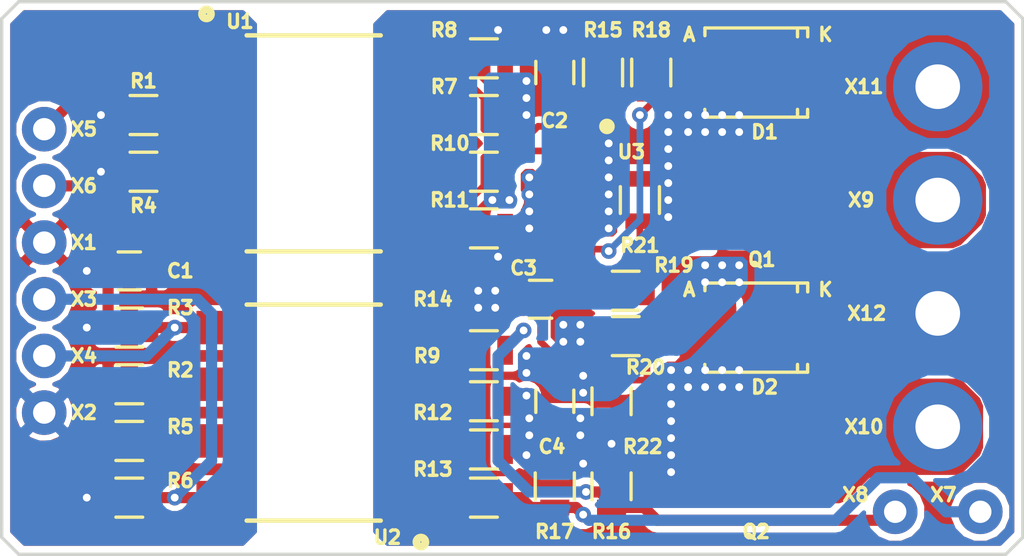
<source format=kicad_pcb>
(kicad_pcb (version 4) (host pcbnew 4.0.4-stable)

  (general
    (links 154)
    (no_connects 0)
    (area 116.957857 94.655 164.982143 123.341667)
    (thickness 1.6)
    (drawings 10)
    (tracks 150)
    (zones 0)
    (modules 122)
    (nets 31)
  )

  (page A4)
  (layers
    (0 Top signal)
    (31 Bottom signal)
    (35 F.Paste user)
    (37 F.SilkS user)
    (38 B.Mask user)
    (39 F.Mask user)
    (44 Edge.Cuts user)
  )

  (setup
    (last_trace_width 0.2)
    (trace_clearance 0.2)
    (zone_clearance 0.3)
    (zone_45_only yes)
    (trace_min 0.15)
    (segment_width 0.2)
    (edge_width 0.15)
    (via_size 0.7)
    (via_drill 0.35)
    (via_min_size 0.7)
    (via_min_drill 0.35)
    (uvia_size 0.3)
    (uvia_drill 0.1)
    (uvias_allowed no)
    (uvia_min_size 0)
    (uvia_min_drill 0)
    (pcb_text_width 0.3)
    (pcb_text_size 1.5 1.5)
    (mod_edge_width 0.15)
    (mod_text_size 1 1)
    (mod_text_width 0.15)
    (pad_size 0.7 0.7)
    (pad_drill 0.35)
    (pad_to_mask_clearance 0.1)
    (pad_to_paste_clearance -0.0762)
    (aux_axis_origin 0 0)
    (grid_origin 118.11 121.92)
    (visible_elements 7FFEFF7F)
    (pcbplotparams
      (layerselection 0x010e8_80000001)
      (usegerberextensions false)
      (excludeedgelayer true)
      (linewidth 0.100000)
      (plotframeref false)
      (viasonmask false)
      (mode 1)
      (useauxorigin true)
      (hpglpennumber 1)
      (hpglpenspeed 20)
      (hpglpendiameter 15)
      (hpglpenoverlay 2)
      (psnegative false)
      (psa4output false)
      (plotreference true)
      (plotvalue true)
      (plotinvisibletext false)
      (padsonsilk false)
      (subtractmaskfromsilk false)
      (outputformat 1)
      (mirror false)
      (drillshape 0)
      (scaleselection 1)
      (outputdirectory ""))
  )

  (net 0 "")
  (net 1 VDD)
  (net 2 GNDD)
  (net 3 VAA)
  (net 4 GNDA)
  (net 5 M1)
  (net 6 M2)
  (net 7 "Net-(Q1-Pad4)")
  (net 8 "Net-(Q2-Pad4)")
  (net 9 "Net-(R1-Pad2)")
  (net 10 "Net-(R2-Pad2)")
  (net 11 OUTB)
  (net 12 "Net-(R4-Pad2)")
  (net 13 "Net-(R5-Pad2)")
  (net 14 OUTA)
  (net 15 "Net-(R7-Pad1)")
  (net 16 "Net-(R8-Pad2)")
  (net 17 "Net-(R9-Pad1)")
  (net 18 "Net-(R10-Pad1)")
  (net 19 "Net-(R11-Pad2)")
  (net 20 "Net-(R12-Pad1)")
  (net 21 "Net-(R13-Pad1)")
  (net 22 T1)
  (net 23 "Net-(R14-Pad1)")
  (net 24 T2)
  (net 25 "Net-(R15-Pad2)")
  (net 26 "Net-(R18-Pad2)")
  (net 27 "Net-(R19-Pad2)")
  (net 28 "Net-(R20-Pad2)")
  (net 29 ONB)
  (net 30 ONA)

  (net_class Default "This is the default net class."
    (clearance 0.2)
    (trace_width 0.2)
    (via_dia 0.7)
    (via_drill 0.35)
    (uvia_dia 0.3)
    (uvia_drill 0.1)
    (add_net M1)
    (add_net M2)
  )

  (net_class Driver ""
    (clearance 0.2)
    (trace_width 0.3)
    (via_dia 0.7)
    (via_drill 0.35)
    (uvia_dia 0.3)
    (uvia_drill 0.1)
    (add_net "Net-(Q1-Pad4)")
    (add_net "Net-(Q2-Pad4)")
    (add_net "Net-(R11-Pad2)")
    (add_net "Net-(R15-Pad2)")
    (add_net "Net-(R18-Pad2)")
    (add_net "Net-(R19-Pad2)")
    (add_net "Net-(R20-Pad2)")
    (add_net "Net-(R8-Pad2)")
  )

  (net_class Medium ""
    (clearance 0.2)
    (trace_width 0.5)
    (via_dia 0.7)
    (via_drill 0.35)
    (uvia_dia 0.3)
    (uvia_drill 0.1)
    (add_net GNDA)
    (add_net GNDD)
    (add_net "Net-(R1-Pad2)")
    (add_net "Net-(R10-Pad1)")
    (add_net "Net-(R12-Pad1)")
    (add_net "Net-(R13-Pad1)")
    (add_net "Net-(R14-Pad1)")
    (add_net "Net-(R2-Pad2)")
    (add_net "Net-(R4-Pad2)")
    (add_net "Net-(R5-Pad2)")
    (add_net "Net-(R7-Pad1)")
    (add_net "Net-(R9-Pad1)")
    (add_net ONA)
    (add_net ONB)
    (add_net OUTA)
    (add_net OUTB)
    (add_net T1)
    (add_net T2)
    (add_net VAA)
    (add_net VDD)
  )

  (net_class Thick ""
    (clearance 0.2)
    (trace_width 1)
    (via_dia 1.4)
    (via_drill 0.7)
    (uvia_dia 0.3)
    (uvia_drill 0.1)
  )

  (module vias:VIA-0.7x0.35 (layer Top) (tedit 57F7EAE3) (tstamp 57F7F3E9)
    (at 149.606 108.966)
    (fp_text reference REF** (at 0 0.5) (layer F.SilkS) hide
      (effects (font (size 1 1) (thickness 0.15)))
    )
    (fp_text value VIA-0.7x0.35 (at 0 -0.5) (layer F.Fab) hide
      (effects (font (size 1 1) (thickness 0.15)))
    )
    (pad 1 thru_hole circle (at 0 0) (size 0.7 0.7) (drill 0.35) (layers *.Cu)
      (net 3 VAA) (solder_mask_margin -1) (zone_connect 2))
  )

  (module vias:VIA-0.7x0.35 (layer Top) (tedit 57F7EAE3) (tstamp 57F7F3E4)
    (at 149.606 109.728)
    (fp_text reference REF** (at 0 0.5) (layer F.SilkS) hide
      (effects (font (size 1 1) (thickness 0.15)))
    )
    (fp_text value VIA-0.7x0.35 (at 0 -0.5) (layer F.Fab) hide
      (effects (font (size 1 1) (thickness 0.15)))
    )
    (pad 1 thru_hole circle (at 0 0) (size 0.7 0.7) (drill 0.35) (layers *.Cu)
      (net 3 VAA) (solder_mask_margin -1) (zone_connect 2))
  )

  (module vias:VIA-0.7x0.35 (layer Top) (tedit 57F7EAE3) (tstamp 57F7F3DF)
    (at 150.368 108.966)
    (fp_text reference REF** (at 0 0.5) (layer F.SilkS) hide
      (effects (font (size 1 1) (thickness 0.15)))
    )
    (fp_text value VIA-0.7x0.35 (at 0 -0.5) (layer F.Fab) hide
      (effects (font (size 1 1) (thickness 0.15)))
    )
    (pad 1 thru_hole circle (at 0 0) (size 0.7 0.7) (drill 0.35) (layers *.Cu)
      (net 3 VAA) (solder_mask_margin -1) (zone_connect 2))
  )

  (module vias:VIA-0.7x0.35 (layer Top) (tedit 57F7EAE3) (tstamp 57F7F3DA)
    (at 150.368 109.728)
    (fp_text reference REF** (at 0 0.5) (layer F.SilkS) hide
      (effects (font (size 1 1) (thickness 0.15)))
    )
    (fp_text value VIA-0.7x0.35 (at 0 -0.5) (layer F.Fab) hide
      (effects (font (size 1 1) (thickness 0.15)))
    )
    (pad 1 thru_hole circle (at 0 0) (size 0.7 0.7) (drill 0.35) (layers *.Cu)
      (net 3 VAA) (solder_mask_margin -1) (zone_connect 2))
  )

  (module vias:VIA-0.7x0.35 (layer Top) (tedit 57F7EAE3) (tstamp 57F7F3D5)
    (at 151.13 108.966)
    (fp_text reference REF** (at 0 0.5) (layer F.SilkS) hide
      (effects (font (size 1 1) (thickness 0.15)))
    )
    (fp_text value VIA-0.7x0.35 (at 0 -0.5) (layer F.Fab) hide
      (effects (font (size 1 1) (thickness 0.15)))
    )
    (pad 1 thru_hole circle (at 0 0) (size 0.7 0.7) (drill 0.35) (layers *.Cu)
      (net 3 VAA) (solder_mask_margin -1) (zone_connect 2))
  )

  (module vias:VIA-0.7x0.35 (layer Top) (tedit 57F7EAE3) (tstamp 57F7F3C6)
    (at 151.13 109.728)
    (fp_text reference REF** (at 0 0.5) (layer F.SilkS) hide
      (effects (font (size 1 1) (thickness 0.15)))
    )
    (fp_text value VIA-0.7x0.35 (at 0 -0.5) (layer F.Fab) hide
      (effects (font (size 1 1) (thickness 0.15)))
    )
    (pad 1 thru_hole circle (at 0 0) (size 0.7 0.7) (drill 0.35) (layers *.Cu)
      (net 3 VAA) (solder_mask_margin -1) (zone_connect 2))
  )

  (module vias:VIA-0.7x0.35 (layer Top) (tedit 57F7E386) (tstamp 57F7F1AE)
    (at 143.256 98.425)
    (fp_text reference REF** (at 0 0.5) (layer F.SilkS) hide
      (effects (font (size 1 1) (thickness 0.15)))
    )
    (fp_text value VIA-0.7x0.35 (at 0 -0.5) (layer F.Fab) hide
      (effects (font (size 1 1) (thickness 0.15)))
    )
    (pad 1 thru_hole circle (at 0 0) (size 0.7 0.7) (drill 0.35) (layers *.Cu)
      (net 4 GNDA) (solder_mask_margin -1) (zone_connect 2))
  )

  (module vias:VIA-0.7x0.35 (layer Top) (tedit 57F7E386) (tstamp 57F7F17E)
    (at 142.494 98.425)
    (fp_text reference REF** (at 0 0.5) (layer F.SilkS) hide
      (effects (font (size 1 1) (thickness 0.15)))
    )
    (fp_text value VIA-0.7x0.35 (at 0 -0.5) (layer F.Fab) hide
      (effects (font (size 1 1) (thickness 0.15)))
    )
    (pad 1 thru_hole circle (at 0 0) (size 0.7 0.7) (drill 0.35) (layers *.Cu)
      (net 4 GNDA) (solder_mask_margin -1) (zone_connect 2))
  )

  (module vias:VIA-0.7x0.35 (layer Top) (tedit 57F7EAE3) (tstamp 57F7EC84)
    (at 141.605 113.03)
    (fp_text reference REF** (at 0 0.5) (layer F.SilkS) hide
      (effects (font (size 1 1) (thickness 0.15)))
    )
    (fp_text value VIA-0.7x0.35 (at 0 -0.5) (layer F.Fab) hide
      (effects (font (size 1 1) (thickness 0.15)))
    )
    (pad 1 thru_hole circle (at 0 0) (size 0.7 0.7) (drill 0.35) (layers *.Cu)
      (net 3 VAA) (solder_mask_margin -1) (zone_connect 2))
  )

  (module vias:VIA-0.7x0.35 (layer Top) (tedit 57F7EAE3) (tstamp 57F7EC7F)
    (at 141.605 113.792)
    (fp_text reference REF** (at 0 0.5) (layer F.SilkS) hide
      (effects (font (size 1 1) (thickness 0.15)))
    )
    (fp_text value VIA-0.7x0.35 (at 0 -0.5) (layer F.Fab) hide
      (effects (font (size 1 1) (thickness 0.15)))
    )
    (pad 1 thru_hole circle (at 0 0) (size 0.7 0.7) (drill 0.35) (layers *.Cu)
      (net 3 VAA) (solder_mask_margin -1) (zone_connect 2))
  )

  (module vias:VIA-0.7x0.35 (layer Top) (tedit 57F7EAE3) (tstamp 57F7EC7A)
    (at 144.145 114.681)
    (fp_text reference REF** (at 0 0.5) (layer F.SilkS) hide
      (effects (font (size 1 1) (thickness 0.15)))
    )
    (fp_text value VIA-0.7x0.35 (at 0 -0.5) (layer F.Fab) hide
      (effects (font (size 1 1) (thickness 0.15)))
    )
    (pad 1 thru_hole circle (at 0 0) (size 0.7 0.7) (drill 0.35) (layers *.Cu)
      (net 3 VAA) (solder_mask_margin -1) (zone_connect 2))
  )

  (module vias:VIA-0.7x0.35 (layer Top) (tedit 57F7EAE3) (tstamp 57F7EC75)
    (at 144.145 113.919)
    (fp_text reference REF** (at 0 0.5) (layer F.SilkS) hide
      (effects (font (size 1 1) (thickness 0.15)))
    )
    (fp_text value VIA-0.7x0.35 (at 0 -0.5) (layer F.Fab) hide
      (effects (font (size 1 1) (thickness 0.15)))
    )
    (pad 1 thru_hole circle (at 0 0) (size 0.7 0.7) (drill 0.35) (layers *.Cu)
      (net 3 VAA) (solder_mask_margin -1) (zone_connect 2))
  )

  (module vias:VIA-0.7x0.35 (layer Top) (tedit 57F7EAE3) (tstamp 57F7EC48)
    (at 144.018 112.395)
    (fp_text reference REF** (at 0 0.5) (layer F.SilkS) hide
      (effects (font (size 1 1) (thickness 0.15)))
    )
    (fp_text value VIA-0.7x0.35 (at 0 -0.5) (layer F.Fab) hide
      (effects (font (size 1 1) (thickness 0.15)))
    )
    (pad 1 thru_hole circle (at 0 0) (size 0.7 0.7) (drill 0.35) (layers *.Cu)
      (net 3 VAA) (solder_mask_margin -1) (zone_connect 2))
  )

  (module vias:VIA-0.7x0.35 (layer Top) (tedit 57F7EAE3) (tstamp 57F7EC2F)
    (at 143.256 112.395)
    (fp_text reference REF** (at 0 0.5) (layer F.SilkS) hide
      (effects (font (size 1 1) (thickness 0.15)))
    )
    (fp_text value VIA-0.7x0.35 (at 0 -0.5) (layer F.Fab) hide
      (effects (font (size 1 1) (thickness 0.15)))
    )
    (pad 1 thru_hole circle (at 0 0) (size 0.7 0.7) (drill 0.35) (layers *.Cu)
      (net 3 VAA) (solder_mask_margin -1) (zone_connect 2))
  )

  (module vias:VIA-0.7x0.35 (layer Top) (tedit 57F7EAE3) (tstamp 57F7EC2A)
    (at 144.018 111.633)
    (fp_text reference REF** (at 0 0.5) (layer F.SilkS) hide
      (effects (font (size 1 1) (thickness 0.15)))
    )
    (fp_text value VIA-0.7x0.35 (at 0 -0.5) (layer F.Fab) hide
      (effects (font (size 1 1) (thickness 0.15)))
    )
    (pad 1 thru_hole circle (at 0 0) (size 0.7 0.7) (drill 0.35) (layers *.Cu)
      (net 3 VAA) (solder_mask_margin -1) (zone_connect 2))
  )

  (module vias:VIA-0.7x0.35 (layer Top) (tedit 57F7EAE3) (tstamp 57F7EC25)
    (at 143.256 111.633)
    (fp_text reference REF** (at 0 0.5) (layer F.SilkS) hide
      (effects (font (size 1 1) (thickness 0.15)))
    )
    (fp_text value VIA-0.7x0.35 (at 0 -0.5) (layer F.Fab) hide
      (effects (font (size 1 1) (thickness 0.15)))
    )
    (pad 1 thru_hole circle (at 0 0) (size 0.7 0.7) (drill 0.35) (layers *.Cu)
      (net 3 VAA) (solder_mask_margin -1) (zone_connect 2))
  )

  (module vias:VIA-0.7x0.35 (layer Top) (tedit 57F7EAE3) (tstamp 57F7EBFD)
    (at 140.081 106.045)
    (fp_text reference REF** (at 0 0.5) (layer F.SilkS) hide
      (effects (font (size 1 1) (thickness 0.15)))
    )
    (fp_text value VIA-0.7x0.35 (at 0 -0.5) (layer F.Fab) hide
      (effects (font (size 1 1) (thickness 0.15)))
    )
    (pad 1 thru_hole circle (at 0 0) (size 0.7 0.7) (drill 0.35) (layers *.Cu)
      (net 3 VAA) (solder_mask_margin -1) (zone_connect 2))
  )

  (module vias:VIA-0.7x0.35 (layer Top) (tedit 57F7EAE3) (tstamp 57F7EB0C)
    (at 140.843 106.045)
    (fp_text reference REF** (at 0 0.5) (layer F.SilkS) hide
      (effects (font (size 1 1) (thickness 0.15)))
    )
    (fp_text value VIA-0.7x0.35 (at 0 -0.5) (layer F.Fab) hide
      (effects (font (size 1 1) (thickness 0.15)))
    )
    (pad 1 thru_hole circle (at 0 0) (size 0.7 0.7) (drill 0.35) (layers *.Cu)
      (net 3 VAA) (solder_mask_margin -1) (zone_connect 2))
  )

  (module vias:VIA-0.7x0.35 (layer Top) (tedit 57F7EBAA) (tstamp 57F7EB03)
    (at 140.843 106.045)
    (fp_text reference REF** (at 0 0.5) (layer F.SilkS) hide
      (effects (font (size 1 1) (thickness 0.15)))
    )
    (fp_text value VIA-0.7x0.35 (at 0 -0.5) (layer F.Fab) hide
      (effects (font (size 1 1) (thickness 0.15)))
    )
  )

  (module vias:VIA-0.7x0.35 (layer Top) (tedit 57F7EAE3) (tstamp 57F7EAF4)
    (at 141.605 100.711)
    (fp_text reference REF** (at 0 0.5) (layer F.SilkS) hide
      (effects (font (size 1 1) (thickness 0.15)))
    )
    (fp_text value VIA-0.7x0.35 (at 0 -0.5) (layer F.Fab) hide
      (effects (font (size 1 1) (thickness 0.15)))
    )
    (pad 1 thru_hole circle (at 0 0) (size 0.7 0.7) (drill 0.35) (layers *.Cu)
      (net 3 VAA) (solder_mask_margin -1) (zone_connect 2))
  )

  (module vias:VIA-0.7x0.35 (layer Top) (tedit 57F7EAE3) (tstamp 57F7EAEF)
    (at 141.605 101.473)
    (fp_text reference REF** (at 0 0.5) (layer F.SilkS) hide
      (effects (font (size 1 1) (thickness 0.15)))
    )
    (fp_text value VIA-0.7x0.35 (at 0 -0.5) (layer F.Fab) hide
      (effects (font (size 1 1) (thickness 0.15)))
    )
    (pad 1 thru_hole circle (at 0 0) (size 0.7 0.7) (drill 0.35) (layers *.Cu)
      (net 3 VAA) (solder_mask_margin -1) (zone_connect 2))
  )

  (module vias:VIA-0.7x0.35 (layer Top) (tedit 57F7EAE3) (tstamp 57F7EAC9)
    (at 141.605 102.235)
    (fp_text reference REF** (at 0 0.5) (layer F.SilkS) hide
      (effects (font (size 1 1) (thickness 0.15)))
    )
    (fp_text value VIA-0.7x0.35 (at 0 -0.5) (layer F.Fab) hide
      (effects (font (size 1 1) (thickness 0.15)))
    )
    (pad 1 thru_hole circle (at 0 0) (size 0.7 0.7) (drill 0.35) (layers *.Cu)
      (net 3 VAA) (solder_mask_margin -1) (zone_connect 2))
  )

  (module gate_drivers:PG-TSSOP-8 (layer Top) (tedit 57F8018B) (tstamp 57EE8BCF)
    (at 143.51 106.045 180)
    (path /57D295BC)
    (solder_mask_margin 0.05)
    (attr smd)
    (fp_text reference U3 (at -2.794 2.159 360) (layer F.SilkS)
      (effects (font (size 0.6 0.6) (thickness 0.15)))
    )
    (fp_text value 2EDN8524R (at 0 0 180) (layer F.Fab)
      (effects (font (size 0.6 0.6) (thickness 0.1)))
    )
    (fp_circle (center -1.7 3.3) (end -1.525 3.3) (layer F.SilkS) (width 0.35))
    (pad 8 smd rect (at -0.975 -2.2 180) (size 0.4 1.3) (layers Top F.Paste F.Mask)
      (net 26 "Net-(R18-Pad2)"))
    (pad 1 smd rect (at -0.975 2.2 180) (size 0.4 1.3) (layers Top F.Paste F.Mask)
      (net 25 "Net-(R15-Pad2)"))
    (pad 7 smd rect (at -0.325 -2.2 180) (size 0.4 1.3) (layers Top F.Paste F.Mask)
      (net 27 "Net-(R19-Pad2)"))
    (pad 2 smd rect (at -0.325 2.2 180) (size 0.4 1.3) (layers Top F.Paste F.Mask)
      (net 16 "Net-(R8-Pad2)"))
    (pad 6 smd rect (at 0.325 -2.2 180) (size 0.4 1.3) (layers Top F.Paste F.Mask)
      (net 3 VAA))
    (pad 3 smd rect (at 0.325 2.2 180) (size 0.4 1.3) (layers Top F.Paste F.Mask)
      (net 4 GNDA))
    (pad 5 smd rect (at 0.975 -2.2 180) (size 0.4 1.3) (layers Top F.Paste F.Mask)
      (net 28 "Net-(R20-Pad2)"))
    (pad 4 smd rect (at 0.975 2.2 180) (size 0.4 1.3) (layers Top F.Paste F.Mask)
      (net 19 "Net-(R11-Pad2)"))
    (pad 9 smd rect (at 0 0 180) (size 2.05 1.75) (layers Top F.Paste F.Mask)
      (net 4 GNDA))
  )

  (module vias:VIA-0.7x0.35 (layer Top) (tedit 57EFEB4F) (tstamp 57F7E93B)
    (at 141.732 116.586)
    (fp_text reference REF** (at 0 0.5) (layer F.SilkS) hide
      (effects (font (size 1 1) (thickness 0.15)))
    )
    (fp_text value VIA-0.7x0.35 (at 0 -0.5) (layer F.Fab) hide
      (effects (font (size 1 1) (thickness 0.15)))
    )
    (pad 1 thru_hole circle (at 0 0) (size 0.7 0.7) (drill 0.35) (layers *.Cu)
      (net 4 GNDA) (zone_connect 2))
  )

  (module vias:VIA-0.7x0.35 (layer Top) (tedit 57EFEB4F) (tstamp 57F7E936)
    (at 141.732 115.824)
    (fp_text reference REF** (at 0 0.5) (layer F.SilkS) hide
      (effects (font (size 1 1) (thickness 0.15)))
    )
    (fp_text value VIA-0.7x0.35 (at 0 -0.5) (layer F.Fab) hide
      (effects (font (size 1 1) (thickness 0.15)))
    )
    (pad 1 thru_hole circle (at 0 0) (size 0.7 0.7) (drill 0.35) (layers *.Cu)
      (net 4 GNDA) (zone_connect 2))
  )

  (module vias:VIA-0.7x0.35 (layer Top) (tedit 57EFEB4F) (tstamp 57F7E927)
    (at 144.018 115.824)
    (fp_text reference REF** (at 0 0.5) (layer F.SilkS) hide
      (effects (font (size 1 1) (thickness 0.15)))
    )
    (fp_text value VIA-0.7x0.35 (at 0 -0.5) (layer F.Fab) hide
      (effects (font (size 1 1) (thickness 0.15)))
    )
    (pad 1 thru_hole circle (at 0 0) (size 0.7 0.7) (drill 0.35) (layers *.Cu)
      (net 4 GNDA) (zone_connect 2))
  )

  (module vias:VIA-0.7x0.35 (layer Top) (tedit 57F7E386) (tstamp 57F7E904)
    (at 145.415 116.967)
    (fp_text reference REF** (at 0 0.5) (layer F.SilkS) hide
      (effects (font (size 1 1) (thickness 0.15)))
    )
    (fp_text value VIA-0.7x0.35 (at 0 -0.5) (layer F.Fab) hide
      (effects (font (size 1 1) (thickness 0.15)))
    )
    (pad 1 thru_hole circle (at 0 0) (size 0.7 0.7) (drill 0.35) (layers *.Cu)
      (net 4 GNDA) (solder_mask_margin -1) (zone_connect 2))
  )

  (module vias:VIA-0.7x0.35 (layer Top) (tedit 57F7E386) (tstamp 57F7E88F)
    (at 144.145 117.856)
    (fp_text reference REF** (at 0 0.5) (layer F.SilkS) hide
      (effects (font (size 1 1) (thickness 0.15)))
    )
    (fp_text value VIA-0.7x0.35 (at 0 -0.5) (layer F.Fab) hide
      (effects (font (size 1 1) (thickness 0.15)))
    )
    (pad 1 thru_hole circle (at 0 0) (size 0.7 0.7) (drill 0.35) (layers *.Cu)
      (net 4 GNDA) (solder_mask_margin -1) (zone_connect 2))
  )

  (module vias:VIA-0.7x0.35 (layer Top) (tedit 57F7E386) (tstamp 57F7E88A)
    (at 139.446 110.871)
    (fp_text reference REF** (at 0 0.5) (layer F.SilkS) hide
      (effects (font (size 1 1) (thickness 0.15)))
    )
    (fp_text value VIA-0.7x0.35 (at 0 -0.5) (layer F.Fab) hide
      (effects (font (size 1 1) (thickness 0.15)))
    )
    (pad 1 thru_hole circle (at 0 0) (size 0.7 0.7) (drill 0.35) (layers *.Cu)
      (net 4 GNDA) (solder_mask_margin -1) (zone_connect 2))
  )

  (module vias:VIA-0.7x0.35 (layer Top) (tedit 57F7E386) (tstamp 57F7E885)
    (at 139.446 110.109)
    (fp_text reference REF** (at 0 0.5) (layer F.SilkS) hide
      (effects (font (size 1 1) (thickness 0.15)))
    )
    (fp_text value VIA-0.7x0.35 (at 0 -0.5) (layer F.Fab) hide
      (effects (font (size 1 1) (thickness 0.15)))
    )
    (pad 1 thru_hole circle (at 0 0) (size 0.7 0.7) (drill 0.35) (layers *.Cu)
      (net 4 GNDA) (solder_mask_margin -1) (zone_connect 2))
  )

  (module vias:VIA-0.7x0.35 (layer Top) (tedit 57F7E386) (tstamp 57F7E880)
    (at 140.208 110.109)
    (fp_text reference REF** (at 0 0.5) (layer F.SilkS) hide
      (effects (font (size 1 1) (thickness 0.15)))
    )
    (fp_text value VIA-0.7x0.35 (at 0 -0.5) (layer F.Fab) hide
      (effects (font (size 1 1) (thickness 0.15)))
    )
    (pad 1 thru_hole circle (at 0 0) (size 0.7 0.7) (drill 0.35) (layers *.Cu)
      (net 4 GNDA) (solder_mask_margin -1) (zone_connect 2))
  )

  (module vias:VIA-0.7x0.35 (layer Top) (tedit 57F7E386) (tstamp 57F7E87B)
    (at 140.208 110.871)
    (fp_text reference REF** (at 0 0.5) (layer F.SilkS) hide
      (effects (font (size 1 1) (thickness 0.15)))
    )
    (fp_text value VIA-0.7x0.35 (at 0 -0.5) (layer F.Fab) hide
      (effects (font (size 1 1) (thickness 0.15)))
    )
    (pad 1 thru_hole circle (at 0 0) (size 0.7 0.7) (drill 0.35) (layers *.Cu)
      (net 4 GNDA) (solder_mask_margin -1) (zone_connect 2))
  )

  (module vias:VIA-0.7x0.35 (layer Top) (tedit 57F7E386) (tstamp 57F7E7F4)
    (at 145.288 103.505)
    (fp_text reference REF** (at 0 0.5) (layer F.SilkS) hide
      (effects (font (size 1 1) (thickness 0.15)))
    )
    (fp_text value VIA-0.7x0.35 (at 0 -0.5) (layer F.Fab) hide
      (effects (font (size 1 1) (thickness 0.15)))
    )
    (pad 1 thru_hole circle (at 0 0) (size 0.7 0.7) (drill 0.35) (layers *.Cu)
      (net 4 GNDA) (solder_mask_margin -1) (zone_connect 2))
  )

  (module vias:VIA-0.7x0.35 (layer Top) (tedit 57F7E855) (tstamp 57F7E7EF)
    (at 146.05 103.505)
    (fp_text reference REF** (at 0 0.5) (layer F.SilkS) hide
      (effects (font (size 1 1) (thickness 0.15)))
    )
    (fp_text value VIA-0.7x0.35 (at 0 -0.5) (layer F.Fab) hide
      (effects (font (size 1 1) (thickness 0.15)))
    )
  )

  (module vias:VIA-0.7x0.35 (layer Top) (tedit 57F7E850) (tstamp 57F7E7EA)
    (at 146.05 104.267)
    (fp_text reference REF** (at 0 0.5) (layer F.SilkS) hide
      (effects (font (size 1 1) (thickness 0.15)))
    )
    (fp_text value VIA-0.7x0.35 (at 0 -0.5) (layer F.Fab) hide
      (effects (font (size 1 1) (thickness 0.15)))
    )
  )

  (module vias:VIA-0.7x0.35 (layer Top) (tedit 57F7E386) (tstamp 57F7E7E5)
    (at 145.288 104.267)
    (fp_text reference REF** (at 0 0.5) (layer F.SilkS) hide
      (effects (font (size 1 1) (thickness 0.15)))
    )
    (fp_text value VIA-0.7x0.35 (at 0 -0.5) (layer F.Fab) hide
      (effects (font (size 1 1) (thickness 0.15)))
    )
    (pad 1 thru_hole circle (at 0 0) (size 0.7 0.7) (drill 0.35) (layers *.Cu)
      (net 4 GNDA) (solder_mask_margin -1) (zone_connect 2))
  )

  (module vias:VIA-0.7x0.35 (layer Top) (tedit 57F7E386) (tstamp 57F7E577)
    (at 151.13 113.665)
    (fp_text reference REF** (at 0 0.5) (layer F.SilkS) hide
      (effects (font (size 1 1) (thickness 0.15)))
    )
    (fp_text value VIA-0.7x0.35 (at 0 -0.5) (layer F.Fab) hide
      (effects (font (size 1 1) (thickness 0.15)))
    )
    (pad 1 thru_hole circle (at 0 0) (size 0.7 0.7) (drill 0.35) (layers *.Cu)
      (net 4 GNDA) (solder_mask_margin -1) (zone_connect 2))
  )

  (module vias:VIA-0.7x0.35 (layer Top) (tedit 57F7E386) (tstamp 57F7E572)
    (at 150.368 113.665)
    (fp_text reference REF** (at 0 0.5) (layer F.SilkS) hide
      (effects (font (size 1 1) (thickness 0.15)))
    )
    (fp_text value VIA-0.7x0.35 (at 0 -0.5) (layer F.Fab) hide
      (effects (font (size 1 1) (thickness 0.15)))
    )
    (pad 1 thru_hole circle (at 0 0) (size 0.7 0.7) (drill 0.35) (layers *.Cu)
      (net 4 GNDA) (solder_mask_margin -1) (zone_connect 2))
  )

  (module vias:VIA-0.7x0.35 (layer Top) (tedit 57F7E386) (tstamp 57F7E56D)
    (at 149.606 113.665)
    (fp_text reference REF** (at 0 0.5) (layer F.SilkS) hide
      (effects (font (size 1 1) (thickness 0.15)))
    )
    (fp_text value VIA-0.7x0.35 (at 0 -0.5) (layer F.Fab) hide
      (effects (font (size 1 1) (thickness 0.15)))
    )
    (pad 1 thru_hole circle (at 0 0) (size 0.7 0.7) (drill 0.35) (layers *.Cu)
      (net 4 GNDA) (solder_mask_margin -1) (zone_connect 2))
  )

  (module vias:VIA-0.7x0.35 (layer Top) (tedit 57F7E386) (tstamp 57F7E568)
    (at 151.13 114.427)
    (fp_text reference REF** (at 0 0.5) (layer F.SilkS) hide
      (effects (font (size 1 1) (thickness 0.15)))
    )
    (fp_text value VIA-0.7x0.35 (at 0 -0.5) (layer F.Fab) hide
      (effects (font (size 1 1) (thickness 0.15)))
    )
    (pad 1 thru_hole circle (at 0 0) (size 0.7 0.7) (drill 0.35) (layers *.Cu)
      (net 4 GNDA) (solder_mask_margin -1) (zone_connect 2))
  )

  (module vias:VIA-0.7x0.35 (layer Top) (tedit 57F7E386) (tstamp 57F7E563)
    (at 150.368 114.427)
    (fp_text reference REF** (at 0 0.5) (layer F.SilkS) hide
      (effects (font (size 1 1) (thickness 0.15)))
    )
    (fp_text value VIA-0.7x0.35 (at 0 -0.5) (layer F.Fab) hide
      (effects (font (size 1 1) (thickness 0.15)))
    )
    (pad 1 thru_hole circle (at 0 0) (size 0.7 0.7) (drill 0.35) (layers *.Cu)
      (net 4 GNDA) (solder_mask_margin -1) (zone_connect 2))
  )

  (module vias:VIA-0.7x0.35 (layer Top) (tedit 57F7E386) (tstamp 57F7E55E)
    (at 149.606 114.427)
    (fp_text reference REF** (at 0 0.5) (layer F.SilkS) hide
      (effects (font (size 1 1) (thickness 0.15)))
    )
    (fp_text value VIA-0.7x0.35 (at 0 -0.5) (layer F.Fab) hide
      (effects (font (size 1 1) (thickness 0.15)))
    )
    (pad 1 thru_hole circle (at 0 0) (size 0.7 0.7) (drill 0.35) (layers *.Cu)
      (net 4 GNDA) (solder_mask_margin -1) (zone_connect 2))
  )

  (module vias:VIA-0.7x0.35 (layer Top) (tedit 57F7E386) (tstamp 57F7E559)
    (at 147.955 106.807)
    (fp_text reference REF** (at 0 0.5) (layer F.SilkS) hide
      (effects (font (size 1 1) (thickness 0.15)))
    )
    (fp_text value VIA-0.7x0.35 (at 0 -0.5) (layer F.Fab) hide
      (effects (font (size 1 1) (thickness 0.15)))
    )
    (pad 1 thru_hole circle (at 0 0) (size 0.7 0.7) (drill 0.35) (layers *.Cu)
      (net 4 GNDA) (solder_mask_margin -1) (zone_connect 2))
  )

  (module vias:VIA-0.7x0.35 (layer Top) (tedit 57F7E386) (tstamp 57F7E554)
    (at 148.082 118.237)
    (fp_text reference REF** (at 0 0.5) (layer F.SilkS) hide
      (effects (font (size 1 1) (thickness 0.15)))
    )
    (fp_text value VIA-0.7x0.35 (at 0 -0.5) (layer F.Fab) hide
      (effects (font (size 1 1) (thickness 0.15)))
    )
    (pad 1 thru_hole circle (at 0 0) (size 0.7 0.7) (drill 0.35) (layers *.Cu)
      (net 4 GNDA) (solder_mask_margin -1) (zone_connect 2))
  )

  (module vias:VIA-0.7x0.35 (layer Top) (tedit 57F7E386) (tstamp 57F7E54F)
    (at 148.082 117.475)
    (fp_text reference REF** (at 0 0.5) (layer F.SilkS) hide
      (effects (font (size 1 1) (thickness 0.15)))
    )
    (fp_text value VIA-0.7x0.35 (at 0 -0.5) (layer F.Fab) hide
      (effects (font (size 1 1) (thickness 0.15)))
    )
    (pad 1 thru_hole circle (at 0 0) (size 0.7 0.7) (drill 0.35) (layers *.Cu)
      (net 4 GNDA) (solder_mask_margin -1) (zone_connect 2))
  )

  (module vias:VIA-0.7x0.35 (layer Top) (tedit 57F7E386) (tstamp 57F7E54A)
    (at 148.082 116.713)
    (fp_text reference REF** (at 0 0.5) (layer F.SilkS) hide
      (effects (font (size 1 1) (thickness 0.15)))
    )
    (fp_text value VIA-0.7x0.35 (at 0 -0.5) (layer F.Fab) hide
      (effects (font (size 1 1) (thickness 0.15)))
    )
    (pad 1 thru_hole circle (at 0 0) (size 0.7 0.7) (drill 0.35) (layers *.Cu)
      (net 4 GNDA) (solder_mask_margin -1) (zone_connect 2))
  )

  (module vias:VIA-0.7x0.35 (layer Top) (tedit 57F7E386) (tstamp 57F7E545)
    (at 148.082 115.951)
    (fp_text reference REF** (at 0 0.5) (layer F.SilkS) hide
      (effects (font (size 1 1) (thickness 0.15)))
    )
    (fp_text value VIA-0.7x0.35 (at 0 -0.5) (layer F.Fab) hide
      (effects (font (size 1 1) (thickness 0.15)))
    )
    (pad 1 thru_hole circle (at 0 0) (size 0.7 0.7) (drill 0.35) (layers *.Cu)
      (net 4 GNDA) (solder_mask_margin -1) (zone_connect 2))
  )

  (module vias:VIA-0.7x0.35 (layer Top) (tedit 57F7E386) (tstamp 57F7E540)
    (at 148.082 115.189)
    (fp_text reference REF** (at 0 0.5) (layer F.SilkS) hide
      (effects (font (size 1 1) (thickness 0.15)))
    )
    (fp_text value VIA-0.7x0.35 (at 0 -0.5) (layer F.Fab) hide
      (effects (font (size 1 1) (thickness 0.15)))
    )
    (pad 1 thru_hole circle (at 0 0) (size 0.7 0.7) (drill 0.35) (layers *.Cu)
      (net 4 GNDA) (solder_mask_margin -1) (zone_connect 2))
  )

  (module vias:VIA-0.7x0.35 (layer Top) (tedit 57F7E386) (tstamp 57F7E536)
    (at 148.082 113.665)
    (fp_text reference REF** (at 0 0.5) (layer F.SilkS) hide
      (effects (font (size 1 1) (thickness 0.15)))
    )
    (fp_text value VIA-0.7x0.35 (at 0 -0.5) (layer F.Fab) hide
      (effects (font (size 1 1) (thickness 0.15)))
    )
    (pad 1 thru_hole circle (at 0 0) (size 0.7 0.7) (drill 0.35) (layers *.Cu)
      (net 4 GNDA) (solder_mask_margin -1) (zone_connect 2))
  )

  (module vias:VIA-0.7x0.35 (layer Top) (tedit 57F7E386) (tstamp 57F7E531)
    (at 148.082 114.427)
    (fp_text reference REF** (at 0 0.5) (layer F.SilkS) hide
      (effects (font (size 1 1) (thickness 0.15)))
    )
    (fp_text value VIA-0.7x0.35 (at 0 -0.5) (layer F.Fab) hide
      (effects (font (size 1 1) (thickness 0.15)))
    )
    (pad 1 thru_hole circle (at 0 0) (size 0.7 0.7) (drill 0.35) (layers *.Cu)
      (net 4 GNDA) (solder_mask_margin -1) (zone_connect 2))
  )

  (module vias:VIA-0.7x0.35 (layer Top) (tedit 57F7E386) (tstamp 57F7E52C)
    (at 148.844 114.427)
    (fp_text reference REF** (at 0 0.5) (layer F.SilkS) hide
      (effects (font (size 1 1) (thickness 0.15)))
    )
    (fp_text value VIA-0.7x0.35 (at 0 -0.5) (layer F.Fab) hide
      (effects (font (size 1 1) (thickness 0.15)))
    )
    (pad 1 thru_hole circle (at 0 0) (size 0.7 0.7) (drill 0.35) (layers *.Cu)
      (net 4 GNDA) (solder_mask_margin -1) (zone_connect 2))
  )

  (module vias:VIA-0.7x0.35 (layer Top) (tedit 57F7E386) (tstamp 57F7E527)
    (at 148.844 113.665)
    (fp_text reference REF** (at 0 0.5) (layer F.SilkS) hide
      (effects (font (size 1 1) (thickness 0.15)))
    )
    (fp_text value VIA-0.7x0.35 (at 0 -0.5) (layer F.Fab) hide
      (effects (font (size 1 1) (thickness 0.15)))
    )
    (pad 1 thru_hole circle (at 0 0) (size 0.7 0.7) (drill 0.35) (layers *.Cu)
      (net 4 GNDA) (solder_mask_margin -1) (zone_connect 2))
  )

  (module vias:VIA-0.7x0.35 (layer Top) (tedit 57F7E386) (tstamp 57F7E4E1)
    (at 147.955 102.997)
    (fp_text reference REF** (at 0 0.5) (layer F.SilkS) hide
      (effects (font (size 1 1) (thickness 0.15)))
    )
    (fp_text value VIA-0.7x0.35 (at 0 -0.5) (layer F.Fab) hide
      (effects (font (size 1 1) (thickness 0.15)))
    )
    (pad 1 thru_hole circle (at 0 0) (size 0.7 0.7) (drill 0.35) (layers *.Cu)
      (net 4 GNDA) (solder_mask_margin -1) (zone_connect 2))
  )

  (module vias:VIA-0.7x0.35 (layer Top) (tedit 57F7E386) (tstamp 57F7E4DC)
    (at 147.955 102.235)
    (fp_text reference REF** (at 0 0.5) (layer F.SilkS) hide
      (effects (font (size 1 1) (thickness 0.15)))
    )
    (fp_text value VIA-0.7x0.35 (at 0 -0.5) (layer F.Fab) hide
      (effects (font (size 1 1) (thickness 0.15)))
    )
    (pad 1 thru_hole circle (at 0 0) (size 0.7 0.7) (drill 0.35) (layers *.Cu)
      (net 4 GNDA) (solder_mask_margin -1) (zone_connect 2))
  )

  (module vias:VIA-0.7x0.35 (layer Top) (tedit 57F7E386) (tstamp 57F7E4C3)
    (at 148.844 102.997)
    (fp_text reference REF** (at 0 0.5) (layer F.SilkS) hide
      (effects (font (size 1 1) (thickness 0.15)))
    )
    (fp_text value VIA-0.7x0.35 (at 0 -0.5) (layer F.Fab) hide
      (effects (font (size 1 1) (thickness 0.15)))
    )
    (pad 1 thru_hole circle (at 0 0) (size 0.7 0.7) (drill 0.35) (layers *.Cu)
      (net 4 GNDA) (solder_mask_margin -1) (zone_connect 2))
  )

  (module vias:VIA-0.7x0.35 (layer Top) (tedit 57F7E386) (tstamp 57F7E4BE)
    (at 149.606 102.997)
    (fp_text reference REF** (at 0 0.5) (layer F.SilkS) hide
      (effects (font (size 1 1) (thickness 0.15)))
    )
    (fp_text value VIA-0.7x0.35 (at 0 -0.5) (layer F.Fab) hide
      (effects (font (size 1 1) (thickness 0.15)))
    )
    (pad 1 thru_hole circle (at 0 0) (size 0.7 0.7) (drill 0.35) (layers *.Cu)
      (net 4 GNDA) (solder_mask_margin -1) (zone_connect 2))
  )

  (module vias:VIA-0.7x0.35 (layer Top) (tedit 57F7E386) (tstamp 57F7E4B9)
    (at 150.368 102.997)
    (fp_text reference REF** (at 0 0.5) (layer F.SilkS) hide
      (effects (font (size 1 1) (thickness 0.15)))
    )
    (fp_text value VIA-0.7x0.35 (at 0 -0.5) (layer F.Fab) hide
      (effects (font (size 1 1) (thickness 0.15)))
    )
    (pad 1 thru_hole circle (at 0 0) (size 0.7 0.7) (drill 0.35) (layers *.Cu)
      (net 4 GNDA) (solder_mask_margin -1) (zone_connect 2))
  )

  (module vias:VIA-0.7x0.35 (layer Top) (tedit 57F7E386) (tstamp 57F7E4B4)
    (at 151.13 102.997)
    (fp_text reference REF** (at 0 0.5) (layer F.SilkS) hide
      (effects (font (size 1 1) (thickness 0.15)))
    )
    (fp_text value VIA-0.7x0.35 (at 0 -0.5) (layer F.Fab) hide
      (effects (font (size 1 1) (thickness 0.15)))
    )
    (pad 1 thru_hole circle (at 0 0) (size 0.7 0.7) (drill 0.35) (layers *.Cu)
      (net 4 GNDA) (solder_mask_margin -1) (zone_connect 2))
  )

  (module vias:VIA-0.7x0.35 (layer Top) (tedit 57F7E386) (tstamp 57F7E4AF)
    (at 151.13 102.235)
    (fp_text reference REF** (at 0 0.5) (layer F.SilkS) hide
      (effects (font (size 1 1) (thickness 0.15)))
    )
    (fp_text value VIA-0.7x0.35 (at 0 -0.5) (layer F.Fab) hide
      (effects (font (size 1 1) (thickness 0.15)))
    )
    (pad 1 thru_hole circle (at 0 0) (size 0.7 0.7) (drill 0.35) (layers *.Cu)
      (net 4 GNDA) (solder_mask_margin -1) (zone_connect 2))
  )

  (module vias:VIA-0.7x0.35 (layer Top) (tedit 57F7E386) (tstamp 57F7E4AA)
    (at 150.368 102.235)
    (fp_text reference REF** (at 0 0.5) (layer F.SilkS) hide
      (effects (font (size 1 1) (thickness 0.15)))
    )
    (fp_text value VIA-0.7x0.35 (at 0 -0.5) (layer F.Fab) hide
      (effects (font (size 1 1) (thickness 0.15)))
    )
    (pad 1 thru_hole circle (at 0 0) (size 0.7 0.7) (drill 0.35) (layers *.Cu)
      (net 4 GNDA) (solder_mask_margin -1) (zone_connect 2))
  )

  (module vias:VIA-0.7x0.35 (layer Top) (tedit 57F7E386) (tstamp 57F7E49F)
    (at 149.606 102.235)
    (fp_text reference REF** (at 0 0.5) (layer F.SilkS) hide
      (effects (font (size 1 1) (thickness 0.15)))
    )
    (fp_text value VIA-0.7x0.35 (at 0 -0.5) (layer F.Fab) hide
      (effects (font (size 1 1) (thickness 0.15)))
    )
    (pad 1 thru_hole circle (at 0 0) (size 0.7 0.7) (drill 0.35) (layers *.Cu)
      (net 4 GNDA) (solder_mask_margin -1) (zone_connect 2))
  )

  (module vias:VIA-0.7x0.35 (layer Top) (tedit 57F7E386) (tstamp 57F7E49A)
    (at 148.844 102.235)
    (fp_text reference REF** (at 0 0.5) (layer F.SilkS) hide
      (effects (font (size 1 1) (thickness 0.15)))
    )
    (fp_text value VIA-0.7x0.35 (at 0 -0.5) (layer F.Fab) hide
      (effects (font (size 1 1) (thickness 0.15)))
    )
    (pad 1 thru_hole circle (at 0 0) (size 0.7 0.7) (drill 0.35) (layers *.Cu)
      (net 4 GNDA) (solder_mask_margin -1) (zone_connect 2))
  )

  (module vias:VIA-0.7x0.35 (layer Top) (tedit 57F7E386) (tstamp 57F7E495)
    (at 147.955 106.045)
    (fp_text reference REF** (at 0 0.5) (layer F.SilkS) hide
      (effects (font (size 1 1) (thickness 0.15)))
    )
    (fp_text value VIA-0.7x0.35 (at 0 -0.5) (layer F.Fab) hide
      (effects (font (size 1 1) (thickness 0.15)))
    )
    (pad 1 thru_hole circle (at 0 0) (size 0.7 0.7) (drill 0.35) (layers *.Cu)
      (net 4 GNDA) (solder_mask_margin -1) (zone_connect 2))
  )

  (module vias:VIA-0.7x0.35 (layer Top) (tedit 57F7E386) (tstamp 57F7E490)
    (at 147.955 103.759)
    (fp_text reference REF** (at 0 0.5) (layer F.SilkS) hide
      (effects (font (size 1 1) (thickness 0.15)))
    )
    (fp_text value VIA-0.7x0.35 (at 0 -0.5) (layer F.Fab) hide
      (effects (font (size 1 1) (thickness 0.15)))
    )
    (pad 1 thru_hole circle (at 0 0) (size 0.7 0.7) (drill 0.35) (layers *.Cu)
      (net 4 GNDA) (solder_mask_margin -1) (zone_connect 2))
  )

  (module vias:VIA-0.7x0.35 (layer Top) (tedit 57F7E386) (tstamp 57F7E48B)
    (at 147.955 104.521)
    (fp_text reference REF** (at 0 0.5) (layer F.SilkS) hide
      (effects (font (size 1 1) (thickness 0.15)))
    )
    (fp_text value VIA-0.7x0.35 (at 0 -0.5) (layer F.Fab) hide
      (effects (font (size 1 1) (thickness 0.15)))
    )
    (pad 1 thru_hole circle (at 0 0) (size 0.7 0.7) (drill 0.35) (layers *.Cu)
      (net 4 GNDA) (solder_mask_margin -1) (zone_connect 2))
  )

  (module vias:VIA-0.7x0.35 (layer Top) (tedit 57F7E386) (tstamp 57F7E486)
    (at 147.955 105.283)
    (fp_text reference REF** (at 0 0.5) (layer F.SilkS) hide
      (effects (font (size 1 1) (thickness 0.15)))
    )
    (fp_text value VIA-0.7x0.35 (at 0 -0.5) (layer F.Fab) hide
      (effects (font (size 1 1) (thickness 0.15)))
    )
    (pad 1 thru_hole circle (at 0 0) (size 0.7 0.7) (drill 0.35) (layers *.Cu)
      (net 4 GNDA) (solder_mask_margin -1) (zone_connect 2))
  )

  (module vias:VIA-0.7x0.35 (layer Top) (tedit 57F7E386) (tstamp 57F7E423)
    (at 145.288 107.315)
    (fp_text reference REF** (at 0 0.5) (layer F.SilkS) hide
      (effects (font (size 1 1) (thickness 0.15)))
    )
    (fp_text value VIA-0.7x0.35 (at 0 -0.5) (layer F.Fab) hide
      (effects (font (size 1 1) (thickness 0.15)))
    )
    (pad 1 thru_hole circle (at 0 0) (size 0.7 0.7) (drill 0.35) (layers *.Cu)
      (net 4 GNDA) (solder_mask_margin -1) (zone_connect 2))
  )

  (module vias:VIA-0.7x0.35 (layer Top) (tedit 57F7E386) (tstamp 57F7E41E)
    (at 145.288 106.553)
    (fp_text reference REF** (at 0 0.5) (layer F.SilkS) hide
      (effects (font (size 1 1) (thickness 0.15)))
    )
    (fp_text value VIA-0.7x0.35 (at 0 -0.5) (layer F.Fab) hide
      (effects (font (size 1 1) (thickness 0.15)))
    )
    (pad 1 thru_hole circle (at 0 0) (size 0.7 0.7) (drill 0.35) (layers *.Cu)
      (net 4 GNDA) (solder_mask_margin -1) (zone_connect 2))
  )

  (module vias:VIA-0.7x0.35 (layer Top) (tedit 57F7E386) (tstamp 57F7E419)
    (at 145.288 105.791)
    (fp_text reference REF** (at 0 0.5) (layer F.SilkS) hide
      (effects (font (size 1 1) (thickness 0.15)))
    )
    (fp_text value VIA-0.7x0.35 (at 0 -0.5) (layer F.Fab) hide
      (effects (font (size 1 1) (thickness 0.15)))
    )
    (pad 1 thru_hole circle (at 0 0) (size 0.7 0.7) (drill 0.35) (layers *.Cu)
      (net 4 GNDA) (solder_mask_margin -1) (zone_connect 2))
  )

  (module vias:VIA-0.7x0.35 (layer Top) (tedit 57F7E386) (tstamp 57F7E414)
    (at 145.288 105.029)
    (fp_text reference REF** (at 0 0.5) (layer F.SilkS) hide
      (effects (font (size 1 1) (thickness 0.15)))
    )
    (fp_text value VIA-0.7x0.35 (at 0 -0.5) (layer F.Fab) hide
      (effects (font (size 1 1) (thickness 0.15)))
    )
    (pad 1 thru_hole circle (at 0 0) (size 0.7 0.7) (drill 0.35) (layers *.Cu)
      (net 4 GNDA) (solder_mask_margin -1) (zone_connect 2))
  )

  (module vias:VIA-0.7x0.35 (layer Top) (tedit 57F7E386) (tstamp 57F7E3F3)
    (at 141.732 107.315)
    (fp_text reference REF** (at 0 0.5) (layer F.SilkS) hide
      (effects (font (size 1 1) (thickness 0.15)))
    )
    (fp_text value VIA-0.7x0.35 (at 0 -0.5) (layer F.Fab) hide
      (effects (font (size 1 1) (thickness 0.15)))
    )
    (pad 1 thru_hole circle (at 0 0) (size 0.7 0.7) (drill 0.35) (layers *.Cu)
      (net 4 GNDA) (solder_mask_margin -1) (zone_connect 2))
  )

  (module vias:VIA-0.7x0.35 (layer Top) (tedit 57F7E386) (tstamp 57F7E3EE)
    (at 141.732 106.553)
    (fp_text reference REF** (at 0 0.5) (layer F.SilkS) hide
      (effects (font (size 1 1) (thickness 0.15)))
    )
    (fp_text value VIA-0.7x0.35 (at 0 -0.5) (layer F.Fab) hide
      (effects (font (size 1 1) (thickness 0.15)))
    )
    (pad 1 thru_hole circle (at 0 0) (size 0.7 0.7) (drill 0.35) (layers *.Cu)
      (net 4 GNDA) (solder_mask_margin -1) (zone_connect 2))
  )

  (module vias:VIA-0.7x0.35 (layer Top) (tedit 57F7E386) (tstamp 57F7E3E9)
    (at 141.732 105.791)
    (fp_text reference REF** (at 0 0.5) (layer F.SilkS) hide
      (effects (font (size 1 1) (thickness 0.15)))
    )
    (fp_text value VIA-0.7x0.35 (at 0 -0.5) (layer F.Fab) hide
      (effects (font (size 1 1) (thickness 0.15)))
    )
    (pad 1 thru_hole circle (at 0 0) (size 0.7 0.7) (drill 0.35) (layers *.Cu)
      (net 4 GNDA) (solder_mask_margin -1) (zone_connect 2))
  )

  (module vias:VIA-0.7x0.35 (layer Top) (tedit 57F7E386) (tstamp 57F7E3DF)
    (at 141.732 105.029)
    (fp_text reference REF** (at 0 0.5) (layer F.SilkS) hide
      (effects (font (size 1 1) (thickness 0.15)))
    )
    (fp_text value VIA-0.7x0.35 (at 0 -0.5) (layer F.Fab) hide
      (effects (font (size 1 1) (thickness 0.15)))
    )
    (pad 1 thru_hole circle (at 0 0) (size 0.7 0.7) (drill 0.35) (layers *.Cu)
      (net 4 GNDA) (solder_mask_margin -1) (zone_connect 2))
  )

  (module vias:VIA-0.7x0.35 (layer Top) (tedit 57F7E386) (tstamp 57EFEB8D)
    (at 141.605 114.808)
    (fp_text reference REF** (at 0 0.5) (layer F.SilkS) hide
      (effects (font (size 1 1) (thickness 0.15)))
    )
    (fp_text value VIA-0.7x0.35 (at 0 -0.5) (layer F.Fab) hide
      (effects (font (size 1 1) (thickness 0.15)))
    )
    (pad 1 thru_hole circle (at 0 0) (size 0.7 0.7) (drill 0.35) (layers *.Cu)
      (net 4 GNDA) (solder_mask_margin -1) (zone_connect 2))
  )

  (module vias:VIA-0.7x0.35 (layer Top) (tedit 57EFEB4F) (tstamp 57EFEB88)
    (at 141.605 117.475)
    (fp_text reference REF** (at 0 0.5) (layer F.SilkS) hide
      (effects (font (size 1 1) (thickness 0.15)))
    )
    (fp_text value VIA-0.7x0.35 (at 0 -0.5) (layer F.Fab) hide
      (effects (font (size 1 1) (thickness 0.15)))
    )
    (pad 1 thru_hole circle (at 0 0) (size 0.7 0.7) (drill 0.35) (layers *.Cu)
      (net 4 GNDA) (zone_connect 2))
  )

  (module vias:VIA-0.7x0.35 (layer Top) (tedit 57EFEB4F) (tstamp 57EFEB83)
    (at 144.018 116.586)
    (fp_text reference REF** (at 0 0.5) (layer F.SilkS) hide
      (effects (font (size 1 1) (thickness 0.15)))
    )
    (fp_text value VIA-0.7x0.35 (at 0 -0.5) (layer F.Fab) hide
      (effects (font (size 1 1) (thickness 0.15)))
    )
    (pad 1 thru_hole circle (at 0 0) (size 0.7 0.7) (drill 0.35) (layers *.Cu)
      (net 4 GNDA) (zone_connect 2))
  )

  (module Resistors_SMD:R_0805 (layer Top) (tedit 57F7FF39) (tstamp 57EE8B4A)
    (at 123.825 119.38 180)
    (descr "Resistor SMD 0805, reflow soldering, Vishay (see dcrcw.pdf)")
    (tags "resistor 0805")
    (path /57E8ABBF)
    (attr smd)
    (fp_text reference R6 (at -2.286 0.762 180) (layer F.SilkS)
      (effects (font (size 0.6 0.6) (thickness 0.15)))
    )
    (fp_text value 1k (at 0 2.1 180) (layer F.Fab)
      (effects (font (size 1 1) (thickness 0.15)))
    )
    (fp_line (start -1.6 -1) (end 1.6 -1) (layer F.CrtYd) (width 0.05))
    (fp_line (start -1.6 1) (end 1.6 1) (layer F.CrtYd) (width 0.05))
    (fp_line (start -1.6 -1) (end -1.6 1) (layer F.CrtYd) (width 0.05))
    (fp_line (start 1.6 -1) (end 1.6 1) (layer F.CrtYd) (width 0.05))
    (fp_line (start 0.6 0.875) (end -0.6 0.875) (layer F.SilkS) (width 0.15))
    (fp_line (start -0.6 -0.875) (end 0.6 -0.875) (layer F.SilkS) (width 0.15))
    (pad 1 smd rect (at -0.95 0 180) (size 0.7 1.3) (layers Top F.Paste F.Mask)
      (net 14 OUTA))
    (pad 2 smd rect (at 0.95 0 180) (size 0.7 1.3) (layers Top F.Paste F.Mask)
      (net 2 GNDD))
    (model Resistors_SMD.3dshapes/R_0805.wrl
      (at (xyz 0 0 0))
      (scale (xyz 1 1 1))
      (rotate (xyz 0 0 0))
    )
  )

  (module Capacitors_SMD:C_0805 (layer Top) (tedit 57F7FF2F) (tstamp 57EE8AEE)
    (at 123.825 109.22 180)
    (descr "Capacitor SMD 0805, reflow soldering, AVX (see smccp.pdf)")
    (tags "capacitor 0805")
    (path /57E82A26)
    (attr smd)
    (fp_text reference C1 (at -2.286 0 180) (layer F.SilkS)
      (effects (font (size 0.6 0.6) (thickness 0.15)))
    )
    (fp_text value "100n 50V" (at 0 2.1 180) (layer F.Fab)
      (effects (font (size 1 1) (thickness 0.15)))
    )
    (fp_line (start -1.8 -1) (end 1.8 -1) (layer F.CrtYd) (width 0.05))
    (fp_line (start -1.8 1) (end 1.8 1) (layer F.CrtYd) (width 0.05))
    (fp_line (start -1.8 -1) (end -1.8 1) (layer F.CrtYd) (width 0.05))
    (fp_line (start 1.8 -1) (end 1.8 1) (layer F.CrtYd) (width 0.05))
    (fp_line (start 0.5 -0.85) (end -0.5 -0.85) (layer F.SilkS) (width 0.15))
    (fp_line (start -0.5 0.85) (end 0.5 0.85) (layer F.SilkS) (width 0.15))
    (pad 1 smd rect (at -1 0 180) (size 1 1.25) (layers Top F.Paste F.Mask)
      (net 1 VDD))
    (pad 2 smd rect (at 1 0 180) (size 1 1.25) (layers Top F.Paste F.Mask)
      (net 2 GNDD))
    (model Capacitors_SMD.3dshapes/C_0805.wrl
      (at (xyz 0 0 0))
      (scale (xyz 1 1 1))
      (rotate (xyz 0 0 0))
    )
  )

  (module Capacitors_SMD:C_0805 (layer Top) (tedit 57F7FFB3) (tstamp 57EE8AF4)
    (at 142.875 100.33 90)
    (descr "Capacitor SMD 0805, reflow soldering, AVX (see smccp.pdf)")
    (tags "capacitor 0805")
    (path /57E82A79)
    (attr smd)
    (fp_text reference C2 (at -2.159 0 180) (layer F.SilkS)
      (effects (font (size 0.6 0.6) (thickness 0.15)))
    )
    (fp_text value "100n 50V" (at 0 2.1 90) (layer F.Fab)
      (effects (font (size 1 1) (thickness 0.15)))
    )
    (fp_line (start -1.8 -1) (end 1.8 -1) (layer F.CrtYd) (width 0.05))
    (fp_line (start -1.8 1) (end 1.8 1) (layer F.CrtYd) (width 0.05))
    (fp_line (start -1.8 -1) (end -1.8 1) (layer F.CrtYd) (width 0.05))
    (fp_line (start 1.8 -1) (end 1.8 1) (layer F.CrtYd) (width 0.05))
    (fp_line (start 0.5 -0.85) (end -0.5 -0.85) (layer F.SilkS) (width 0.15))
    (fp_line (start -0.5 0.85) (end 0.5 0.85) (layer F.SilkS) (width 0.15))
    (pad 1 smd rect (at -1 0 90) (size 1 1.25) (layers Top F.Paste F.Mask)
      (net 3 VAA))
    (pad 2 smd rect (at 1 0 90) (size 1 1.25) (layers Top F.Paste F.Mask)
      (net 4 GNDA))
    (model Capacitors_SMD.3dshapes/C_0805.wrl
      (at (xyz 0 0 0))
      (scale (xyz 1 1 1))
      (rotate (xyz 0 0 0))
    )
  )

  (module Capacitors_SMD:C_0805 (layer Top) (tedit 57F80066) (tstamp 57EE8AFA)
    (at 142.24 110.49 180)
    (descr "Capacitor SMD 0805, reflow soldering, AVX (see smccp.pdf)")
    (tags "capacitor 0805")
    (path /57E8239F)
    (attr smd)
    (fp_text reference C3 (at 0.762 1.397 180) (layer F.SilkS)
      (effects (font (size 0.6 0.6) (thickness 0.15)))
    )
    (fp_text value "100n 50V" (at 0 2.1 180) (layer F.Fab)
      (effects (font (size 1 1) (thickness 0.15)))
    )
    (fp_line (start -1.8 -1) (end 1.8 -1) (layer F.CrtYd) (width 0.05))
    (fp_line (start -1.8 1) (end 1.8 1) (layer F.CrtYd) (width 0.05))
    (fp_line (start -1.8 -1) (end -1.8 1) (layer F.CrtYd) (width 0.05))
    (fp_line (start 1.8 -1) (end 1.8 1) (layer F.CrtYd) (width 0.05))
    (fp_line (start 0.5 -0.85) (end -0.5 -0.85) (layer F.SilkS) (width 0.15))
    (fp_line (start -0.5 0.85) (end 0.5 0.85) (layer F.SilkS) (width 0.15))
    (pad 1 smd rect (at -1 0 180) (size 1 1.25) (layers Top F.Paste F.Mask)
      (net 3 VAA))
    (pad 2 smd rect (at 1 0 180) (size 1 1.25) (layers Top F.Paste F.Mask)
      (net 4 GNDA))
    (model Capacitors_SMD.3dshapes/C_0805.wrl
      (at (xyz 0 0 0))
      (scale (xyz 1 1 1))
      (rotate (xyz 0 0 0))
    )
  )

  (module Capacitors_SMD:C_0805 (layer Top) (tedit 57F80040) (tstamp 57EE8B00)
    (at 142.875 115.062 270)
    (descr "Capacitor SMD 0805, reflow soldering, AVX (see smccp.pdf)")
    (tags "capacitor 0805")
    (path /57E82EC7)
    (attr smd)
    (fp_text reference C4 (at 2.032 0.127 360) (layer F.SilkS)
      (effects (font (size 0.6 0.6) (thickness 0.15)))
    )
    (fp_text value "1µ 50V" (at 0 2.1 270) (layer F.Fab)
      (effects (font (size 1 1) (thickness 0.15)))
    )
    (fp_line (start -1.8 -1) (end 1.8 -1) (layer F.CrtYd) (width 0.05))
    (fp_line (start -1.8 1) (end 1.8 1) (layer F.CrtYd) (width 0.05))
    (fp_line (start -1.8 -1) (end -1.8 1) (layer F.CrtYd) (width 0.05))
    (fp_line (start 1.8 -1) (end 1.8 1) (layer F.CrtYd) (width 0.05))
    (fp_line (start 0.5 -0.85) (end -0.5 -0.85) (layer F.SilkS) (width 0.15))
    (fp_line (start -0.5 0.85) (end 0.5 0.85) (layer F.SilkS) (width 0.15))
    (pad 1 smd rect (at -1 0 270) (size 1 1.25) (layers Top F.Paste F.Mask)
      (net 3 VAA))
    (pad 2 smd rect (at 1 0 270) (size 1 1.25) (layers Top F.Paste F.Mask)
      (net 4 GNDA))
    (model Capacitors_SMD.3dshapes/C_0805.wrl
      (at (xyz 0 0 0))
      (scale (xyz 1 1 1))
      (rotate (xyz 0 0 0))
    )
  )

  (module mosfet:Power56 (layer Top) (tedit 57F800AC) (tstamp 57EE8B19)
    (at 151.892 106.045 270)
    (path /57E7948B)
    (fp_text reference Q1 (at 2.667 -0.254 360) (layer F.SilkS)
      (effects (font (size 0.6 0.6) (thickness 0.15)))
    )
    (fp_text value FDMS7660ASCT (at 0 -5.2 270) (layer F.Fab)
      (effects (font (size 1 1) (thickness 0.15)))
    )
    (pad PAD smd rect (at 0 -0.66 270) (size 3.91 3.75) (layers Top F.Paste F.Mask)
      (net 5 M1))
    (pad 8 smd rect (at -1.905 -2.67 270) (size 0.61 1.27) (layers Top F.Paste F.Mask)
      (net 5 M1))
    (pad 7 smd rect (at -0.635 -2.67 270) (size 0.61 1.27) (layers Top F.Paste F.Mask)
      (net 5 M1))
    (pad 6 smd rect (at 0.635 -2.67 270) (size 0.61 1.27) (layers Top F.Paste F.Mask)
      (net 5 M1))
    (pad 5 smd rect (at 1.905 -2.67 270) (size 0.61 1.27) (layers Top F.Paste F.Mask)
      (net 5 M1))
    (pad 4 smd rect (at 1.905 2.67 270) (size 0.61 1.27) (layers Top F.Paste F.Mask)
      (net 7 "Net-(Q1-Pad4)"))
    (pad 3 smd rect (at 0.635 2.67 270) (size 0.61 1.27) (layers Top F.Paste F.Mask)
      (net 4 GNDA))
    (pad 2 smd rect (at -0.635 2.67 270) (size 0.61 1.27) (layers Top F.Paste F.Mask)
      (net 4 GNDA))
    (pad 1 smd rect (at -1.905 2.67 270) (size 0.61 1.27) (layers Top F.Paste F.Mask)
      (net 4 GNDA))
  )

  (module mosfet:Power56 (layer Top) (tedit 57F8001F) (tstamp 57EE8B26)
    (at 151.892 117.475 270)
    (path /57E794F0)
    (fp_text reference Q2 (at 3.429 0 360) (layer F.SilkS)
      (effects (font (size 0.6 0.6) (thickness 0.15)))
    )
    (fp_text value FDMS7660ASCT (at 0 -5.2 270) (layer F.Fab)
      (effects (font (size 1 1) (thickness 0.15)))
    )
    (pad PAD smd rect (at 0 -0.66 270) (size 3.91 3.75) (layers Top F.Paste F.Mask)
      (net 6 M2))
    (pad 8 smd rect (at -1.905 -2.67 270) (size 0.61 1.27) (layers Top F.Paste F.Mask)
      (net 6 M2))
    (pad 7 smd rect (at -0.635 -2.67 270) (size 0.61 1.27) (layers Top F.Paste F.Mask)
      (net 6 M2))
    (pad 6 smd rect (at 0.635 -2.67 270) (size 0.61 1.27) (layers Top F.Paste F.Mask)
      (net 6 M2))
    (pad 5 smd rect (at 1.905 -2.67 270) (size 0.61 1.27) (layers Top F.Paste F.Mask)
      (net 6 M2))
    (pad 4 smd rect (at 1.905 2.67 270) (size 0.61 1.27) (layers Top F.Paste F.Mask)
      (net 8 "Net-(Q2-Pad4)"))
    (pad 3 smd rect (at 0.635 2.67 270) (size 0.61 1.27) (layers Top F.Paste F.Mask)
      (net 4 GNDA))
    (pad 2 smd rect (at -0.635 2.67 270) (size 0.61 1.27) (layers Top F.Paste F.Mask)
      (net 4 GNDA))
    (pad 1 smd rect (at -1.905 2.67 270) (size 0.61 1.27) (layers Top F.Paste F.Mask)
      (net 4 GNDA))
  )

  (module Resistors_SMD:R_0805 (layer Top) (tedit 57F7FED3) (tstamp 57EE8B2C)
    (at 124.46 102.235)
    (descr "Resistor SMD 0805, reflow soldering, Vishay (see dcrcw.pdf)")
    (tags "resistor 0805")
    (path /57E81A6B)
    (attr smd)
    (fp_text reference R1 (at 0 -1.524) (layer F.SilkS)
      (effects (font (size 0.6 0.6) (thickness 0.15)))
    )
    (fp_text value 470R (at 0 2.1) (layer F.Fab)
      (effects (font (size 1 1) (thickness 0.15)))
    )
    (fp_line (start -1.6 -1) (end 1.6 -1) (layer F.CrtYd) (width 0.05))
    (fp_line (start -1.6 1) (end 1.6 1) (layer F.CrtYd) (width 0.05))
    (fp_line (start -1.6 -1) (end -1.6 1) (layer F.CrtYd) (width 0.05))
    (fp_line (start 1.6 -1) (end 1.6 1) (layer F.CrtYd) (width 0.05))
    (fp_line (start 0.6 0.875) (end -0.6 0.875) (layer F.SilkS) (width 0.15))
    (fp_line (start -0.6 -0.875) (end 0.6 -0.875) (layer F.SilkS) (width 0.15))
    (pad 1 smd rect (at -0.95 0) (size 0.7 1.3) (layers Top F.Paste F.Mask)
      (net 2 GNDD))
    (pad 2 smd rect (at 0.95 0) (size 0.7 1.3) (layers Top F.Paste F.Mask)
      (net 9 "Net-(R1-Pad2)"))
    (model Resistors_SMD.3dshapes/R_0805.wrl
      (at (xyz 0 0 0))
      (scale (xyz 1 1 1))
      (rotate (xyz 0 0 0))
    )
  )

  (module Resistors_SMD:R_0805 (layer Top) (tedit 57F7FF35) (tstamp 57EE8B32)
    (at 123.825 114.3)
    (descr "Resistor SMD 0805, reflow soldering, Vishay (see dcrcw.pdf)")
    (tags "resistor 0805")
    (path /57E86C53)
    (attr smd)
    (fp_text reference R2 (at 2.286 -0.635) (layer F.SilkS)
      (effects (font (size 0.6 0.6) (thickness 0.15)))
    )
    (fp_text value 0R (at 0 2.1) (layer F.Fab)
      (effects (font (size 1 1) (thickness 0.15)))
    )
    (fp_line (start -1.6 -1) (end 1.6 -1) (layer F.CrtYd) (width 0.05))
    (fp_line (start -1.6 1) (end 1.6 1) (layer F.CrtYd) (width 0.05))
    (fp_line (start -1.6 -1) (end -1.6 1) (layer F.CrtYd) (width 0.05))
    (fp_line (start 1.6 -1) (end 1.6 1) (layer F.CrtYd) (width 0.05))
    (fp_line (start 0.6 0.875) (end -0.6 0.875) (layer F.SilkS) (width 0.15))
    (fp_line (start -0.6 -0.875) (end 0.6 -0.875) (layer F.SilkS) (width 0.15))
    (pad 1 smd rect (at -0.95 0) (size 0.7 1.3) (layers Top F.Paste F.Mask)
      (net 1 VDD))
    (pad 2 smd rect (at 0.95 0) (size 0.7 1.3) (layers Top F.Paste F.Mask)
      (net 10 "Net-(R2-Pad2)"))
    (model Resistors_SMD.3dshapes/R_0805.wrl
      (at (xyz 0 0 0))
      (scale (xyz 1 1 1))
      (rotate (xyz 0 0 0))
    )
  )

  (module Resistors_SMD:R_0805 (layer Top) (tedit 57F7FF33) (tstamp 57EE8B38)
    (at 123.825 111.76 180)
    (descr "Resistor SMD 0805, reflow soldering, Vishay (see dcrcw.pdf)")
    (tags "resistor 0805")
    (path /57E8AC59)
    (attr smd)
    (fp_text reference R3 (at -2.286 0.889 180) (layer F.SilkS)
      (effects (font (size 0.6 0.6) (thickness 0.15)))
    )
    (fp_text value 1k (at 0 2.1 180) (layer F.Fab)
      (effects (font (size 1 1) (thickness 0.15)))
    )
    (fp_line (start -1.6 -1) (end 1.6 -1) (layer F.CrtYd) (width 0.05))
    (fp_line (start -1.6 1) (end 1.6 1) (layer F.CrtYd) (width 0.05))
    (fp_line (start -1.6 -1) (end -1.6 1) (layer F.CrtYd) (width 0.05))
    (fp_line (start 1.6 -1) (end 1.6 1) (layer F.CrtYd) (width 0.05))
    (fp_line (start 0.6 0.875) (end -0.6 0.875) (layer F.SilkS) (width 0.15))
    (fp_line (start -0.6 -0.875) (end 0.6 -0.875) (layer F.SilkS) (width 0.15))
    (pad 1 smd rect (at -0.95 0 180) (size 0.7 1.3) (layers Top F.Paste F.Mask)
      (net 11 OUTB))
    (pad 2 smd rect (at 0.95 0 180) (size 0.7 1.3) (layers Top F.Paste F.Mask)
      (net 2 GNDD))
    (model Resistors_SMD.3dshapes/R_0805.wrl
      (at (xyz 0 0 0))
      (scale (xyz 1 1 1))
      (rotate (xyz 0 0 0))
    )
  )

  (module Resistors_SMD:R_0805 (layer Top) (tedit 57F7FEDA) (tstamp 57EE8B3E)
    (at 124.46 104.775)
    (descr "Resistor SMD 0805, reflow soldering, Vishay (see dcrcw.pdf)")
    (tags "resistor 0805")
    (path /57E81A17)
    (attr smd)
    (fp_text reference R4 (at 0 1.524) (layer F.SilkS)
      (effects (font (size 0.6 0.6) (thickness 0.15)))
    )
    (fp_text value 470R (at 0 2.1) (layer F.Fab)
      (effects (font (size 1 1) (thickness 0.15)))
    )
    (fp_line (start -1.6 -1) (end 1.6 -1) (layer F.CrtYd) (width 0.05))
    (fp_line (start -1.6 1) (end 1.6 1) (layer F.CrtYd) (width 0.05))
    (fp_line (start -1.6 -1) (end -1.6 1) (layer F.CrtYd) (width 0.05))
    (fp_line (start 1.6 -1) (end 1.6 1) (layer F.CrtYd) (width 0.05))
    (fp_line (start 0.6 0.875) (end -0.6 0.875) (layer F.SilkS) (width 0.15))
    (fp_line (start -0.6 -0.875) (end 0.6 -0.875) (layer F.SilkS) (width 0.15))
    (pad 1 smd rect (at -0.95 0) (size 0.7 1.3) (layers Top F.Paste F.Mask)
      (net 2 GNDD))
    (pad 2 smd rect (at 0.95 0) (size 0.7 1.3) (layers Top F.Paste F.Mask)
      (net 12 "Net-(R4-Pad2)"))
    (model Resistors_SMD.3dshapes/R_0805.wrl
      (at (xyz 0 0 0))
      (scale (xyz 1 1 1))
      (rotate (xyz 0 0 0))
    )
  )

  (module Resistors_SMD:R_0805 (layer Top) (tedit 57F7FF37) (tstamp 57EE8B44)
    (at 123.825 116.84)
    (descr "Resistor SMD 0805, reflow soldering, Vishay (see dcrcw.pdf)")
    (tags "resistor 0805")
    (path /57E86ACF)
    (attr smd)
    (fp_text reference R5 (at 2.286 -0.635) (layer F.SilkS)
      (effects (font (size 0.6 0.6) (thickness 0.15)))
    )
    (fp_text value 0R (at 0 2.1) (layer F.Fab)
      (effects (font (size 1 1) (thickness 0.15)))
    )
    (fp_line (start -1.6 -1) (end 1.6 -1) (layer F.CrtYd) (width 0.05))
    (fp_line (start -1.6 1) (end 1.6 1) (layer F.CrtYd) (width 0.05))
    (fp_line (start -1.6 -1) (end -1.6 1) (layer F.CrtYd) (width 0.05))
    (fp_line (start 1.6 -1) (end 1.6 1) (layer F.CrtYd) (width 0.05))
    (fp_line (start 0.6 0.875) (end -0.6 0.875) (layer F.SilkS) (width 0.15))
    (fp_line (start -0.6 -0.875) (end 0.6 -0.875) (layer F.SilkS) (width 0.15))
    (pad 1 smd rect (at -0.95 0) (size 0.7 1.3) (layers Top F.Paste F.Mask)
      (net 1 VDD))
    (pad 2 smd rect (at 0.95 0) (size 0.7 1.3) (layers Top F.Paste F.Mask)
      (net 13 "Net-(R5-Pad2)"))
    (model Resistors_SMD.3dshapes/R_0805.wrl
      (at (xyz 0 0 0))
      (scale (xyz 1 1 1))
      (rotate (xyz 0 0 0))
    )
  )

  (module Resistors_SMD:R_0805 (layer Top) (tedit 57F801C0) (tstamp 57EE8B50)
    (at 139.7 102.235)
    (descr "Resistor SMD 0805, reflow soldering, Vishay (see dcrcw.pdf)")
    (tags "resistor 0805")
    (path /57E7C288)
    (attr smd)
    (fp_text reference R7 (at -1.778 -1.27) (layer F.SilkS)
      (effects (font (size 0.6 0.6) (thickness 0.15)))
    )
    (fp_text value 0R (at 0 2.1) (layer F.Fab)
      (effects (font (size 1 1) (thickness 0.15)))
    )
    (fp_line (start -1.6 -1) (end 1.6 -1) (layer F.CrtYd) (width 0.05))
    (fp_line (start -1.6 1) (end 1.6 1) (layer F.CrtYd) (width 0.05))
    (fp_line (start -1.6 -1) (end -1.6 1) (layer F.CrtYd) (width 0.05))
    (fp_line (start 1.6 -1) (end 1.6 1) (layer F.CrtYd) (width 0.05))
    (fp_line (start 0.6 0.875) (end -0.6 0.875) (layer F.SilkS) (width 0.15))
    (fp_line (start -0.6 -0.875) (end 0.6 -0.875) (layer F.SilkS) (width 0.15))
    (pad 1 smd rect (at -0.95 0) (size 0.7 1.3) (layers Top F.Paste F.Mask)
      (net 15 "Net-(R7-Pad1)"))
    (pad 2 smd rect (at 0.95 0) (size 0.7 1.3) (layers Top F.Paste F.Mask)
      (net 3 VAA))
    (model Resistors_SMD.3dshapes/R_0805.wrl
      (at (xyz 0 0 0))
      (scale (xyz 1 1 1))
      (rotate (xyz 0 0 0))
    )
  )

  (module Resistors_SMD:R_0805 (layer Top) (tedit 57F801C2) (tstamp 57EE8B56)
    (at 139.7 99.695 180)
    (descr "Resistor SMD 0805, reflow soldering, Vishay (see dcrcw.pdf)")
    (tags "resistor 0805")
    (path /57E7C80A)
    (attr smd)
    (fp_text reference R8 (at 1.778 1.27 180) (layer F.SilkS)
      (effects (font (size 0.6 0.6) (thickness 0.15)))
    )
    (fp_text value 1k (at 0 2.1 180) (layer F.Fab)
      (effects (font (size 1 1) (thickness 0.15)))
    )
    (fp_line (start -1.6 -1) (end 1.6 -1) (layer F.CrtYd) (width 0.05))
    (fp_line (start -1.6 1) (end 1.6 1) (layer F.CrtYd) (width 0.05))
    (fp_line (start -1.6 -1) (end -1.6 1) (layer F.CrtYd) (width 0.05))
    (fp_line (start 1.6 -1) (end 1.6 1) (layer F.CrtYd) (width 0.05))
    (fp_line (start 0.6 0.875) (end -0.6 0.875) (layer F.SilkS) (width 0.15))
    (fp_line (start -0.6 -0.875) (end 0.6 -0.875) (layer F.SilkS) (width 0.15))
    (pad 1 smd rect (at -0.95 0 180) (size 0.7 1.3) (layers Top F.Paste F.Mask)
      (net 4 GNDA))
    (pad 2 smd rect (at 0.95 0 180) (size 0.7 1.3) (layers Top F.Paste F.Mask)
      (net 16 "Net-(R8-Pad2)"))
    (model Resistors_SMD.3dshapes/R_0805.wrl
      (at (xyz 0 0 0))
      (scale (xyz 1 1 1))
      (rotate (xyz 0 0 0))
    )
  )

  (module Resistors_SMD:R_0805 (layer Top) (tedit 57F801B1) (tstamp 57EE8B5C)
    (at 139.7 115.062)
    (descr "Resistor SMD 0805, reflow soldering, Vishay (see dcrcw.pdf)")
    (tags "resistor 0805")
    (path /57E8F06F)
    (attr smd)
    (fp_text reference R9 (at -2.54 -2.032) (layer F.SilkS)
      (effects (font (size 0.6 0.6) (thickness 0.15)))
    )
    (fp_text value 1k8 (at 0 2.1) (layer F.Fab)
      (effects (font (size 1 1) (thickness 0.15)))
    )
    (fp_line (start -1.6 -1) (end 1.6 -1) (layer F.CrtYd) (width 0.05))
    (fp_line (start -1.6 1) (end 1.6 1) (layer F.CrtYd) (width 0.05))
    (fp_line (start -1.6 -1) (end -1.6 1) (layer F.CrtYd) (width 0.05))
    (fp_line (start 1.6 -1) (end 1.6 1) (layer F.CrtYd) (width 0.05))
    (fp_line (start 0.6 0.875) (end -0.6 0.875) (layer F.SilkS) (width 0.15))
    (fp_line (start -0.6 -0.875) (end 0.6 -0.875) (layer F.SilkS) (width 0.15))
    (pad 1 smd rect (at -0.95 0) (size 0.7 1.3) (layers Top F.Paste F.Mask)
      (net 17 "Net-(R9-Pad1)"))
    (pad 2 smd rect (at 0.95 0) (size 0.7 1.3) (layers Top F.Paste F.Mask)
      (net 4 GNDA))
    (model Resistors_SMD.3dshapes/R_0805.wrl
      (at (xyz 0 0 0))
      (scale (xyz 1 1 1))
      (rotate (xyz 0 0 0))
    )
  )

  (module Resistors_SMD:R_0805 (layer Top) (tedit 57F801C4) (tstamp 57EE8B62)
    (at 139.7 104.775)
    (descr "Resistor SMD 0805, reflow soldering, Vishay (see dcrcw.pdf)")
    (tags "resistor 0805")
    (path /57E7C317)
    (attr smd)
    (fp_text reference R10 (at -1.524 -1.27) (layer F.SilkS)
      (effects (font (size 0.6 0.6) (thickness 0.15)))
    )
    (fp_text value 0R (at 0 2.1) (layer F.Fab)
      (effects (font (size 1 1) (thickness 0.15)))
    )
    (fp_line (start -1.6 -1) (end 1.6 -1) (layer F.CrtYd) (width 0.05))
    (fp_line (start -1.6 1) (end 1.6 1) (layer F.CrtYd) (width 0.05))
    (fp_line (start -1.6 -1) (end -1.6 1) (layer F.CrtYd) (width 0.05))
    (fp_line (start 1.6 -1) (end 1.6 1) (layer F.CrtYd) (width 0.05))
    (fp_line (start 0.6 0.875) (end -0.6 0.875) (layer F.SilkS) (width 0.15))
    (fp_line (start -0.6 -0.875) (end 0.6 -0.875) (layer F.SilkS) (width 0.15))
    (pad 1 smd rect (at -0.95 0) (size 0.7 1.3) (layers Top F.Paste F.Mask)
      (net 18 "Net-(R10-Pad1)"))
    (pad 2 smd rect (at 0.95 0) (size 0.7 1.3) (layers Top F.Paste F.Mask)
      (net 3 VAA))
    (model Resistors_SMD.3dshapes/R_0805.wrl
      (at (xyz 0 0 0))
      (scale (xyz 1 1 1))
      (rotate (xyz 0 0 0))
    )
  )

  (module Resistors_SMD:R_0805 (layer Top) (tedit 57F801C7) (tstamp 57EE8B68)
    (at 139.7 107.315 180)
    (descr "Resistor SMD 0805, reflow soldering, Vishay (see dcrcw.pdf)")
    (tags "resistor 0805")
    (path /57E7C8B0)
    (attr smd)
    (fp_text reference R11 (at 1.524 1.27 180) (layer F.SilkS)
      (effects (font (size 0.6 0.6) (thickness 0.15)))
    )
    (fp_text value 1k (at 0 2.1 180) (layer F.Fab)
      (effects (font (size 1 1) (thickness 0.15)))
    )
    (fp_line (start -1.6 -1) (end 1.6 -1) (layer F.CrtYd) (width 0.05))
    (fp_line (start -1.6 1) (end 1.6 1) (layer F.CrtYd) (width 0.05))
    (fp_line (start -1.6 -1) (end -1.6 1) (layer F.CrtYd) (width 0.05))
    (fp_line (start 1.6 -1) (end 1.6 1) (layer F.CrtYd) (width 0.05))
    (fp_line (start 0.6 0.875) (end -0.6 0.875) (layer F.SilkS) (width 0.15))
    (fp_line (start -0.6 -0.875) (end 0.6 -0.875) (layer F.SilkS) (width 0.15))
    (pad 1 smd rect (at -0.95 0 180) (size 0.7 1.3) (layers Top F.Paste F.Mask)
      (net 4 GNDA))
    (pad 2 smd rect (at 0.95 0 180) (size 0.7 1.3) (layers Top F.Paste F.Mask)
      (net 19 "Net-(R11-Pad2)"))
    (model Resistors_SMD.3dshapes/R_0805.wrl
      (at (xyz 0 0 0))
      (scale (xyz 1 1 1))
      (rotate (xyz 0 0 0))
    )
  )

  (module Resistors_SMD:R_0805 (layer Top) (tedit 57F8019F) (tstamp 57EE8B6E)
    (at 139.7 117.221)
    (descr "Resistor SMD 0805, reflow soldering, Vishay (see dcrcw.pdf)")
    (tags "resistor 0805")
    (path /57E8F175)
    (attr smd)
    (fp_text reference R12 (at -2.286 -1.651) (layer F.SilkS)
      (effects (font (size 0.6 0.6) (thickness 0.15)))
    )
    (fp_text value 1k8 (at 0 2.1) (layer F.Fab)
      (effects (font (size 1 1) (thickness 0.15)))
    )
    (fp_line (start -1.6 -1) (end 1.6 -1) (layer F.CrtYd) (width 0.05))
    (fp_line (start -1.6 1) (end 1.6 1) (layer F.CrtYd) (width 0.05))
    (fp_line (start -1.6 -1) (end -1.6 1) (layer F.CrtYd) (width 0.05))
    (fp_line (start 1.6 -1) (end 1.6 1) (layer F.CrtYd) (width 0.05))
    (fp_line (start 0.6 0.875) (end -0.6 0.875) (layer F.SilkS) (width 0.15))
    (fp_line (start -0.6 -0.875) (end 0.6 -0.875) (layer F.SilkS) (width 0.15))
    (pad 1 smd rect (at -0.95 0) (size 0.7 1.3) (layers Top F.Paste F.Mask)
      (net 20 "Net-(R12-Pad1)"))
    (pad 2 smd rect (at 0.95 0) (size 0.7 1.3) (layers Top F.Paste F.Mask)
      (net 4 GNDA))
    (model Resistors_SMD.3dshapes/R_0805.wrl
      (at (xyz 0 0 0))
      (scale (xyz 1 1 1))
      (rotate (xyz 0 0 0))
    )
  )

  (module Resistors_SMD:R_0805 (layer Top) (tedit 57F801A4) (tstamp 57EE8B74)
    (at 139.7 119.38)
    (descr "Resistor SMD 0805, reflow soldering, Vishay (see dcrcw.pdf)")
    (tags "resistor 0805")
    (path /57E8FB65)
    (attr smd)
    (fp_text reference R13 (at -2.286 -1.27) (layer F.SilkS)
      (effects (font (size 0.6 0.6) (thickness 0.15)))
    )
    (fp_text value 0R (at 0 2.1) (layer F.Fab)
      (effects (font (size 1 1) (thickness 0.15)))
    )
    (fp_line (start -1.6 -1) (end 1.6 -1) (layer F.CrtYd) (width 0.05))
    (fp_line (start -1.6 1) (end 1.6 1) (layer F.CrtYd) (width 0.05))
    (fp_line (start -1.6 -1) (end -1.6 1) (layer F.CrtYd) (width 0.05))
    (fp_line (start 1.6 -1) (end 1.6 1) (layer F.CrtYd) (width 0.05))
    (fp_line (start 0.6 0.875) (end -0.6 0.875) (layer F.SilkS) (width 0.15))
    (fp_line (start -0.6 -0.875) (end 0.6 -0.875) (layer F.SilkS) (width 0.15))
    (pad 1 smd rect (at -0.95 0) (size 0.7 1.3) (layers Top F.Paste F.Mask)
      (net 21 "Net-(R13-Pad1)"))
    (pad 2 smd rect (at 0.95 0) (size 0.7 1.3) (layers Top F.Paste F.Mask)
      (net 22 T1))
    (model Resistors_SMD.3dshapes/R_0805.wrl
      (at (xyz 0 0 0))
      (scale (xyz 1 1 1))
      (rotate (xyz 0 0 0))
    )
  )

  (module Resistors_SMD:R_0805 (layer Top) (tedit 57F801B4) (tstamp 57EE8B7A)
    (at 139.7 112.776)
    (descr "Resistor SMD 0805, reflow soldering, Vishay (see dcrcw.pdf)")
    (tags "resistor 0805")
    (path /57E8FBFF)
    (attr smd)
    (fp_text reference R14 (at -2.286 -2.286) (layer F.SilkS)
      (effects (font (size 0.6 0.6) (thickness 0.15)))
    )
    (fp_text value 0R (at 0 2.1) (layer F.Fab)
      (effects (font (size 1 1) (thickness 0.15)))
    )
    (fp_line (start -1.6 -1) (end 1.6 -1) (layer F.CrtYd) (width 0.05))
    (fp_line (start -1.6 1) (end 1.6 1) (layer F.CrtYd) (width 0.05))
    (fp_line (start -1.6 -1) (end -1.6 1) (layer F.CrtYd) (width 0.05))
    (fp_line (start 1.6 -1) (end 1.6 1) (layer F.CrtYd) (width 0.05))
    (fp_line (start 0.6 0.875) (end -0.6 0.875) (layer F.SilkS) (width 0.15))
    (fp_line (start -0.6 -0.875) (end 0.6 -0.875) (layer F.SilkS) (width 0.15))
    (pad 1 smd rect (at -0.95 0) (size 0.7 1.3) (layers Top F.Paste F.Mask)
      (net 23 "Net-(R14-Pad1)"))
    (pad 2 smd rect (at 0.95 0) (size 0.7 1.3) (layers Top F.Paste F.Mask)
      (net 24 T2))
    (model Resistors_SMD.3dshapes/R_0805.wrl
      (at (xyz 0 0 0))
      (scale (xyz 1 1 1))
      (rotate (xyz 0 0 0))
    )
  )

  (module Resistors_SMD:R_0805 (layer Top) (tedit 57F800C4) (tstamp 57EE8B80)
    (at 145.034 100.33 270)
    (descr "Resistor SMD 0805, reflow soldering, Vishay (see dcrcw.pdf)")
    (tags "resistor 0805")
    (path /57E7A54C)
    (attr smd)
    (fp_text reference R15 (at -1.905 0 360) (layer F.SilkS)
      (effects (font (size 0.6 0.6) (thickness 0.15)))
    )
    (fp_text value 10k (at 0 2.1 270) (layer F.Fab)
      (effects (font (size 1 1) (thickness 0.15)))
    )
    (fp_line (start -1.6 -1) (end 1.6 -1) (layer F.CrtYd) (width 0.05))
    (fp_line (start -1.6 1) (end 1.6 1) (layer F.CrtYd) (width 0.05))
    (fp_line (start -1.6 -1) (end -1.6 1) (layer F.CrtYd) (width 0.05))
    (fp_line (start 1.6 -1) (end 1.6 1) (layer F.CrtYd) (width 0.05))
    (fp_line (start 0.6 0.875) (end -0.6 0.875) (layer F.SilkS) (width 0.15))
    (fp_line (start -0.6 -0.875) (end 0.6 -0.875) (layer F.SilkS) (width 0.15))
    (pad 1 smd rect (at -0.95 0 270) (size 0.7 1.3) (layers Top F.Paste F.Mask)
      (net 3 VAA))
    (pad 2 smd rect (at 0.95 0 270) (size 0.7 1.3) (layers Top F.Paste F.Mask)
      (net 25 "Net-(R15-Pad2)"))
    (model Resistors_SMD.3dshapes/R_0805.wrl
      (at (xyz 0 0 0))
      (scale (xyz 1 1 1))
      (rotate (xyz 0 0 0))
    )
  )

  (module Resistors_SMD:R_0805 (layer Top) (tedit 57F8000D) (tstamp 57EE8B86)
    (at 145.415 118.872 90)
    (descr "Resistor SMD 0805, reflow soldering, Vishay (see dcrcw.pdf)")
    (tags "resistor 0805")
    (path /57E8FD56)
    (attr smd)
    (fp_text reference R16 (at -2.032 0 180) (layer F.SilkS)
      (effects (font (size 0.6 0.6) (thickness 0.15)))
    )
    (fp_text value 10k (at 0 2.1 90) (layer F.Fab)
      (effects (font (size 1 1) (thickness 0.15)))
    )
    (fp_line (start -1.6 -1) (end 1.6 -1) (layer F.CrtYd) (width 0.05))
    (fp_line (start -1.6 1) (end 1.6 1) (layer F.CrtYd) (width 0.05))
    (fp_line (start -1.6 -1) (end -1.6 1) (layer F.CrtYd) (width 0.05))
    (fp_line (start 1.6 -1) (end 1.6 1) (layer F.CrtYd) (width 0.05))
    (fp_line (start 0.6 0.875) (end -0.6 0.875) (layer F.SilkS) (width 0.15))
    (fp_line (start -0.6 -0.875) (end 0.6 -0.875) (layer F.SilkS) (width 0.15))
    (pad 1 smd rect (at -0.95 0 90) (size 0.7 1.3) (layers Top F.Paste F.Mask)
      (net 24 T2))
    (pad 2 smd rect (at 0.95 0 90) (size 0.7 1.3) (layers Top F.Paste F.Mask)
      (net 4 GNDA))
    (model Resistors_SMD.3dshapes/R_0805.wrl
      (at (xyz 0 0 0))
      (scale (xyz 1 1 1))
      (rotate (xyz 0 0 0))
    )
  )

  (module Resistors_SMD:R_0805 (layer Top) (tedit 57F80000) (tstamp 57EE8B8C)
    (at 142.875 118.872 90)
    (descr "Resistor SMD 0805, reflow soldering, Vishay (see dcrcw.pdf)")
    (tags "resistor 0805")
    (path /57E8FE90)
    (attr smd)
    (fp_text reference R17 (at -2.032 0 180) (layer F.SilkS)
      (effects (font (size 0.6 0.6) (thickness 0.15)))
    )
    (fp_text value 10k (at 0 2.1 90) (layer F.Fab)
      (effects (font (size 1 1) (thickness 0.15)))
    )
    (fp_line (start -1.6 -1) (end 1.6 -1) (layer F.CrtYd) (width 0.05))
    (fp_line (start -1.6 1) (end 1.6 1) (layer F.CrtYd) (width 0.05))
    (fp_line (start -1.6 -1) (end -1.6 1) (layer F.CrtYd) (width 0.05))
    (fp_line (start 1.6 -1) (end 1.6 1) (layer F.CrtYd) (width 0.05))
    (fp_line (start 0.6 0.875) (end -0.6 0.875) (layer F.SilkS) (width 0.15))
    (fp_line (start -0.6 -0.875) (end 0.6 -0.875) (layer F.SilkS) (width 0.15))
    (pad 1 smd rect (at -0.95 0 90) (size 0.7 1.3) (layers Top F.Paste F.Mask)
      (net 22 T1))
    (pad 2 smd rect (at 0.95 0 90) (size 0.7 1.3) (layers Top F.Paste F.Mask)
      (net 4 GNDA))
    (model Resistors_SMD.3dshapes/R_0805.wrl
      (at (xyz 0 0 0))
      (scale (xyz 1 1 1))
      (rotate (xyz 0 0 0))
    )
  )

  (module Resistors_SMD:R_0805 (layer Top) (tedit 57F800CC) (tstamp 57EE8B92)
    (at 147.193 100.33 270)
    (descr "Resistor SMD 0805, reflow soldering, Vishay (see dcrcw.pdf)")
    (tags "resistor 0805")
    (path /57E7A4C4)
    (attr smd)
    (fp_text reference R18 (at -1.905 0 360) (layer F.SilkS)
      (effects (font (size 0.6 0.6) (thickness 0.15)))
    )
    (fp_text value 10k (at 0 2.1 270) (layer F.Fab)
      (effects (font (size 1 1) (thickness 0.15)))
    )
    (fp_line (start -1.6 -1) (end 1.6 -1) (layer F.CrtYd) (width 0.05))
    (fp_line (start -1.6 1) (end 1.6 1) (layer F.CrtYd) (width 0.05))
    (fp_line (start -1.6 -1) (end -1.6 1) (layer F.CrtYd) (width 0.05))
    (fp_line (start 1.6 -1) (end 1.6 1) (layer F.CrtYd) (width 0.05))
    (fp_line (start 0.6 0.875) (end -0.6 0.875) (layer F.SilkS) (width 0.15))
    (fp_line (start -0.6 -0.875) (end 0.6 -0.875) (layer F.SilkS) (width 0.15))
    (pad 1 smd rect (at -0.95 0 270) (size 0.7 1.3) (layers Top F.Paste F.Mask)
      (net 3 VAA))
    (pad 2 smd rect (at 0.95 0 270) (size 0.7 1.3) (layers Top F.Paste F.Mask)
      (net 26 "Net-(R18-Pad2)"))
    (model Resistors_SMD.3dshapes/R_0805.wrl
      (at (xyz 0 0 0))
      (scale (xyz 1 1 1))
      (rotate (xyz 0 0 0))
    )
  )

  (module Resistors_SMD:R_0805 (layer Top) (tedit 57F802A1) (tstamp 57EE8B98)
    (at 146.05 110.109 180)
    (descr "Resistor SMD 0805, reflow soldering, Vishay (see dcrcw.pdf)")
    (tags "resistor 0805")
    (path /57E79588)
    (attr smd)
    (fp_text reference R19 (at -2.159 1.143 180) (layer F.SilkS)
      (effects (font (size 0.6 0.6) (thickness 0.15)))
    )
    (fp_text value "0R | 10R" (at 0 2.1 180) (layer F.Fab)
      (effects (font (size 1 1) (thickness 0.15)))
    )
    (fp_line (start -1.6 -1) (end 1.6 -1) (layer F.CrtYd) (width 0.05))
    (fp_line (start -1.6 1) (end 1.6 1) (layer F.CrtYd) (width 0.05))
    (fp_line (start -1.6 -1) (end -1.6 1) (layer F.CrtYd) (width 0.05))
    (fp_line (start 1.6 -1) (end 1.6 1) (layer F.CrtYd) (width 0.05))
    (fp_line (start 0.6 0.875) (end -0.6 0.875) (layer F.SilkS) (width 0.15))
    (fp_line (start -0.6 -0.875) (end 0.6 -0.875) (layer F.SilkS) (width 0.15))
    (pad 1 smd rect (at -0.95 0 180) (size 0.7 1.3) (layers Top F.Paste F.Mask)
      (net 7 "Net-(Q1-Pad4)"))
    (pad 2 smd rect (at 0.95 0 180) (size 0.7 1.3) (layers Top F.Paste F.Mask)
      (net 27 "Net-(R19-Pad2)"))
    (model Resistors_SMD.3dshapes/R_0805.wrl
      (at (xyz 0 0 0))
      (scale (xyz 1 1 1))
      (rotate (xyz 0 0 0))
    )
  )

  (module Resistors_SMD:R_0805 (layer Top) (tedit 57F8017E) (tstamp 57EE8B9E)
    (at 146.05 112.141 180)
    (descr "Resistor SMD 0805, reflow soldering, Vishay (see dcrcw.pdf)")
    (tags "resistor 0805")
    (path /57E79615)
    (attr smd)
    (fp_text reference R20 (at -0.889 -1.397 180) (layer F.SilkS)
      (effects (font (size 0.6 0.6) (thickness 0.15)))
    )
    (fp_text value "0 | 10R" (at 0 2.1 180) (layer F.Fab)
      (effects (font (size 1 1) (thickness 0.15)))
    )
    (fp_line (start -1.6 -1) (end 1.6 -1) (layer F.CrtYd) (width 0.05))
    (fp_line (start -1.6 1) (end 1.6 1) (layer F.CrtYd) (width 0.05))
    (fp_line (start -1.6 -1) (end -1.6 1) (layer F.CrtYd) (width 0.05))
    (fp_line (start 1.6 -1) (end 1.6 1) (layer F.CrtYd) (width 0.05))
    (fp_line (start 0.6 0.875) (end -0.6 0.875) (layer F.SilkS) (width 0.15))
    (fp_line (start -0.6 -0.875) (end 0.6 -0.875) (layer F.SilkS) (width 0.15))
    (pad 1 smd rect (at -0.95 0 180) (size 0.7 1.3) (layers Top F.Paste F.Mask)
      (net 8 "Net-(Q2-Pad4)"))
    (pad 2 smd rect (at 0.95 0 180) (size 0.7 1.3) (layers Top F.Paste F.Mask)
      (net 28 "Net-(R20-Pad2)"))
    (model Resistors_SMD.3dshapes/R_0805.wrl
      (at (xyz 0 0 0))
      (scale (xyz 1 1 1))
      (rotate (xyz 0 0 0))
    )
  )

  (module Resistors_SMD:R_0805 (layer Top) (tedit 57F80090) (tstamp 57EE8BA4)
    (at 146.685 106.045 270)
    (descr "Resistor SMD 0805, reflow soldering, Vishay (see dcrcw.pdf)")
    (tags "resistor 0805")
    (path /57E85451)
    (attr smd)
    (fp_text reference R21 (at 2.032 0 360) (layer F.SilkS)
      (effects (font (size 0.6 0.6) (thickness 0.15)))
    )
    (fp_text value DNI (at 0 2.1 270) (layer F.Fab)
      (effects (font (size 1 1) (thickness 0.15)))
    )
    (fp_line (start -1.6 -1) (end 1.6 -1) (layer F.CrtYd) (width 0.05))
    (fp_line (start -1.6 1) (end 1.6 1) (layer F.CrtYd) (width 0.05))
    (fp_line (start -1.6 -1) (end -1.6 1) (layer F.CrtYd) (width 0.05))
    (fp_line (start 1.6 -1) (end 1.6 1) (layer F.CrtYd) (width 0.05))
    (fp_line (start 0.6 0.875) (end -0.6 0.875) (layer F.SilkS) (width 0.15))
    (fp_line (start -0.6 -0.875) (end 0.6 -0.875) (layer F.SilkS) (width 0.15))
    (pad 1 smd rect (at -0.95 0 270) (size 0.7 1.3) (layers Top F.Paste F.Mask)
      (net 4 GNDA))
    (pad 2 smd rect (at 0.95 0 270) (size 0.7 1.3) (layers Top F.Paste F.Mask)
      (net 7 "Net-(Q1-Pad4)"))
    (model Resistors_SMD.3dshapes/R_0805.wrl
      (at (xyz 0 0 0))
      (scale (xyz 1 1 1))
      (rotate (xyz 0 0 0))
    )
  )

  (module Resistors_SMD:R_0805 (layer Top) (tedit 57F80175) (tstamp 57EE8BAA)
    (at 145.415 115.062 90)
    (descr "Resistor SMD 0805, reflow soldering, Vishay (see dcrcw.pdf)")
    (tags "resistor 0805")
    (path /57E85BA5)
    (attr smd)
    (fp_text reference R22 (at -2.032 1.397 180) (layer F.SilkS)
      (effects (font (size 0.6 0.6) (thickness 0.15)))
    )
    (fp_text value DNI (at 0 2.1 90) (layer F.Fab)
      (effects (font (size 1 1) (thickness 0.15)))
    )
    (fp_line (start -1.6 -1) (end 1.6 -1) (layer F.CrtYd) (width 0.05))
    (fp_line (start -1.6 1) (end 1.6 1) (layer F.CrtYd) (width 0.05))
    (fp_line (start -1.6 -1) (end -1.6 1) (layer F.CrtYd) (width 0.05))
    (fp_line (start 1.6 -1) (end 1.6 1) (layer F.CrtYd) (width 0.05))
    (fp_line (start 0.6 0.875) (end -0.6 0.875) (layer F.SilkS) (width 0.15))
    (fp_line (start -0.6 -0.875) (end 0.6 -0.875) (layer F.SilkS) (width 0.15))
    (pad 1 smd rect (at -0.95 0 90) (size 0.7 1.3) (layers Top F.Paste F.Mask)
      (net 4 GNDA))
    (pad 2 smd rect (at 0.95 0 90) (size 0.7 1.3) (layers Top F.Paste F.Mask)
      (net 8 "Net-(Q2-Pad4)"))
    (model Resistors_SMD.3dshapes/R_0805.wrl
      (at (xyz 0 0 0))
      (scale (xyz 1 1 1))
      (rotate (xyz 0 0 0))
    )
  )

  (module "optocouplers:SMT-8 MCT6" (layer Top) (tedit 57F7FFA5) (tstamp 57EE8BB6)
    (at 132.08 103.505 90)
    (path /57E7B9A2)
    (fp_text reference U1 (at 5.461 -3.302 180) (layer F.SilkS)
      (effects (font (size 0.6 0.6) (thickness 0.15)))
    )
    (fp_text value MCT62SDCT (at 7.62 0 180) (layer F.Fab)
      (effects (font (size 1 1) (thickness 0.15)))
    )
    (fp_line (start -4.84 -3) (end -4.84 3) (layer F.SilkS) (width 0.2))
    (fp_line (start 4.84 -3) (end 4.84 3) (layer F.SilkS) (width 0.2))
    (fp_circle (center 5.8 -4.8) (end 6 -4.8) (layer F.SilkS) (width 0.35))
    (pad 8 smd rect (at 3.81 4.6 90) (size 1.5 1.3) (layers Top F.Paste F.Mask)
      (net 16 "Net-(R8-Pad2)"))
    (pad 7 smd rect (at 1.27 4.6 90) (size 1.5 1.3) (layers Top F.Paste F.Mask)
      (net 15 "Net-(R7-Pad1)"))
    (pad 6 smd rect (at -1.27 4.6 90) (size 1.5 1.3) (layers Top F.Paste F.Mask)
      (net 18 "Net-(R10-Pad1)"))
    (pad 5 smd rect (at -3.81 4.6 90) (size 1.5 1.3) (layers Top F.Paste F.Mask)
      (net 19 "Net-(R11-Pad2)"))
    (pad 4 smd rect (at -3.81 -4.6 90) (size 1.5 1.3) (layers Top F.Paste F.Mask)
      (net 29 ONB))
    (pad 3 smd rect (at -1.27 -4.6 90) (size 1.5 1.3) (layers Top F.Paste F.Mask)
      (net 12 "Net-(R4-Pad2)"))
    (pad 2 smd rect (at 1.27 -4.6 90) (size 1.5 1.3) (layers Top F.Paste F.Mask)
      (net 9 "Net-(R1-Pad2)"))
    (pad 1 smd rect (at 3.81 -4.6 90) (size 1.5 1.3) (layers Top F.Paste F.Mask)
      (net 30 ONA))
  )

  (module "optocouplers:SMT-8 MCT6" (layer Top) (tedit 57F7FF0D) (tstamp 57EE8BC2)
    (at 132.08 115.57 270)
    (path /57E7BA25)
    (fp_text reference U2 (at 5.588 -3.302 360) (layer F.SilkS)
      (effects (font (size 0.6 0.6) (thickness 0.15)))
    )
    (fp_text value MCT62SDCT (at 0 -7.2 270) (layer F.Fab)
      (effects (font (size 1 1) (thickness 0.15)))
    )
    (fp_line (start -4.84 -3) (end -4.84 3) (layer F.SilkS) (width 0.2))
    (fp_line (start 4.84 -3) (end 4.84 3) (layer F.SilkS) (width 0.2))
    (fp_circle (center 5.8 -4.8) (end 6 -4.8) (layer F.SilkS) (width 0.35))
    (pad 8 smd rect (at 3.81 4.6 270) (size 1.5 1.3) (layers Top F.Paste F.Mask)
      (net 14 OUTA))
    (pad 7 smd rect (at 1.27 4.6 270) (size 1.5 1.3) (layers Top F.Paste F.Mask)
      (net 13 "Net-(R5-Pad2)"))
    (pad 6 smd rect (at -1.27 4.6 270) (size 1.5 1.3) (layers Top F.Paste F.Mask)
      (net 10 "Net-(R2-Pad2)"))
    (pad 5 smd rect (at -3.81 4.6 270) (size 1.5 1.3) (layers Top F.Paste F.Mask)
      (net 11 OUTB))
    (pad 4 smd rect (at -3.81 -4.6 270) (size 1.5 1.3) (layers Top F.Paste F.Mask)
      (net 23 "Net-(R14-Pad1)"))
    (pad 3 smd rect (at -1.27 -4.6 270) (size 1.5 1.3) (layers Top F.Paste F.Mask)
      (net 17 "Net-(R9-Pad1)"))
    (pad 2 smd rect (at 1.27 -4.6 270) (size 1.5 1.3) (layers Top F.Paste F.Mask)
      (net 20 "Net-(R12-Pad1)"))
    (pad 1 smd rect (at 3.81 -4.6 270) (size 1.5 1.3) (layers Top F.Paste F.Mask)
      (net 21 "Net-(R13-Pad1)"))
  )

  (module solderpads:THTPAD-1x2 (layer Top) (tedit 57F7FEA3) (tstamp 57EE8BD4)
    (at 120.015 107.95)
    (path /57ED5AD9)
    (fp_text reference X1 (at 1.778 0) (layer F.SilkS)
      (effects (font (size 0.6 0.6) (thickness 0.15)))
    )
    (fp_text value wirepad (at 0 -2.6) (layer F.Fab)
      (effects (font (size 1 1) (thickness 0.15)))
    )
    (pad 1 thru_hole circle (at 0 0) (size 2 2) (drill 1) (layers *.Cu *.Mask)
      (net 1 VDD))
  )

  (module solderpads:THTPAD-1x2 (layer Top) (tedit 57F7FE85) (tstamp 57EE8BD9)
    (at 120.015 115.57)
    (path /57ED5DF1)
    (fp_text reference X2 (at 1.778 0) (layer F.SilkS)
      (effects (font (size 0.6 0.6) (thickness 0.15)))
    )
    (fp_text value wirepad (at 0 -2.6) (layer F.Fab)
      (effects (font (size 1 1) (thickness 0.15)))
    )
    (pad 1 thru_hole circle (at 0 0) (size 2 2) (drill 1) (layers *.Cu *.Mask)
      (net 2 GNDD))
  )

  (module solderpads:THTPAD-1x2 (layer Top) (tedit 57F7FE8D) (tstamp 57EE8BDE)
    (at 120.015 110.49)
    (path /57ED60DD)
    (fp_text reference X3 (at 1.778 0) (layer F.SilkS)
      (effects (font (size 0.6 0.6) (thickness 0.15)))
    )
    (fp_text value wirepad (at 0 -2.6) (layer F.Fab)
      (effects (font (size 1 1) (thickness 0.15)))
    )
    (pad 1 thru_hole circle (at 0 0) (size 2 2) (drill 1) (layers *.Cu *.Mask)
      (net 14 OUTA))
  )

  (module solderpads:THTPAD-1x2 (layer Top) (tedit 57F7FE88) (tstamp 57EE8BE3)
    (at 120.015 113.03)
    (path /57ED646F)
    (fp_text reference X4 (at 1.778 0 180) (layer F.SilkS)
      (effects (font (size 0.6 0.6) (thickness 0.15)))
    )
    (fp_text value wirepad (at 0 -2.6) (layer F.Fab)
      (effects (font (size 1 1) (thickness 0.15)))
    )
    (pad 1 thru_hole circle (at 0 0) (size 2 2) (drill 1) (layers *.Cu *.Mask)
      (net 11 OUTB))
  )

  (module solderpads:THTPAD-1x2 (layer Top) (tedit 57F7FEAD) (tstamp 57EE8BE8)
    (at 120.015 102.87)
    (path /57ED3E29)
    (fp_text reference X5 (at 1.778 0) (layer F.SilkS)
      (effects (font (size 0.6 0.6) (thickness 0.15)))
    )
    (fp_text value wirepad (at 0 -2.6) (layer F.Fab)
      (effects (font (size 1 1) (thickness 0.15)))
    )
    (pad 1 thru_hole circle (at 0 0) (size 2 2) (drill 1) (layers *.Cu *.Mask)
      (net 30 ONA))
  )

  (module solderpads:THTPAD-1x2 (layer Top) (tedit 57F7FE92) (tstamp 57EE8BED)
    (at 120.015 105.41)
    (path /57ED5673)
    (fp_text reference X6 (at 1.778 0) (layer F.SilkS)
      (effects (font (size 0.6 0.6) (thickness 0.15)))
    )
    (fp_text value wirepad (at 0 -2.6) (layer F.Fab)
      (effects (font (size 1 1) (thickness 0.15)))
    )
    (pad 1 thru_hole circle (at 0 0) (size 2 2) (drill 1) (layers *.Cu *.Mask)
      (net 29 ONB))
  )

  (module solderpads:THTPAD-1x2 (layer Top) (tedit 57F80150) (tstamp 57EE8BF2)
    (at 161.925 120.015)
    (path /57ED6E9F)
    (fp_text reference X7 (at -1.651 -0.762) (layer F.SilkS)
      (effects (font (size 0.6 0.6) (thickness 0.15)))
    )
    (fp_text value wirepad (at 0 -2.6) (layer F.Fab)
      (effects (font (size 1 1) (thickness 0.15)))
    )
    (pad 1 thru_hole circle (at 0 0) (size 2 2) (drill 1) (layers *.Cu *.Mask)
      (net 22 T1))
  )

  (module solderpads:THTPAD-1x2 (layer Top) (tedit 57F8014C) (tstamp 57EE8BF7)
    (at 158.115 120.015)
    (path /57ED672B)
    (fp_text reference X8 (at -1.778 -0.762) (layer F.SilkS)
      (effects (font (size 0.6 0.6) (thickness 0.15)))
    )
    (fp_text value wirepad (at 0 -2.6) (layer F.Fab)
      (effects (font (size 1 1) (thickness 0.15)))
    )
    (pad 1 thru_hole circle (at 0 0) (size 2 2) (drill 1) (layers *.Cu *.Mask)
      (net 24 T2))
  )

  (module solderpads:THTPAD-2x4 (layer Top) (tedit 57F80139) (tstamp 57EE8BFC)
    (at 160.02 106.045)
    (path /57ED80BE)
    (fp_text reference X9 (at -3.429 0) (layer F.SilkS)
      (effects (font (size 0.6 0.6) (thickness 0.15)))
    )
    (fp_text value wirepad (at 0 -3.2) (layer F.Fab)
      (effects (font (size 1 1) (thickness 0.15)))
    )
    (pad 1 thru_hole circle (at 0 0) (size 4 4) (drill 2) (layers *.Cu *.Mask)
      (net 5 M1))
  )

  (module solderpads:THTPAD-2x4 (layer Top) (tedit 57F80128) (tstamp 57EE8C01)
    (at 160.02 116.205)
    (path /57ED7A00)
    (fp_text reference X10 (at -3.302 0) (layer F.SilkS)
      (effects (font (size 0.6 0.6) (thickness 0.15)))
    )
    (fp_text value wirepad (at 0 -3.2) (layer F.Fab)
      (effects (font (size 1 1) (thickness 0.15)))
    )
    (pad 1 thru_hole circle (at 0 0) (size 4 4) (drill 2) (layers *.Cu *.Mask)
      (net 6 M2))
  )

  (module solderpads:THTPAD-2x4 (layer Top) (tedit 57F80140) (tstamp 57EE8C06)
    (at 160.02 100.965)
    (path /57ED7959)
    (fp_text reference X11 (at -3.302 0) (layer F.SilkS)
      (effects (font (size 0.6 0.6) (thickness 0.15)))
    )
    (fp_text value wirepad (at 0 -3.2) (layer F.Fab)
      (effects (font (size 1 1) (thickness 0.15)))
    )
    (pad 1 thru_hole circle (at 0 0) (size 4 4) (drill 2) (layers *.Cu *.Mask)
      (net 3 VAA))
  )

  (module solderpads:THTPAD-2x4 (layer Top) (tedit 57F80130) (tstamp 57EE8C0B)
    (at 160.02 111.125)
    (path /57ED72CD)
    (fp_text reference X12 (at -3.175 0) (layer F.SilkS)
      (effects (font (size 0.6 0.6) (thickness 0.15)))
    )
    (fp_text value wirepad (at 0 -3.2) (layer F.Fab)
      (effects (font (size 1 1) (thickness 0.15)))
    )
    (pad 1 thru_hole circle (at 0 0) (size 4 4) (drill 2) (layers *.Cu *.Mask)
      (net 4 GNDA))
  )

  (module vias:VIA-0.7x0.35 (layer Top) (tedit 57F7F286) (tstamp 57EFEA8A)
    (at 147.32 120.65)
    (fp_text reference REF** (at 0 0.5) (layer F.SilkS) hide
      (effects (font (size 1 1) (thickness 0.15)))
    )
    (fp_text value VIA-0.7x0.35 (at 0 -0.5) (layer F.Fab) hide
      (effects (font (size 1 1) (thickness 0.15)))
    )
  )

  (module diodes:SMB (layer Top) (tedit 57F80204) (tstamp 57EE8B0C)
    (at 151.892 111.76 180)
    (descr "Diode SMB Standard")
    (tags "Diode SMB Standard")
    (path /57ECE0FC)
    (attr smd)
    (fp_text reference D2 (at -0.381 -2.667 180) (layer F.SilkS)
      (effects (font (size 0.6 0.6) (thickness 0.15)))
    )
    (fp_text value B360B-FDICT (at 0.05 4.7 180) (layer F.Fab)
      (effects (font (size 1 1) (thickness 0.15)))
    )
    (fp_line (start -3.65 -2.25) (end 3.65 -2.25) (layer F.CrtYd) (width 0.05))
    (fp_line (start 3.65 -2.25) (end 3.65 2.25) (layer F.CrtYd) (width 0.05))
    (fp_line (start 3.65 2.25) (end -3.65 2.25) (layer F.CrtYd) (width 0.05))
    (fp_line (start -3.65 2.25) (end -3.65 -2.25) (layer F.CrtYd) (width 0.05))
    (fp_text user K (at -3.1 1.7 180) (layer F.SilkS)
      (effects (font (size 0.6 0.6) (thickness 0.15)))
    )
    (fp_text user A (at 3 1.7 180) (layer F.SilkS)
      (effects (font (size 0.6 0.6) (thickness 0.15)))
    )
    (fp_line (start -2.30632 1.8) (end -2.30632 1.6002) (layer F.SilkS) (width 0.15))
    (fp_line (start -1.84928 1.75) (end -1.84928 1.601) (layer F.SilkS) (width 0.15))
    (fp_line (start 2.29616 1.8) (end 2.29616 1.651) (layer F.SilkS) (width 0.15))
    (fp_line (start -2.30124 -1.8) (end -2.30124 -1.651) (layer F.SilkS) (width 0.15))
    (fp_line (start -1.84928 -1.8) (end -1.84928 -1.651) (layer F.SilkS) (width 0.15))
    (fp_line (start 2.30124 -1.8) (end 2.30124 -1.651) (layer F.SilkS) (width 0.15))
    (fp_circle (center 0 0) (end 0.44958 0.09906) (layer F.Adhes) (width 0.381))
    (fp_circle (center 0 0) (end 0.20066 0.09906) (layer F.Adhes) (width 0.381))
    (fp_line (start -1.84928 1.94898) (end -1.84928 1.75086) (layer F.SilkS) (width 0.15))
    (fp_line (start -1.84928 -1.99898) (end -1.84928 -1.80086) (layer F.SilkS) (width 0.15))
    (fp_line (start 2.29616 1.99644) (end 2.29616 1.79832) (layer F.SilkS) (width 0.15))
    (fp_line (start -2.30632 1.99644) (end 2.29616 1.99644) (layer F.SilkS) (width 0.15))
    (fp_line (start -2.30632 1.99644) (end -2.30632 1.79832) (layer F.SilkS) (width 0.15))
    (fp_line (start -2.30124 -1.99898) (end -2.30124 -1.80086) (layer F.SilkS) (width 0.15))
    (fp_line (start -2.30124 -1.99898) (end 2.30124 -1.99898) (layer F.SilkS) (width 0.15))
    (fp_line (start 2.30124 -1.99898) (end 2.30124 -1.80086) (layer F.SilkS) (width 0.15))
    (pad 1 smd rect (at -2.14884 0 180) (size 2.49936 2.30124) (layers Top F.Paste F.Mask)
      (net 6 M2))
    (pad 2 smd rect (at 2.14884 0 180) (size 2.49936 2.30124) (layers Top F.Paste F.Mask)
      (net 4 GNDA))
    (model Diodes_SMD.3dshapes/SMB_Standard.wrl
      (at (xyz 0 0 0))
      (scale (xyz 0.3937 0.3937 0.3937))
      (rotate (xyz 0 0 180))
    )
  )

  (module diodes:SMB (layer Top) (tedit 57F80204) (tstamp 57EE8B06)
    (at 151.892 100.33 180)
    (descr "Diode SMB Standard")
    (tags "Diode SMB Standard")
    (path /57ECDDAF)
    (attr smd)
    (fp_text reference D1 (at -0.381 -2.667 180) (layer F.SilkS)
      (effects (font (size 0.6 0.6) (thickness 0.15)))
    )
    (fp_text value B360B-FDICT (at 0.05 4.7 180) (layer F.Fab)
      (effects (font (size 1 1) (thickness 0.15)))
    )
    (fp_line (start -3.65 -2.25) (end 3.65 -2.25) (layer F.CrtYd) (width 0.05))
    (fp_line (start 3.65 -2.25) (end 3.65 2.25) (layer F.CrtYd) (width 0.05))
    (fp_line (start 3.65 2.25) (end -3.65 2.25) (layer F.CrtYd) (width 0.05))
    (fp_line (start -3.65 2.25) (end -3.65 -2.25) (layer F.CrtYd) (width 0.05))
    (fp_text user K (at -3.1 1.7 180) (layer F.SilkS)
      (effects (font (size 0.6 0.6) (thickness 0.15)))
    )
    (fp_text user A (at 3 1.7 180) (layer F.SilkS)
      (effects (font (size 0.6 0.6) (thickness 0.15)))
    )
    (fp_line (start -2.30632 1.8) (end -2.30632 1.6002) (layer F.SilkS) (width 0.15))
    (fp_line (start -1.84928 1.75) (end -1.84928 1.601) (layer F.SilkS) (width 0.15))
    (fp_line (start 2.29616 1.8) (end 2.29616 1.651) (layer F.SilkS) (width 0.15))
    (fp_line (start -2.30124 -1.8) (end -2.30124 -1.651) (layer F.SilkS) (width 0.15))
    (fp_line (start -1.84928 -1.8) (end -1.84928 -1.651) (layer F.SilkS) (width 0.15))
    (fp_line (start 2.30124 -1.8) (end 2.30124 -1.651) (layer F.SilkS) (width 0.15))
    (fp_circle (center 0 0) (end 0.44958 0.09906) (layer F.Adhes) (width 0.381))
    (fp_circle (center 0 0) (end 0.20066 0.09906) (layer F.Adhes) (width 0.381))
    (fp_line (start -1.84928 1.94898) (end -1.84928 1.75086) (layer F.SilkS) (width 0.15))
    (fp_line (start -1.84928 -1.99898) (end -1.84928 -1.80086) (layer F.SilkS) (width 0.15))
    (fp_line (start 2.29616 1.99644) (end 2.29616 1.79832) (layer F.SilkS) (width 0.15))
    (fp_line (start -2.30632 1.99644) (end 2.29616 1.99644) (layer F.SilkS) (width 0.15))
    (fp_line (start -2.30632 1.99644) (end -2.30632 1.79832) (layer F.SilkS) (width 0.15))
    (fp_line (start -2.30124 -1.99898) (end -2.30124 -1.80086) (layer F.SilkS) (width 0.15))
    (fp_line (start -2.30124 -1.99898) (end 2.30124 -1.99898) (layer F.SilkS) (width 0.15))
    (fp_line (start 2.30124 -1.99898) (end 2.30124 -1.80086) (layer F.SilkS) (width 0.15))
    (pad 1 smd rect (at -2.14884 0 180) (size 2.49936 2.30124) (layers Top F.Paste F.Mask)
      (net 5 M1))
    (pad 2 smd rect (at 2.14884 0 180) (size 2.49936 2.30124) (layers Top F.Paste F.Mask)
      (net 4 GNDA))
    (model Diodes_SMD.3dshapes/SMB_Standard.wrl
      (at (xyz 0 0 0))
      (scale (xyz 0.3937 0.3937 0.3937))
      (rotate (xyz 0 0 180))
    )
  )

  (gr_line (start 163.068 97.155) (end 118.872 97.155) (angle 90) (layer Edge.Cuts) (width 0.15))
  (gr_line (start 163.83 97.917) (end 163.068 97.155) (angle 90) (layer Edge.Cuts) (width 0.15))
  (gr_line (start 163.83 121.158) (end 163.83 97.917) (angle 90) (layer Edge.Cuts) (width 0.15))
  (gr_line (start 163.068 121.92) (end 163.83 121.158) (angle 90) (layer Edge.Cuts) (width 0.15))
  (gr_line (start 118.872 121.92) (end 163.068 121.92) (angle 90) (layer Edge.Cuts) (width 0.15))
  (gr_line (start 118.11 121.158) (end 118.872 121.92) (angle 90) (layer Edge.Cuts) (width 0.15))
  (gr_line (start 118.11 120.904) (end 118.11 121.158) (angle 90) (layer Edge.Cuts) (width 0.15))
  (gr_line (start 118.11 120.65) (end 118.11 120.904) (angle 90) (layer Edge.Cuts) (width 0.15))
  (gr_line (start 118.11 97.917) (end 118.11 120.65) (angle 90) (layer Edge.Cuts) (width 0.15))
  (gr_line (start 118.11 97.917) (end 118.872 97.155) (angle 90) (layer Edge.Cuts) (width 0.15))

  (segment (start 123.51 104.775) (end 122.555 104.775) (width 0.5) (layer Top) (net 2))
  (via (at 122.555 104.775) (size 0.7) (drill 0.35) (layers Top Bottom) (net 2))
  (segment (start 123.51 102.235) (end 122.555 102.235) (width 0.5) (layer Top) (net 2))
  (via (at 122.555 102.235) (size 0.7) (drill 0.35) (layers Top Bottom) (net 2))
  (segment (start 122.825 109.22) (end 121.92 109.22) (width 0.5) (layer Top) (net 2))
  (via (at 121.92 109.22) (size 0.7) (drill 0.35) (layers Top Bottom) (net 2))
  (segment (start 122.875 111.76) (end 122.875 109.27) (width 0.5) (layer Top) (net 2))
  (segment (start 122.875 109.27) (end 122.825 109.22) (width 0.5) (layer Top) (net 2) (tstamp 57EEA24B))
  (segment (start 122.875 111.76) (end 121.92 111.76) (width 0.5) (layer Top) (net 2))
  (via (at 121.92 111.76) (size 0.7) (drill 0.35) (layers Top Bottom) (net 2))
  (segment (start 122.875 119.38) (end 121.92 119.38) (width 0.5) (layer Top) (net 2))
  (via (at 121.92 119.38) (size 0.7) (drill 0.35) (layers Top Bottom) (net 2))
  (segment (start 145.415 116.012) (end 145.415 116.967) (width 0.5) (layer Top) (net 4))
  (segment (start 145.415 117.922) (end 144.211 117.922) (width 0.5) (layer Top) (net 4))
  (segment (start 144.211 117.922) (end 144.145 117.856) (width 0.5) (layer Top) (net 4) (tstamp 57F7E957))
  (segment (start 142.875 117.922) (end 144.079 117.922) (width 0.5) (layer Top) (net 4))
  (segment (start 144.079 117.922) (end 144.145 117.856) (width 0.5) (layer Top) (net 4) (tstamp 57F7E954))
  (segment (start 140.65 117.221) (end 141.351 117.221) (width 0.5) (layer Top) (net 4))
  (segment (start 141.351 117.221) (end 141.605 117.475) (width 0.5) (layer Top) (net 4) (tstamp 57F7E951))
  (segment (start 140.65 115.062) (end 141.351 115.062) (width 0.5) (layer Top) (net 4))
  (segment (start 141.351 115.062) (end 141.605 114.808) (width 0.5) (layer Top) (net 4) (tstamp 57F7E94E))
  (segment (start 146.685 105.095) (end 145.354 105.095) (width 0.5) (layer Top) (net 4))
  (segment (start 145.354 105.095) (end 145.288 105.029) (width 0.5) (layer Top) (net 4) (tstamp 57F7E865))
  (segment (start 140.65 99.695) (end 140.65 98.74) (width 0.5) (layer Top) (net 4))
  (via (at 140.335 98.425) (size 0.7) (drill 0.35) (layers Top Bottom) (net 4))
  (segment (start 140.65 98.74) (end 140.335 98.425) (width 0.5) (layer Top) (net 4) (tstamp 57EEB0C7))
  (segment (start 140.65 107.315) (end 140.65 108.27) (width 0.5) (layer Top) (net 4))
  (via (at 140.335 108.585) (size 0.7) (drill 0.35) (layers Top Bottom) (net 4))
  (segment (start 140.65 108.27) (end 140.335 108.585) (width 0.5) (layer Top) (net 4) (tstamp 57EEB0B7))
  (segment (start 146.685 106.995) (end 146.685 108.463) (width 0.3) (layer Top) (net 7))
  (segment (start 146.685 108.463) (end 147 108.778) (width 0.3) (layer Top) (net 7) (tstamp 57EFE6E6))
  (segment (start 147 110.109) (end 147 108.778) (width 0.3) (layer Top) (net 7))
  (segment (start 147.828 107.95) (end 149.222 107.95) (width 0.3) (layer Top) (net 7) (tstamp 57EFE6E2))
  (segment (start 147 108.778) (end 147.828 107.95) (width 0.3) (layer Top) (net 7) (tstamp 57EFE6E0))
  (segment (start 145.415 114.112) (end 147 114.112) (width 0.3) (layer Top) (net 8))
  (segment (start 146.939 114.173) (end 147 114.173) (width 0.3) (layer Top) (net 8) (tstamp 57EFE6D0))
  (segment (start 147 114.112) (end 146.939 114.173) (width 0.3) (layer Top) (net 8) (tstamp 57EFE6CE))
  (segment (start 147 112.141) (end 147 114.173) (width 0.3) (layer Top) (net 8))
  (segment (start 147 114.173) (end 147 118.425) (width 0.3) (layer Top) (net 8) (tstamp 57EFE6D1))
  (segment (start 147.955 119.38) (end 149.222 119.38) (width 0.3) (layer Top) (net 8) (tstamp 57EFE6C6))
  (segment (start 147 118.425) (end 147.955 119.38) (width 0.3) (layer Top) (net 8) (tstamp 57EFE6C5))
  (segment (start 148.59 119.38) (end 149.222 119.38) (width 0.3) (layer Top) (net 8) (tstamp 57EF82E2))
  (segment (start 127.48 102.235) (end 125.41 102.235) (width 0.5) (layer Top) (net 9))
  (segment (start 127.48 114.3) (end 124.775 114.3) (width 0.5) (layer Top) (net 10) (status 10))
  (segment (start 120.015 113.03) (end 124.587 113.03) (width 0.5) (layer Bottom) (net 11))
  (via (at 125.857 111.76) (size 0.7) (drill 0.35) (layers Top Bottom) (net 11))
  (segment (start 124.587 113.03) (end 125.857 111.76) (width 0.5) (layer Bottom) (net 11) (tstamp 57EEA193))
  (segment (start 127.48 111.76) (end 125.857 111.76) (width 0.5) (layer Top) (net 11) (status 10))
  (segment (start 125.857 111.76) (end 124.775 111.76) (width 0.5) (layer Top) (net 11) (tstamp 57EEA19B))
  (segment (start 127.48 104.775) (end 125.41 104.775) (width 0.5) (layer Top) (net 12))
  (segment (start 127.48 116.84) (end 124.775 116.84) (width 0.5) (layer Top) (net 13) (status 10))
  (segment (start 120.015 110.49) (end 126.873 110.49) (width 0.5) (layer Bottom) (net 14))
  (via (at 125.857 119.38) (size 0.7) (drill 0.35) (layers Top Bottom) (net 14))
  (segment (start 127.508 117.729) (end 125.857 119.38) (width 0.5) (layer Bottom) (net 14) (tstamp 57EEA1AB))
  (segment (start 127.508 111.125) (end 127.508 117.729) (width 0.5) (layer Bottom) (net 14) (tstamp 57EEA1A9))
  (segment (start 126.873 110.49) (end 127.508 111.125) (width 0.5) (layer Bottom) (net 14) (tstamp 57EEA1A0))
  (segment (start 127.48 119.38) (end 125.857 119.38) (width 0.5) (layer Top) (net 14) (status 10))
  (segment (start 125.857 119.38) (end 124.775 119.38) (width 0.5) (layer Top) (net 14) (tstamp 57EEA1B5))
  (segment (start 136.68 102.235) (end 138.75 102.235) (width 0.5) (layer Top) (net 15) (status 20))
  (segment (start 143.835 103.845) (end 143.835 102.941) (width 0.3) (layer Top) (net 16))
  (segment (start 138.75 100.523) (end 138.75 99.695) (width 0.3) (layer Top) (net 16) (tstamp 57F7EAAF))
  (segment (start 139.7 101.473) (end 138.75 100.523) (width 0.3) (layer Top) (net 16) (tstamp 57F7EAA0))
  (segment (start 139.7 102.87) (end 139.7 101.473) (width 0.3) (layer Top) (net 16) (tstamp 57F7EA9F))
  (segment (start 140.081 103.251) (end 139.7 102.87) (width 0.3) (layer Top) (net 16) (tstamp 57F7EA9C))
  (segment (start 141.612998 103.251) (end 140.081 103.251) (width 0.3) (layer Top) (net 16) (tstamp 57F7EA99))
  (segment (start 142.120998 102.743) (end 141.612998 103.251) (width 0.3) (layer Top) (net 16) (tstamp 57F7EA93))
  (segment (start 143.637 102.743) (end 142.120998 102.743) (width 0.3) (layer Top) (net 16) (tstamp 57F7EA91))
  (segment (start 143.835 102.941) (end 143.637 102.743) (width 0.3) (layer Top) (net 16) (tstamp 57F7EA8E))
  (segment (start 136.68 99.695) (end 138.75 99.695) (width 0.5) (layer Top) (net 16) (status 20))
  (segment (start 136.68 114.3) (end 137.414 114.3) (width 0.5) (layer Top) (net 17))
  (segment (start 138.176 115.062) (end 138.75 115.062) (width 0.5) (layer Top) (net 17) (tstamp 57EFE800))
  (segment (start 137.414 114.3) (end 138.176 115.062) (width 0.5) (layer Top) (net 17) (tstamp 57EFE7FE))
  (segment (start 136.68 104.775) (end 138.75 104.775) (width 0.5) (layer Top) (net 18) (status 20))
  (segment (start 142.535 103.845) (end 141.691 103.845) (width 0.3) (layer Top) (net 19))
  (segment (start 138.75 106.36) (end 138.75 107.315) (width 0.3) (layer Top) (net 19) (tstamp 57F7EB5F))
  (segment (start 139.7 105.41) (end 138.75 106.36) (width 0.3) (layer Top) (net 19) (tstamp 57F7EB51))
  (segment (start 139.7 104.14) (end 139.7 105.41) (width 0.3) (layer Top) (net 19) (tstamp 57F7EB50))
  (segment (start 140.081 103.759) (end 139.7 104.14) (width 0.3) (layer Top) (net 19) (tstamp 57F7EB4B))
  (segment (start 141.605 103.759) (end 140.081 103.759) (width 0.3) (layer Top) (net 19) (tstamp 57F7EB49))
  (segment (start 141.691 103.845) (end 141.605 103.759) (width 0.3) (layer Top) (net 19) (tstamp 57F7EB43))
  (segment (start 136.68 107.315) (end 138.75 107.315) (width 0.5) (layer Top) (net 19) (status 20))
  (segment (start 136.68 116.84) (end 137.541 116.84) (width 0.5) (layer Top) (net 20))
  (segment (start 137.922 117.221) (end 138.75 117.221) (width 0.5) (layer Top) (net 20) (tstamp 57EFE7FB))
  (segment (start 137.541 116.84) (end 137.922 117.221) (width 0.5) (layer Top) (net 20) (tstamp 57EFE7F9))
  (segment (start 136.68 119.38) (end 138.75 119.38) (width 0.5) (layer Top) (net 21) (status 20))
  (segment (start 142.875 119.822) (end 143.825 119.822) (width 0.5) (layer Top) (net 22))
  (segment (start 160.401 120.015) (end 161.925 120.015) (width 0.5) (layer Bottom) (net 22) (tstamp 57F7FC9D))
  (segment (start 158.877 118.491) (end 160.401 120.015) (width 0.5) (layer Bottom) (net 22) (tstamp 57F7FC98))
  (segment (start 157.353 118.491) (end 158.877 118.491) (width 0.5) (layer Bottom) (net 22) (tstamp 57F7FC91))
  (segment (start 157.226 118.618) (end 157.353 118.491) (width 0.5) (layer Bottom) (net 22) (tstamp 57F7FC87))
  (segment (start 155.448 120.396) (end 157.226 118.618) (width 0.5) (layer Bottom) (net 22) (tstamp 57F7FC85))
  (segment (start 144.399 120.396) (end 155.448 120.396) (width 0.5) (layer Bottom) (net 22) (tstamp 57F7FC82))
  (segment (start 144.145 120.142) (end 144.399 120.396) (width 0.5) (layer Bottom) (net 22) (tstamp 57F7FC81))
  (via (at 144.145 120.142) (size 0.7) (drill 0.35) (layers Top Bottom) (net 22))
  (segment (start 143.825 119.822) (end 144.145 120.142) (width 0.5) (layer Top) (net 22) (tstamp 57F7FC7D))
  (segment (start 140.65 119.38) (end 141.351 119.38) (width 0.5) (layer Top) (net 22))
  (segment (start 141.793 119.822) (end 142.875 119.822) (width 0.5) (layer Top) (net 22) (tstamp 57F7E8E6))
  (segment (start 141.351 119.38) (end 141.793 119.822) (width 0.5) (layer Top) (net 22) (tstamp 57F7E8E5))
  (segment (start 136.68 111.76) (end 137.414 111.76) (width 0.5) (layer Top) (net 23))
  (segment (start 138.049 112.776) (end 138.75 112.776) (width 0.5) (layer Top) (net 23) (tstamp 57EFE80B))
  (segment (start 137.922 112.649) (end 138.049 112.776) (width 0.5) (layer Top) (net 23) (tstamp 57EFE809))
  (segment (start 137.922 112.268) (end 137.922 112.649) (width 0.5) (layer Top) (net 23) (tstamp 57EFE808))
  (segment (start 137.414 111.76) (end 137.922 112.268) (width 0.5) (layer Top) (net 23) (tstamp 57EFE803))
  (segment (start 145.415 119.822) (end 145.415 119.634) (width 0.5) (layer Top) (net 24))
  (segment (start 145.415 119.634) (end 144.907 119.126) (width 0.5) (layer Top) (net 24) (tstamp 57F7FCA7))
  (segment (start 141.478 111.887) (end 140.65 112.715) (width 0.5) (layer Top) (net 24) (tstamp 57F7FCCF))
  (via (at 141.478 111.887) (size 0.7) (drill 0.35) (layers Top Bottom) (net 24))
  (segment (start 140.335 113.03) (end 141.478 111.887) (width 0.5) (layer Bottom) (net 24) (tstamp 57F7FCCC))
  (segment (start 140.335 117.729) (end 140.335 113.03) (width 0.5) (layer Bottom) (net 24) (tstamp 57F7FCC5))
  (segment (start 141.732 119.126) (end 140.335 117.729) (width 0.5) (layer Bottom) (net 24) (tstamp 57F7FCC2))
  (segment (start 142.748 119.126) (end 141.732 119.126) (width 0.5) (layer Bottom) (net 24) (tstamp 57F7FCBE))
  (segment (start 144.272 119.126) (end 142.748 119.126) (width 0.5) (layer Bottom) (net 24) (tstamp 57F7FCBD))
  (via (at 144.272 119.126) (size 0.7) (drill 0.35) (layers Top Bottom) (net 24))
  (segment (start 144.907 119.126) (end 144.272 119.126) (width 0.5) (layer Top) (net 24) (tstamp 57F7FCBA))
  (segment (start 140.65 112.715) (end 140.65 112.776) (width 0.5) (layer Top) (net 24) (tstamp 57F7FCD0))
  (segment (start 140.65 112.776) (end 140.65 112.588) (width 0.5) (layer Top) (net 24))
  (segment (start 145.415 119.822) (end 146.873 119.822) (width 0.5) (layer Top) (net 24))
  (segment (start 147.447 120.396) (end 157.734 120.396) (width 0.5) (layer Top) (net 24) (tstamp 57F7F29A))
  (segment (start 146.873 119.822) (end 147.447 120.396) (width 0.5) (layer Top) (net 24) (tstamp 57F7F290))
  (segment (start 157.734 120.396) (end 158.115 120.015) (width 0.5) (layer Top) (net 24) (tstamp 57F7F29E))
  (segment (start 140.65 112.776) (end 140.65 112.715) (width 0.5) (layer Top) (net 24))
  (segment (start 144.485 103.845) (end 144.485 102.403) (width 0.3) (layer Top) (net 25) (status 10))
  (segment (start 145.034 101.854) (end 145.034 101.28) (width 0.3) (layer Top) (net 25) (tstamp 57EFE6F7))
  (segment (start 144.485 102.403) (end 145.034 101.854) (width 0.3) (layer Top) (net 25) (tstamp 57EFE6F4))
  (segment (start 144.485 108.245) (end 145.202 108.245) (width 0.3) (layer Top) (net 26) (status 10))
  (segment (start 147.193 101.727) (end 147.193 101.28) (width 0.3) (layer Top) (net 26) (tstamp 57F7E59C))
  (segment (start 146.685 102.235) (end 147.193 101.727) (width 0.3) (layer Top) (net 26) (tstamp 57F7E59B))
  (via (at 146.685 102.235) (size 0.7) (drill 0.35) (layers Top Bottom) (net 26))
  (segment (start 146.685 106.934) (end 146.685 102.235) (width 0.3) (layer Bottom) (net 26) (tstamp 57F7E590))
  (segment (start 145.288 108.331) (end 146.685 106.934) (width 0.3) (layer Bottom) (net 26) (tstamp 57F7E58F))
  (via (at 145.288 108.331) (size 0.7) (drill 0.35) (layers Top Bottom) (net 26))
  (segment (start 145.202 108.245) (end 145.288 108.331) (width 0.3) (layer Top) (net 26) (tstamp 57F7E58D))
  (segment (start 143.835 108.245) (end 143.835 109.164) (width 0.3) (layer Top) (net 27) (status 10))
  (segment (start 144.399 110.109) (end 145.1 110.109) (width 0.3) (layer Top) (net 27) (tstamp 57EFE763))
  (segment (start 144.272 109.982) (end 144.399 110.109) (width 0.3) (layer Top) (net 27) (tstamp 57EFE762))
  (segment (start 144.272 109.601) (end 144.272 109.982) (width 0.3) (layer Top) (net 27) (tstamp 57EFE761))
  (segment (start 143.835 109.164) (end 144.272 109.601) (width 0.3) (layer Top) (net 27) (tstamp 57EFE760))
  (segment (start 142.24 109.601) (end 142.24 112.395) (width 0.3) (layer Top) (net 28))
  (segment (start 142.535 109.306) (end 142.24 109.601) (width 0.3) (layer Top) (net 28) (tstamp 57F7EC52))
  (segment (start 142.535 108.245) (end 142.535 109.306) (width 0.3) (layer Top) (net 28))
  (segment (start 145.1 112.964) (end 145.1 112.141) (width 0.3) (layer Top) (net 28) (tstamp 57F7EC6B))
  (segment (start 144.907 113.157) (end 145.1 112.964) (width 0.3) (layer Top) (net 28) (tstamp 57F7EC68))
  (segment (start 143.002 113.157) (end 144.907 113.157) (width 0.3) (layer Top) (net 28) (tstamp 57F7EC67))
  (segment (start 142.24 112.395) (end 143.002 113.157) (width 0.3) (layer Top) (net 28) (tstamp 57F7EC63))
  (segment (start 145.1 112.202) (end 145.1 112.141) (width 0.3) (layer Top) (net 28) (tstamp 57EFE686))
  (segment (start 127.48 107.315) (end 123.825 107.315) (width 0.5) (layer Top) (net 29))
  (segment (start 121.92 105.41) (end 120.015 105.41) (width 0.5) (layer Top) (net 29) (tstamp 57EEA432))
  (segment (start 123.825 107.315) (end 121.92 105.41) (width 0.5) (layer Top) (net 29) (tstamp 57EEA430))
  (segment (start 127.48 99.695) (end 123.19 99.695) (width 0.5) (layer Top) (net 30))
  (segment (start 123.19 99.695) (end 120.015 102.87) (width 0.5) (layer Top) (net 30) (tstamp 57EEA129))

  (zone (net 1) (net_name VDD) (layer Top) (tstamp 57EE95EC) (hatch edge 0.508)
    (connect_pads (clearance 0.25))
    (min_thickness 0.2)
    (fill yes (arc_segments 16) (thermal_gap 0.25) (thermal_bridge_width 0.508) (smoothing chamfer) (radius 0.6))
    (polygon
      (pts
        (xy 118.491 121.539) (xy 129.54 121.539) (xy 129.54 97.536) (xy 118.491 97.536)
      )
    )
    (filled_polygon
      (pts
        (xy 129.44 98.177422) (xy 129.44 120.897578) (xy 128.898578 121.439) (xy 119.132422 121.439) (xy 118.591 120.897578)
        (xy 118.591 119.518628) (xy 121.219879 119.518628) (xy 121.326223 119.776) (xy 121.522964 119.973085) (xy 121.78015 120.079878)
        (xy 122.058628 120.080121) (xy 122.168994 120.034519) (xy 122.192549 120.159702) (xy 122.269203 120.278825) (xy 122.386163 120.358741)
        (xy 122.525 120.386856) (xy 123.225 120.386856) (xy 123.354702 120.362451) (xy 123.473825 120.285797) (xy 123.553741 120.168837)
        (xy 123.581856 120.03) (xy 123.581856 118.73) (xy 124.068144 118.73) (xy 124.068144 120.03) (xy 124.092549 120.159702)
        (xy 124.169203 120.278825) (xy 124.286163 120.358741) (xy 124.425 120.386856) (xy 125.125 120.386856) (xy 125.254702 120.362451)
        (xy 125.373825 120.285797) (xy 125.453741 120.168837) (xy 125.481856 120.03) (xy 125.481856 119.982175) (xy 125.71715 120.079878)
        (xy 125.995628 120.080121) (xy 126.237939 119.98) (xy 126.473144 119.98) (xy 126.473144 120.13) (xy 126.497549 120.259702)
        (xy 126.574203 120.378825) (xy 126.691163 120.458741) (xy 126.83 120.486856) (xy 128.13 120.486856) (xy 128.259702 120.462451)
        (xy 128.378825 120.385797) (xy 128.458741 120.268837) (xy 128.486856 120.13) (xy 128.486856 118.63) (xy 128.462451 118.500298)
        (xy 128.385797 118.381175) (xy 128.268837 118.301259) (xy 128.13 118.273144) (xy 126.83 118.273144) (xy 126.700298 118.297549)
        (xy 126.581175 118.374203) (xy 126.501259 118.491163) (xy 126.473144 118.63) (xy 126.473144 118.78) (xy 126.237383 118.78)
        (xy 125.99685 118.680122) (xy 125.718372 118.679879) (xy 125.481856 118.777605) (xy 125.481856 118.73) (xy 125.457451 118.600298)
        (xy 125.380797 118.481175) (xy 125.263837 118.401259) (xy 125.125 118.373144) (xy 124.425 118.373144) (xy 124.295298 118.397549)
        (xy 124.176175 118.474203) (xy 124.096259 118.591163) (xy 124.068144 118.73) (xy 123.581856 118.73) (xy 123.557451 118.600298)
        (xy 123.480797 118.481175) (xy 123.363837 118.401259) (xy 123.225 118.373144) (xy 122.525 118.373144) (xy 122.395298 118.397549)
        (xy 122.276175 118.474203) (xy 122.196259 118.591163) (xy 122.169061 118.72547) (xy 122.05985 118.680122) (xy 121.781372 118.679879)
        (xy 121.524 118.786223) (xy 121.326915 118.982964) (xy 121.220122 119.24015) (xy 121.219879 119.518628) (xy 118.591 119.518628)
        (xy 118.591 117.0815) (xy 122.175 117.0815) (xy 122.175 117.55962) (xy 122.228285 117.688259) (xy 122.326741 117.786716)
        (xy 122.455381 117.84) (xy 122.6335 117.84) (xy 122.721 117.7525) (xy 122.721 116.994) (xy 123.029 116.994)
        (xy 123.029 117.7525) (xy 123.1165 117.84) (xy 123.294619 117.84) (xy 123.423259 117.786716) (xy 123.521715 117.688259)
        (xy 123.575 117.55962) (xy 123.575 117.0815) (xy 123.4875 116.994) (xy 123.029 116.994) (xy 122.721 116.994)
        (xy 122.2625 116.994) (xy 122.175 117.0815) (xy 118.591 117.0815) (xy 118.591 110.757353) (xy 118.664766 110.757353)
        (xy 118.869858 111.253715) (xy 119.249288 111.633807) (xy 119.55333 111.760056) (xy 119.251285 111.884858) (xy 118.871193 112.264288)
        (xy 118.665235 112.76029) (xy 118.664766 113.297353) (xy 118.869858 113.793715) (xy 119.249288 114.173807) (xy 119.55333 114.300056)
        (xy 119.251285 114.424858) (xy 118.871193 114.804288) (xy 118.665235 115.30029) (xy 118.664766 115.837353) (xy 118.869858 116.333715)
        (xy 119.249288 116.713807) (xy 119.74529 116.919765) (xy 120.282353 116.920234) (xy 120.778715 116.715142) (xy 121.158807 116.335712)
        (xy 121.24822 116.12038) (xy 122.175 116.12038) (xy 122.175 116.5985) (xy 122.2625 116.686) (xy 122.721 116.686)
        (xy 122.721 115.9275) (xy 123.029 115.9275) (xy 123.029 116.686) (xy 123.4875 116.686) (xy 123.575 116.5985)
        (xy 123.575 116.19) (xy 124.068144 116.19) (xy 124.068144 117.49) (xy 124.092549 117.619702) (xy 124.169203 117.738825)
        (xy 124.286163 117.818741) (xy 124.425 117.846856) (xy 125.125 117.846856) (xy 125.254702 117.822451) (xy 125.373825 117.745797)
        (xy 125.453741 117.628837) (xy 125.481856 117.49) (xy 125.481856 117.44) (xy 126.473144 117.44) (xy 126.473144 117.59)
        (xy 126.497549 117.719702) (xy 126.574203 117.838825) (xy 126.691163 117.918741) (xy 126.83 117.946856) (xy 128.13 117.946856)
        (xy 128.259702 117.922451) (xy 128.378825 117.845797) (xy 128.458741 117.728837) (xy 128.486856 117.59) (xy 128.486856 116.09)
        (xy 128.462451 115.960298) (xy 128.385797 115.841175) (xy 128.268837 115.761259) (xy 128.13 115.733144) (xy 126.83 115.733144)
        (xy 126.700298 115.757549) (xy 126.581175 115.834203) (xy 126.501259 115.951163) (xy 126.473144 116.09) (xy 126.473144 116.24)
        (xy 125.481856 116.24) (xy 125.481856 116.19) (xy 125.457451 116.060298) (xy 125.380797 115.941175) (xy 125.263837 115.861259)
        (xy 125.125 115.833144) (xy 124.425 115.833144) (xy 124.295298 115.857549) (xy 124.176175 115.934203) (xy 124.096259 116.051163)
        (xy 124.068144 116.19) (xy 123.575 116.19) (xy 123.575 116.12038) (xy 123.521715 115.991741) (xy 123.423259 115.893284)
        (xy 123.294619 115.84) (xy 123.1165 115.84) (xy 123.029 115.9275) (xy 122.721 115.9275) (xy 122.6335 115.84)
        (xy 122.455381 115.84) (xy 122.326741 115.893284) (xy 122.228285 115.991741) (xy 122.175 116.12038) (xy 121.24822 116.12038)
        (xy 121.364765 115.83971) (xy 121.365234 115.302647) (xy 121.160142 114.806285) (xy 120.895819 114.5415) (xy 122.175 114.5415)
        (xy 122.175 115.01962) (xy 122.228285 115.148259) (xy 122.326741 115.246716) (xy 122.455381 115.3) (xy 122.6335 115.3)
        (xy 122.721 115.2125) (xy 122.721 114.454) (xy 123.029 114.454) (xy 123.029 115.2125) (xy 123.1165 115.3)
        (xy 123.294619 115.3) (xy 123.423259 115.246716) (xy 123.521715 115.148259) (xy 123.575 115.01962) (xy 123.575 114.5415)
        (xy 123.4875 114.454) (xy 123.029 114.454) (xy 122.721 114.454) (xy 122.2625 114.454) (xy 122.175 114.5415)
        (xy 120.895819 114.5415) (xy 120.780712 114.426193) (xy 120.47667 114.299944) (xy 120.778715 114.175142) (xy 121.158807 113.795712)
        (xy 121.24822 113.58038) (xy 122.175 113.58038) (xy 122.175 114.0585) (xy 122.2625 114.146) (xy 122.721 114.146)
        (xy 122.721 113.3875) (xy 123.029 113.3875) (xy 123.029 114.146) (xy 123.4875 114.146) (xy 123.575 114.0585)
        (xy 123.575 113.65) (xy 124.068144 113.65) (xy 124.068144 114.95) (xy 124.092549 115.079702) (xy 124.169203 115.198825)
        (xy 124.286163 115.278741) (xy 124.425 115.306856) (xy 125.125 115.306856) (xy 125.254702 115.282451) (xy 125.373825 115.205797)
        (xy 125.453741 115.088837) (xy 125.481856 114.95) (xy 125.481856 114.9) (xy 126.473144 114.9) (xy 126.473144 115.05)
        (xy 126.497549 115.179702) (xy 126.574203 115.298825) (xy 126.691163 115.378741) (xy 126.83 115.406856) (xy 128.13 115.406856)
        (xy 128.259702 115.382451) (xy 128.378825 115.305797) (xy 128.458741 115.188837) (xy 128.486856 115.05) (xy 128.486856 113.55)
        (xy 128.462451 113.420298) (xy 128.385797 113.301175) (xy 128.268837 113.221259) (xy 128.13 113.193144) (xy 126.83 113.193144)
        (xy 126.700298 113.217549) (xy 126.581175 113.294203) (xy 126.501259 113.411163) (xy 126.473144 113.55) (xy 126.473144 113.7)
        (xy 125.481856 113.7) (xy 125.481856 113.65) (xy 125.457451 113.520298) (xy 125.380797 113.401175) (xy 125.263837 113.321259)
        (xy 125.125 113.293144) (xy 124.425 113.293144) (xy 124.295298 113.317549) (xy 124.176175 113.394203) (xy 124.096259 113.511163)
        (xy 124.068144 113.65) (xy 123.575 113.65) (xy 123.575 113.58038) (xy 123.521715 113.451741) (xy 123.423259 113.353284)
        (xy 123.294619 113.3) (xy 123.1165 113.3) (xy 123.029 113.3875) (xy 122.721 113.3875) (xy 122.6335 113.3)
        (xy 122.455381 113.3) (xy 122.326741 113.353284) (xy 122.228285 113.451741) (xy 122.175 113.58038) (xy 121.24822 113.58038)
        (xy 121.364765 113.29971) (xy 121.365234 112.762647) (xy 121.160142 112.266285) (xy 120.780712 111.886193) (xy 120.47667 111.759944)
        (xy 120.778715 111.635142) (xy 121.158807 111.255712) (xy 121.364765 110.75971) (xy 121.365234 110.222647) (xy 121.160142 109.726285)
        (xy 120.793126 109.358628) (xy 121.219879 109.358628) (xy 121.326223 109.616) (xy 121.522964 109.813085) (xy 121.78015 109.919878)
        (xy 121.982266 109.920054) (xy 121.992549 109.974702) (xy 122.069203 110.093825) (xy 122.186163 110.173741) (xy 122.275 110.191731)
        (xy 122.275 110.855923) (xy 122.196259 110.971163) (xy 122.169061 111.10547) (xy 122.05985 111.060122) (xy 121.781372 111.059879)
        (xy 121.524 111.166223) (xy 121.326915 111.362964) (xy 121.220122 111.62015) (xy 121.219879 111.898628) (xy 121.326223 112.156)
        (xy 121.522964 112.353085) (xy 121.78015 112.459878) (xy 122.058628 112.460121) (xy 122.168994 112.414519) (xy 122.192549 112.539702)
        (xy 122.269203 112.658825) (xy 122.386163 112.738741) (xy 122.525 112.766856) (xy 123.225 112.766856) (xy 123.354702 112.742451)
        (xy 123.473825 112.665797) (xy 123.553741 112.548837) (xy 123.581856 112.41) (xy 123.581856 111.11) (xy 124.068144 111.11)
        (xy 124.068144 112.41) (xy 124.092549 112.539702) (xy 124.169203 112.658825) (xy 124.286163 112.738741) (xy 124.425 112.766856)
        (xy 125.125 112.766856) (xy 125.254702 112.742451) (xy 125.373825 112.665797) (xy 125.453741 112.548837) (xy 125.481856 112.41)
        (xy 125.481856 112.362175) (xy 125.71715 112.459878) (xy 125.995628 112.460121) (xy 126.237939 112.36) (xy 126.473144 112.36)
        (xy 126.473144 112.51) (xy 126.497549 112.639702) (xy 126.574203 112.758825) (xy 126.691163 112.838741) (xy 126.83 112.866856)
        (xy 128.13 112.866856) (xy 128.259702 112.842451) (xy 128.378825 112.765797) (xy 128.458741 112.648837) (xy 128.486856 112.51)
        (xy 128.486856 111.01) (xy 128.462451 110.880298) (xy 128.385797 110.761175) (xy 128.268837 110.681259) (xy 128.13 110.653144)
        (xy 126.83 110.653144) (xy 126.700298 110.677549) (xy 126.581175 110.754203) (xy 126.501259 110.871163) (xy 126.473144 111.01)
        (xy 126.473144 111.16) (xy 126.237383 111.16) (xy 125.99685 111.060122) (xy 125.718372 111.059879) (xy 125.481856 111.157605)
        (xy 125.481856 111.11) (xy 125.457451 110.980298) (xy 125.380797 110.861175) (xy 125.263837 110.781259) (xy 125.125 110.753144)
        (xy 124.425 110.753144) (xy 124.295298 110.777549) (xy 124.176175 110.854203) (xy 124.096259 110.971163) (xy 124.068144 111.11)
        (xy 123.581856 111.11) (xy 123.557451 110.980298) (xy 123.480797 110.861175) (xy 123.475 110.857214) (xy 123.475 110.16439)
        (xy 123.573825 110.100797) (xy 123.653741 109.983837) (xy 123.681856 109.845) (xy 123.681856 109.4615) (xy 123.975 109.4615)
        (xy 123.975 109.91462) (xy 124.028285 110.043259) (xy 124.126741 110.141716) (xy 124.255381 110.195) (xy 124.5835 110.195)
        (xy 124.671 110.1075) (xy 124.671 109.374) (xy 124.979 109.374) (xy 124.979 110.1075) (xy 125.0665 110.195)
        (xy 125.394619 110.195) (xy 125.523259 110.141716) (xy 125.621715 110.043259) (xy 125.675 109.91462) (xy 125.675 109.4615)
        (xy 125.5875 109.374) (xy 124.979 109.374) (xy 124.671 109.374) (xy 124.0625 109.374) (xy 123.975 109.4615)
        (xy 123.681856 109.4615) (xy 123.681856 108.595) (xy 123.668757 108.52538) (xy 123.975 108.52538) (xy 123.975 108.9785)
        (xy 124.0625 109.066) (xy 124.671 109.066) (xy 124.671 108.3325) (xy 124.979 108.3325) (xy 124.979 109.066)
        (xy 125.5875 109.066) (xy 125.675 108.9785) (xy 125.675 108.52538) (xy 125.621715 108.396741) (xy 125.523259 108.298284)
        (xy 125.394619 108.245) (xy 125.0665 108.245) (xy 124.979 108.3325) (xy 124.671 108.3325) (xy 124.5835 108.245)
        (xy 124.255381 108.245) (xy 124.126741 108.298284) (xy 124.028285 108.396741) (xy 123.975 108.52538) (xy 123.668757 108.52538)
        (xy 123.657451 108.465298) (xy 123.580797 108.346175) (xy 123.463837 108.266259) (xy 123.325 108.238144) (xy 122.325 108.238144)
        (xy 122.195298 108.262549) (xy 122.076175 108.339203) (xy 121.996259 108.456163) (xy 121.983321 108.520055) (xy 121.781372 108.519879)
        (xy 121.524 108.626223) (xy 121.326915 108.822964) (xy 121.220122 109.08015) (xy 121.219879 109.358628) (xy 120.793126 109.358628)
        (xy 120.780712 109.346193) (xy 120.497569 109.228622) (xy 120.694387 109.147097) (xy 120.811001 108.96379) (xy 120.015 108.167789)
        (xy 119.218999 108.96379) (xy 119.335613 109.147097) (xy 119.554466 109.219586) (xy 119.251285 109.344858) (xy 118.871193 109.724288)
        (xy 118.665235 110.22029) (xy 118.664766 110.757353) (xy 118.591 110.757353) (xy 118.591 107.780437) (xy 118.649037 107.780437)
        (xy 118.688125 108.316076) (xy 118.817903 108.629387) (xy 119.00121 108.746001) (xy 119.797211 107.95) (xy 120.232789 107.95)
        (xy 121.02879 108.746001) (xy 121.212097 108.629387) (xy 121.380963 108.119563) (xy 121.341875 107.583924) (xy 121.212097 107.270613)
        (xy 121.02879 107.153999) (xy 120.232789 107.95) (xy 119.797211 107.95) (xy 119.00121 107.153999) (xy 118.817903 107.270613)
        (xy 118.649037 107.780437) (xy 118.591 107.780437) (xy 118.591 103.137353) (xy 118.664766 103.137353) (xy 118.869858 103.633715)
        (xy 119.249288 104.013807) (xy 119.55333 104.140056) (xy 119.251285 104.264858) (xy 118.871193 104.644288) (xy 118.665235 105.14029)
        (xy 118.664766 105.677353) (xy 118.869858 106.173715) (xy 119.249288 106.553807) (xy 119.532431 106.671378) (xy 119.335613 106.752903)
        (xy 119.218999 106.93621) (xy 120.015 107.732211) (xy 120.811001 106.93621) (xy 120.694387 106.752903) (xy 120.475534 106.680414)
        (xy 120.778715 106.555142) (xy 121.158807 106.175712) (xy 121.227617 106.01) (xy 121.671472 106.01) (xy 123.400736 107.739264)
        (xy 123.59539 107.869328) (xy 123.825 107.915) (xy 126.473144 107.915) (xy 126.473144 108.065) (xy 126.497549 108.194702)
        (xy 126.574203 108.313825) (xy 126.691163 108.393741) (xy 126.83 108.421856) (xy 128.13 108.421856) (xy 128.259702 108.397451)
        (xy 128.378825 108.320797) (xy 128.458741 108.203837) (xy 128.486856 108.065) (xy 128.486856 106.565) (xy 128.462451 106.435298)
        (xy 128.385797 106.316175) (xy 128.268837 106.236259) (xy 128.13 106.208144) (xy 126.83 106.208144) (xy 126.700298 106.232549)
        (xy 126.581175 106.309203) (xy 126.501259 106.426163) (xy 126.473144 106.565) (xy 126.473144 106.715) (xy 124.073528 106.715)
        (xy 123.135403 105.776875) (xy 123.16 105.781856) (xy 123.86 105.781856) (xy 123.989702 105.757451) (xy 124.108825 105.680797)
        (xy 124.188741 105.563837) (xy 124.216856 105.425) (xy 124.216856 104.125) (xy 124.703144 104.125) (xy 124.703144 105.425)
        (xy 124.727549 105.554702) (xy 124.804203 105.673825) (xy 124.921163 105.753741) (xy 125.06 105.781856) (xy 125.76 105.781856)
        (xy 125.889702 105.757451) (xy 126.008825 105.680797) (xy 126.088741 105.563837) (xy 126.116856 105.425) (xy 126.116856 105.375)
        (xy 126.473144 105.375) (xy 126.473144 105.525) (xy 126.497549 105.654702) (xy 126.574203 105.773825) (xy 126.691163 105.853741)
        (xy 126.83 105.881856) (xy 128.13 105.881856) (xy 128.259702 105.857451) (xy 128.378825 105.780797) (xy 128.458741 105.663837)
        (xy 128.486856 105.525) (xy 128.486856 104.025) (xy 128.462451 103.895298) (xy 128.385797 103.776175) (xy 128.268837 103.696259)
        (xy 128.13 103.668144) (xy 126.83 103.668144) (xy 126.700298 103.692549) (xy 126.581175 103.769203) (xy 126.501259 103.886163)
        (xy 126.473144 104.025) (xy 126.473144 104.175) (xy 126.116856 104.175) (xy 126.116856 104.125) (xy 126.092451 103.995298)
        (xy 126.015797 103.876175) (xy 125.898837 103.796259) (xy 125.76 103.768144) (xy 125.06 103.768144) (xy 124.930298 103.792549)
        (xy 124.811175 103.869203) (xy 124.731259 103.986163) (xy 124.703144 104.125) (xy 124.216856 104.125) (xy 124.192451 103.995298)
        (xy 124.115797 103.876175) (xy 123.998837 103.796259) (xy 123.86 103.768144) (xy 123.16 103.768144) (xy 123.030298 103.792549)
        (xy 122.911175 103.869203) (xy 122.831259 103.986163) (xy 122.804061 104.12047) (xy 122.69485 104.075122) (xy 122.416372 104.074879)
        (xy 122.159 104.181223) (xy 121.961915 104.377964) (xy 121.855122 104.63515) (xy 121.854969 104.81) (xy 121.227787 104.81)
        (xy 121.160142 104.646285) (xy 120.780712 104.266193) (xy 120.47667 104.139944) (xy 120.778715 104.015142) (xy 121.158807 103.635712)
        (xy 121.364765 103.13971) (xy 121.365234 102.602647) (xy 121.296714 102.436814) (xy 121.3599 102.373628) (xy 121.854879 102.373628)
        (xy 121.961223 102.631) (xy 122.157964 102.828085) (xy 122.41515 102.934878) (xy 122.693628 102.935121) (xy 122.803994 102.889519)
        (xy 122.827549 103.014702) (xy 122.904203 103.133825) (xy 123.021163 103.213741) (xy 123.16 103.241856) (xy 123.86 103.241856)
        (xy 123.989702 103.217451) (xy 124.108825 103.140797) (xy 124.188741 103.023837) (xy 124.216856 102.885) (xy 124.216856 101.585)
        (xy 124.703144 101.585) (xy 124.703144 102.885) (xy 124.727549 103.014702) (xy 124.804203 103.133825) (xy 124.921163 103.213741)
        (xy 125.06 103.241856) (xy 125.76 103.241856) (xy 125.889702 103.217451) (xy 126.008825 103.140797) (xy 126.088741 103.023837)
        (xy 126.116856 102.885) (xy 126.116856 102.835) (xy 126.473144 102.835) (xy 126.473144 102.985) (xy 126.497549 103.114702)
        (xy 126.574203 103.233825) (xy 126.691163 103.313741) (xy 126.83 103.341856) (xy 128.13 103.341856) (xy 128.259702 103.317451)
        (xy 128.378825 103.240797) (xy 128.458741 103.123837) (xy 128.486856 102.985) (xy 128.486856 101.485) (xy 128.462451 101.355298)
        (xy 128.385797 101.236175) (xy 128.268837 101.156259) (xy 128.13 101.128144) (xy 126.83 101.128144) (xy 126.700298 101.152549)
        (xy 126.581175 101.229203) (xy 126.501259 101.346163) (xy 126.473144 101.485) (xy 126.473144 101.635) (xy 126.116856 101.635)
        (xy 126.116856 101.585) (xy 126.092451 101.455298) (xy 126.015797 101.336175) (xy 125.898837 101.256259) (xy 125.76 101.228144)
        (xy 125.06 101.228144) (xy 124.930298 101.252549) (xy 124.811175 101.329203) (xy 124.731259 101.446163) (xy 124.703144 101.585)
        (xy 124.216856 101.585) (xy 124.192451 101.455298) (xy 124.115797 101.336175) (xy 123.998837 101.256259) (xy 123.86 101.228144)
        (xy 123.16 101.228144) (xy 123.030298 101.252549) (xy 122.911175 101.329203) (xy 122.831259 101.446163) (xy 122.804061 101.58047)
        (xy 122.69485 101.535122) (xy 122.416372 101.534879) (xy 122.159 101.641223) (xy 121.961915 101.837964) (xy 121.855122 102.09515)
        (xy 121.854879 102.373628) (xy 121.3599 102.373628) (xy 123.438528 100.295) (xy 126.473144 100.295) (xy 126.473144 100.445)
        (xy 126.497549 100.574702) (xy 126.574203 100.693825) (xy 126.691163 100.773741) (xy 126.83 100.801856) (xy 128.13 100.801856)
        (xy 128.259702 100.777451) (xy 128.378825 100.700797) (xy 128.458741 100.583837) (xy 128.486856 100.445) (xy 128.486856 98.945)
        (xy 128.462451 98.815298) (xy 128.385797 98.696175) (xy 128.268837 98.616259) (xy 128.13 98.588144) (xy 126.83 98.588144)
        (xy 126.700298 98.612549) (xy 126.581175 98.689203) (xy 126.501259 98.806163) (xy 126.473144 98.945) (xy 126.473144 99.095)
        (xy 123.19 99.095) (xy 122.96039 99.140672) (xy 122.765736 99.270736) (xy 120.448306 101.588166) (xy 120.28471 101.520235)
        (xy 119.747647 101.519766) (xy 119.251285 101.724858) (xy 118.871193 102.104288) (xy 118.665235 102.60029) (xy 118.664766 103.137353)
        (xy 118.591 103.137353) (xy 118.591 98.177422) (xy 119.132422 97.636) (xy 128.898578 97.636)
      )
    )
  )
  (zone (net 2) (net_name GNDD) (layer Bottom) (tstamp 57EE972A) (hatch edge 0.508)
    (connect_pads (clearance 0.25))
    (min_thickness 0.2)
    (fill yes (arc_segments 16) (thermal_gap 0.25) (thermal_bridge_width 0.508) (smoothing chamfer) (radius 0.6))
    (polygon
      (pts
        (xy 118.491 121.539) (xy 129.54 121.539) (xy 129.54 97.536) (xy 118.491 97.536)
      )
    )
    (filled_polygon
      (pts
        (xy 129.44 98.177422) (xy 129.44 120.897578) (xy 128.898578 121.439) (xy 119.132422 121.439) (xy 118.591 120.897578)
        (xy 118.591 116.58379) (xy 119.218999 116.58379) (xy 119.335613 116.767097) (xy 119.845437 116.935963) (xy 120.381076 116.896875)
        (xy 120.694387 116.767097) (xy 120.811001 116.58379) (xy 120.015 115.787789) (xy 119.218999 116.58379) (xy 118.591 116.58379)
        (xy 118.591 115.400437) (xy 118.649037 115.400437) (xy 118.688125 115.936076) (xy 118.817903 116.249387) (xy 119.00121 116.366001)
        (xy 119.797211 115.57) (xy 120.232789 115.57) (xy 121.02879 116.366001) (xy 121.212097 116.249387) (xy 121.380963 115.739563)
        (xy 121.341875 115.203924) (xy 121.212097 114.890613) (xy 121.02879 114.773999) (xy 120.232789 115.57) (xy 119.797211 115.57)
        (xy 119.00121 114.773999) (xy 118.817903 114.890613) (xy 118.649037 115.400437) (xy 118.591 115.400437) (xy 118.591 103.137353)
        (xy 118.664766 103.137353) (xy 118.869858 103.633715) (xy 119.249288 104.013807) (xy 119.55333 104.140056) (xy 119.251285 104.264858)
        (xy 118.871193 104.644288) (xy 118.665235 105.14029) (xy 118.664766 105.677353) (xy 118.869858 106.173715) (xy 119.249288 106.553807)
        (xy 119.55333 106.680056) (xy 119.251285 106.804858) (xy 118.871193 107.184288) (xy 118.665235 107.68029) (xy 118.664766 108.217353)
        (xy 118.869858 108.713715) (xy 119.249288 109.093807) (xy 119.55333 109.220056) (xy 119.251285 109.344858) (xy 118.871193 109.724288)
        (xy 118.665235 110.22029) (xy 118.664766 110.757353) (xy 118.869858 111.253715) (xy 119.249288 111.633807) (xy 119.55333 111.760056)
        (xy 119.251285 111.884858) (xy 118.871193 112.264288) (xy 118.665235 112.76029) (xy 118.664766 113.297353) (xy 118.869858 113.793715)
        (xy 119.249288 114.173807) (xy 119.532431 114.291378) (xy 119.335613 114.372903) (xy 119.218999 114.55621) (xy 120.015 115.352211)
        (xy 120.811001 114.55621) (xy 120.694387 114.372903) (xy 120.475534 114.300414) (xy 120.778715 114.175142) (xy 121.158807 113.795712)
        (xy 121.227617 113.63) (xy 124.587 113.63) (xy 124.81661 113.584328) (xy 125.011264 113.454264) (xy 126.012293 112.453235)
        (xy 126.253 112.353777) (xy 126.450085 112.157036) (xy 126.556878 111.89985) (xy 126.557121 111.621372) (xy 126.450777 111.364)
        (xy 126.254036 111.166915) (xy 126.068804 111.09) (xy 126.624472 111.09) (xy 126.908 111.373528) (xy 126.908 117.480472)
        (xy 125.701707 118.686765) (xy 125.461 118.786223) (xy 125.263915 118.982964) (xy 125.157122 119.24015) (xy 125.156879 119.518628)
        (xy 125.263223 119.776) (xy 125.459964 119.973085) (xy 125.71715 120.079878) (xy 125.995628 120.080121) (xy 126.253 119.973777)
        (xy 126.450085 119.777036) (xy 126.550629 119.534899) (xy 127.932264 118.153264) (xy 128.062328 117.95861) (xy 128.108 117.729)
        (xy 128.108 111.125) (xy 128.062328 110.89539) (xy 127.932264 110.700736) (xy 127.297264 110.065736) (xy 127.10261 109.935672)
        (xy 126.873 109.89) (xy 121.227787 109.89) (xy 121.160142 109.726285) (xy 120.780712 109.346193) (xy 120.47667 109.219944)
        (xy 120.778715 109.095142) (xy 121.158807 108.715712) (xy 121.364765 108.21971) (xy 121.365234 107.682647) (xy 121.160142 107.186285)
        (xy 120.780712 106.806193) (xy 120.47667 106.679944) (xy 120.778715 106.555142) (xy 121.158807 106.175712) (xy 121.364765 105.67971)
        (xy 121.365234 105.142647) (xy 121.160142 104.646285) (xy 120.780712 104.266193) (xy 120.47667 104.139944) (xy 120.778715 104.015142)
        (xy 121.158807 103.635712) (xy 121.364765 103.13971) (xy 121.365234 102.602647) (xy 121.160142 102.106285) (xy 120.780712 101.726193)
        (xy 120.28471 101.520235) (xy 119.747647 101.519766) (xy 119.251285 101.724858) (xy 118.871193 102.104288) (xy 118.665235 102.60029)
        (xy 118.664766 103.137353) (xy 118.591 103.137353) (xy 118.591 98.177422) (xy 119.132422 97.636) (xy 128.898578 97.636)
      )
    )
    (filled_polygon
      (pts
        (xy 125.461 111.166223) (xy 125.263915 111.362964) (xy 125.163371 111.605101) (xy 124.338472 112.43) (xy 121.227787 112.43)
        (xy 121.160142 112.266285) (xy 120.780712 111.886193) (xy 120.47667 111.759944) (xy 120.778715 111.635142) (xy 121.158807 111.255712)
        (xy 121.227617 111.09) (xy 125.645474 111.09)
      )
    )
  )
  (zone (net 4) (net_name GNDA) (layer Top) (tstamp 57F7E5CC) (hatch edge 0.508)
    (priority 1)
    (connect_pads yes (clearance 0.3))
    (min_thickness 0.2)
    (fill yes (arc_segments 16) (thermal_gap 0.3) (thermal_bridge_width 0.508) (smoothing chamfer) (radius 0.2))
    (polygon
      (pts
        (xy 143.383 105.156) (xy 144.907 105.156) (xy 144.907 103.124) (xy 145.669 103.124) (xy 145.669 107.696)
        (xy 144.907 107.696) (xy 144.907 106.934) (xy 142.113 106.934) (xy 142.113 107.696) (xy 141.351 107.696)
        (xy 141.351 104.648) (xy 142.113 104.648) (xy 142.113 105.156) (xy 143.002 105.156) (xy 143.002 103.251)
        (xy 143.383 103.251)
      )
    )
    (filled_polygon
      (pts
        (xy 145.569 103.365422) (xy 145.569 107.454578) (xy 145.441095 107.582483) (xy 145.437839 107.581131) (xy 145.13947 107.58087)
        (xy 145.135098 107.582676) (xy 145.080184 107.527762) (xy 145.064944 107.446769) (xy 145.007 107.356721) (xy 145.007 107.134)
        (xy 144.999121 107.095094) (xy 144.977711 107.063289) (xy 144.777711 106.863289) (xy 144.744629 106.84135) (xy 144.707 106.834)
        (xy 142.313 106.834) (xy 142.274094 106.841879) (xy 142.242289 106.863289) (xy 142.042289 107.063289) (xy 142.02035 107.096371)
        (xy 142.013 107.134) (xy 142.013 107.35773) (xy 141.959296 107.436329) (xy 141.941025 107.526553) (xy 141.871578 107.596)
        (xy 141.592422 107.596) (xy 141.451 107.454578) (xy 141.451 106.497795) (xy 141.478448 106.470395) (xy 141.592869 106.194839)
        (xy 141.59313 105.89647) (xy 141.479189 105.620714) (xy 141.451 105.592476) (xy 141.451 104.889422) (xy 141.592422 104.748)
        (xy 141.871578 104.748) (xy 142.013 104.889422) (xy 142.013 104.956) (xy 142.020879 104.994906) (xy 142.042289 105.026711)
        (xy 142.242289 105.226711) (xy 142.275371 105.24865) (xy 142.313 105.256) (xy 142.802 105.256) (xy 142.840906 105.248121)
        (xy 142.872711 105.226711) (xy 143.072711 105.026711) (xy 143.09465 104.993629) (xy 143.102 104.956) (xy 143.102 104.66641)
        (xy 143.110704 104.653671) (xy 143.142836 104.495) (xy 143.142836 103.442086) (xy 143.1925 103.392422) (xy 143.227164 103.427086)
        (xy 143.227164 104.495) (xy 143.255056 104.643231) (xy 143.283 104.686657) (xy 143.283 104.956) (xy 143.290879 104.994906)
        (xy 143.312289 105.026711) (xy 143.512289 105.226711) (xy 143.545371 105.24865) (xy 143.583 105.256) (xy 144.707 105.256)
        (xy 144.745906 105.248121) (xy 144.777711 105.226711) (xy 144.977711 105.026711) (xy 144.99965 104.993629) (xy 145.007 104.956)
        (xy 145.007 104.73227) (xy 145.060704 104.653671) (xy 145.092836 104.495) (xy 145.092836 103.279586) (xy 145.148422 103.224)
        (xy 145.427578 103.224)
      )
    )
  )
  (zone (net 4) (net_name GNDA) (layer Top) (tstamp 57F7E95C) (hatch edge 0.508)
    (priority 1)
    (connect_pads yes (clearance 0.3))
    (min_thickness 0.2)
    (fill yes (arc_segments 16) (thermal_gap 0.3) (thermal_bridge_width 0.508) (smoothing chamfer) (radius 0.2))
    (polygon
      (pts
        (xy 144.399 116.967) (xy 141.351 116.967) (xy 141.351 115.443) (xy 144.399 115.443)
      )
    )
    (filled_polygon
      (pts
        (xy 144.299 115.684422) (xy 144.299 116.725578) (xy 144.157578 116.867) (xy 141.592422 116.867) (xy 141.451 116.725578)
        (xy 141.451 115.684422) (xy 141.592422 115.543) (xy 144.157578 115.543)
      )
    )
  )
  (zone (net 4) (net_name GNDA) (layer Top) (tstamp 57F7E9A3) (hatch edge 0.508)
    (priority 1)
    (connect_pads yes (clearance 0.3))
    (min_thickness 0.2)
    (fill yes (arc_segments 16) (thermal_gap 0.3) (thermal_bridge_width 0.508) (smoothing chamfer) (radius 0.2))
    (polygon
      (pts
        (xy 141.732 111.252) (xy 139.065 111.252) (xy 139.065 109.728) (xy 141.732 109.728)
      )
    )
    (filled_polygon
      (pts
        (xy 141.632 109.969422) (xy 141.632 111.010578) (xy 141.505554 111.137024) (xy 141.32947 111.13687) (xy 141.292853 111.152)
        (xy 139.306422 111.152) (xy 139.165 111.010578) (xy 139.165 109.969422) (xy 139.306422 109.828) (xy 141.490578 109.828)
      )
    )
  )
  (zone (net 3) (net_name VAA) (layer Top) (tstamp 57F7EB19) (hatch edge 0.508)
    (connect_pads yes (clearance 0.3))
    (min_thickness 0.2)
    (fill yes (arc_segments 16) (thermal_gap 0.3) (thermal_bridge_width 0.508) (smoothing chamfer) (radius 0.6))
    (polygon
      (pts
        (xy 163.449 121.539) (xy 134.747 121.539) (xy 134.747 97.536) (xy 163.449 97.536)
      )
    )
    (filled_polygon
      (pts
        (xy 163.349 98.177422) (xy 163.349 120.897578) (xy 162.807578 121.439) (xy 135.388422 121.439) (xy 134.847 120.897578)
        (xy 134.847 118.63) (xy 135.622164 118.63) (xy 135.622164 120.13) (xy 135.650056 120.278231) (xy 135.73766 120.414372)
        (xy 135.871329 120.505704) (xy 136.03 120.537836) (xy 137.33 120.537836) (xy 137.478231 120.509944) (xy 137.614372 120.42234)
        (xy 137.705704 120.288671) (xy 137.737836 120.13) (xy 137.737836 120.03) (xy 137.992164 120.03) (xy 138.020056 120.178231)
        (xy 138.10766 120.314372) (xy 138.241329 120.405704) (xy 138.4 120.437836) (xy 139.1 120.437836) (xy 139.248231 120.409944)
        (xy 139.384372 120.32234) (xy 139.475704 120.188671) (xy 139.507836 120.03) (xy 139.507836 118.73) (xy 139.479944 118.581769)
        (xy 139.39234 118.445628) (xy 139.258671 118.354296) (xy 139.1 118.322164) (xy 138.4 118.322164) (xy 138.251769 118.350056)
        (xy 138.115628 118.43766) (xy 138.024296 118.571329) (xy 137.992164 118.73) (xy 137.737836 118.73) (xy 137.737836 118.63)
        (xy 137.709944 118.481769) (xy 137.62234 118.345628) (xy 137.488671 118.254296) (xy 137.33 118.222164) (xy 136.03 118.222164)
        (xy 135.881769 118.250056) (xy 135.745628 118.33766) (xy 135.654296 118.471329) (xy 135.622164 118.63) (xy 134.847 118.63)
        (xy 134.847 116.09) (xy 135.622164 116.09) (xy 135.622164 117.59) (xy 135.650056 117.738231) (xy 135.73766 117.874372)
        (xy 135.871329 117.965704) (xy 136.03 117.997836) (xy 137.33 117.997836) (xy 137.478231 117.969944) (xy 137.614372 117.88234)
        (xy 137.661359 117.813572) (xy 137.673256 117.821522) (xy 137.922 117.871) (xy 137.992164 117.871) (xy 138.020056 118.019231)
        (xy 138.10766 118.155372) (xy 138.241329 118.246704) (xy 138.4 118.278836) (xy 139.1 118.278836) (xy 139.248231 118.250944)
        (xy 139.384372 118.16334) (xy 139.475704 118.029671) (xy 139.507836 117.871) (xy 139.507836 116.571) (xy 139.479944 116.422769)
        (xy 139.39234 116.286628) (xy 139.258671 116.195296) (xy 139.1 116.163164) (xy 138.4 116.163164) (xy 138.251769 116.191056)
        (xy 138.115628 116.27866) (xy 138.027653 116.407415) (xy 138.000619 116.380381) (xy 137.789745 116.239478) (xy 137.748476 116.231269)
        (xy 137.737836 116.229153) (xy 137.737836 116.09) (xy 137.709944 115.941769) (xy 137.62234 115.805628) (xy 137.488671 115.714296)
        (xy 137.33 115.682164) (xy 136.03 115.682164) (xy 135.881769 115.710056) (xy 135.745628 115.79766) (xy 135.654296 115.931329)
        (xy 135.622164 116.09) (xy 134.847 116.09) (xy 134.847 113.55) (xy 135.622164 113.55) (xy 135.622164 115.05)
        (xy 135.650056 115.198231) (xy 135.73766 115.334372) (xy 135.871329 115.425704) (xy 136.03 115.457836) (xy 137.33 115.457836)
        (xy 137.478231 115.429944) (xy 137.567355 115.372594) (xy 137.716381 115.52162) (xy 137.927256 115.662522) (xy 137.992164 115.675433)
        (xy 137.992164 115.712) (xy 138.020056 115.860231) (xy 138.10766 115.996372) (xy 138.241329 116.087704) (xy 138.4 116.119836)
        (xy 139.1 116.119836) (xy 139.248231 116.091944) (xy 139.384372 116.00434) (xy 139.475704 115.870671) (xy 139.507836 115.712)
        (xy 139.507836 114.412) (xy 139.479944 114.263769) (xy 139.39234 114.127628) (xy 139.258671 114.036296) (xy 139.1 114.004164)
        (xy 138.4 114.004164) (xy 138.251769 114.032056) (xy 138.138306 114.105067) (xy 137.873619 113.840381) (xy 137.737836 113.749653)
        (xy 137.737836 113.55) (xy 137.709944 113.401769) (xy 137.62234 113.265628) (xy 137.488671 113.174296) (xy 137.33 113.142164)
        (xy 136.03 113.142164) (xy 135.881769 113.170056) (xy 135.745628 113.25766) (xy 135.654296 113.391329) (xy 135.622164 113.55)
        (xy 134.847 113.55) (xy 134.847 111.01) (xy 135.622164 111.01) (xy 135.622164 112.51) (xy 135.650056 112.658231)
        (xy 135.73766 112.794372) (xy 135.871329 112.885704) (xy 136.03 112.917836) (xy 137.33 112.917836) (xy 137.334355 112.917017)
        (xy 137.462381 113.108619) (xy 137.589381 113.235619) (xy 137.800255 113.376522) (xy 137.828077 113.382056) (xy 137.992164 113.414695)
        (xy 137.992164 113.426) (xy 138.020056 113.574231) (xy 138.10766 113.710372) (xy 138.241329 113.801704) (xy 138.4 113.833836)
        (xy 139.1 113.833836) (xy 139.248231 113.805944) (xy 139.384372 113.71834) (xy 139.475704 113.584671) (xy 139.507836 113.426)
        (xy 139.507836 112.126) (xy 139.479944 111.977769) (xy 139.39234 111.841628) (xy 139.258671 111.750296) (xy 139.1 111.718164)
        (xy 138.4 111.718164) (xy 138.308601 111.735362) (xy 137.873619 111.300381) (xy 137.737836 111.209653) (xy 137.737836 111.01)
        (xy 137.709944 110.861769) (xy 137.62234 110.725628) (xy 137.488671 110.634296) (xy 137.33 110.602164) (xy 136.03 110.602164)
        (xy 135.881769 110.630056) (xy 135.745628 110.71766) (xy 135.654296 110.851329) (xy 135.622164 111.01) (xy 134.847 111.01)
        (xy 134.847 98.945) (xy 135.622164 98.945) (xy 135.622164 100.445) (xy 135.650056 100.593231) (xy 135.73766 100.729372)
        (xy 135.871329 100.820704) (xy 136.03 100.852836) (xy 137.33 100.852836) (xy 137.478231 100.824944) (xy 137.614372 100.73734)
        (xy 137.705704 100.603671) (xy 137.737836 100.445) (xy 137.737836 100.345) (xy 137.992164 100.345) (xy 138.020056 100.493231)
        (xy 138.10766 100.629372) (xy 138.23901 100.71912) (xy 138.241866 100.733476) (xy 138.361091 100.911909) (xy 138.626346 101.177164)
        (xy 138.4 101.177164) (xy 138.251769 101.205056) (xy 138.115628 101.29266) (xy 138.024296 101.426329) (xy 137.992164 101.585)
        (xy 137.737836 101.585) (xy 137.737836 101.485) (xy 137.709944 101.336769) (xy 137.62234 101.200628) (xy 137.488671 101.109296)
        (xy 137.33 101.077164) (xy 136.03 101.077164) (xy 135.881769 101.105056) (xy 135.745628 101.19266) (xy 135.654296 101.326329)
        (xy 135.622164 101.485) (xy 135.622164 102.985) (xy 135.650056 103.133231) (xy 135.73766 103.269372) (xy 135.871329 103.360704)
        (xy 136.03 103.392836) (xy 137.33 103.392836) (xy 137.478231 103.364944) (xy 137.614372 103.27734) (xy 137.705704 103.143671)
        (xy 137.737836 102.985) (xy 137.737836 102.885) (xy 137.992164 102.885) (xy 138.020056 103.033231) (xy 138.10766 103.169372)
        (xy 138.241329 103.260704) (xy 138.4 103.292836) (xy 139.1 103.292836) (xy 139.248231 103.264944) (xy 139.29501 103.234842)
        (xy 139.311091 103.258909) (xy 139.557183 103.505) (xy 139.311091 103.751091) (xy 139.295484 103.774449) (xy 139.258671 103.749296)
        (xy 139.1 103.717164) (xy 138.4 103.717164) (xy 138.251769 103.745056) (xy 138.115628 103.83266) (xy 138.024296 103.966329)
        (xy 137.992164 104.125) (xy 137.737836 104.125) (xy 137.737836 104.025) (xy 137.709944 103.876769) (xy 137.62234 103.740628)
        (xy 137.488671 103.649296) (xy 137.33 103.617164) (xy 136.03 103.617164) (xy 135.881769 103.645056) (xy 135.745628 103.73266)
        (xy 135.654296 103.866329) (xy 135.622164 104.025) (xy 135.622164 105.525) (xy 135.650056 105.673231) (xy 135.73766 105.809372)
        (xy 135.871329 105.900704) (xy 136.03 105.932836) (xy 137.33 105.932836) (xy 137.478231 105.904944) (xy 137.614372 105.81734)
        (xy 137.705704 105.683671) (xy 137.737836 105.525) (xy 137.737836 105.425) (xy 137.992164 105.425) (xy 138.020056 105.573231)
        (xy 138.10766 105.709372) (xy 138.241329 105.800704) (xy 138.4 105.832836) (xy 138.499346 105.832836) (xy 138.361091 105.971091)
        (xy 138.241866 106.149524) (xy 138.209497 106.312257) (xy 138.115628 106.37266) (xy 138.024296 106.506329) (xy 137.992164 106.665)
        (xy 137.737836 106.665) (xy 137.737836 106.565) (xy 137.709944 106.416769) (xy 137.62234 106.280628) (xy 137.488671 106.189296)
        (xy 137.33 106.157164) (xy 136.03 106.157164) (xy 135.881769 106.185056) (xy 135.745628 106.27266) (xy 135.654296 106.406329)
        (xy 135.622164 106.565) (xy 135.622164 108.065) (xy 135.650056 108.213231) (xy 135.73766 108.349372) (xy 135.871329 108.440704)
        (xy 136.03 108.472836) (xy 137.33 108.472836) (xy 137.478231 108.444944) (xy 137.614372 108.35734) (xy 137.705704 108.223671)
        (xy 137.737836 108.065) (xy 137.737836 107.965) (xy 137.992164 107.965) (xy 138.020056 108.113231) (xy 138.10766 108.249372)
        (xy 138.241329 108.340704) (xy 138.4 108.372836) (xy 139.1 108.372836) (xy 139.248231 108.344944) (xy 139.384372 108.25734)
        (xy 139.475704 108.123671) (xy 139.507836 107.965) (xy 139.507836 106.665) (xy 139.479944 106.516769) (xy 139.437308 106.45051)
        (xy 140.088909 105.798909) (xy 140.208134 105.620476) (xy 140.25 105.41) (xy 140.25 104.367818) (xy 140.308817 104.309)
        (xy 141.352834 104.309) (xy 141.268157 104.365157) (xy 141.068157 104.565157) (xy 140.982514 104.692378) (xy 140.951 104.848)
        (xy 140.951 106.257164) (xy 140.3 106.257164) (xy 140.151769 106.285056) (xy 140.015628 106.37266) (xy 139.924296 106.506329)
        (xy 139.892164 106.665) (xy 139.892164 107.965) (xy 139.892533 107.96696) (xy 139.699552 108.159605) (xy 139.585131 108.435161)
        (xy 139.58487 108.73353) (xy 139.698811 109.009286) (xy 139.909605 109.220448) (xy 140.168619 109.328) (xy 139.265 109.328)
        (xy 139.114483 109.3574) (xy 138.982157 109.445157) (xy 138.782157 109.645157) (xy 138.696514 109.772378) (xy 138.665 109.928)
        (xy 138.665 111.052) (xy 138.6944 111.202517) (xy 138.782157 111.334843) (xy 138.982157 111.534843) (xy 139.109378 111.620486)
        (xy 139.265 111.652) (xy 140.763493 111.652) (xy 140.742 111.703762) (xy 140.727597 111.718164) (xy 140.3 111.718164)
        (xy 140.151769 111.746056) (xy 140.015628 111.83366) (xy 139.924296 111.967329) (xy 139.892164 112.126) (xy 139.892164 113.426)
        (xy 139.920056 113.574231) (xy 140.00766 113.710372) (xy 140.141329 113.801704) (xy 140.3 113.833836) (xy 141 113.833836)
        (xy 141.148231 113.805944) (xy 141.284372 113.71834) (xy 141.375704 113.584671) (xy 141.407836 113.426) (xy 141.407836 112.876402)
        (xy 141.661599 112.62264) (xy 141.729684 112.594507) (xy 141.731866 112.605476) (xy 141.851091 112.783909) (xy 142.613091 113.545909)
        (xy 142.791524 113.665134) (xy 143.002 113.707001) (xy 143.002005 113.707) (xy 144.368302 113.707) (xy 144.357164 113.762)
        (xy 144.357164 114.462) (xy 144.385056 114.610231) (xy 144.47266 114.746372) (xy 144.606329 114.837704) (xy 144.765 114.869836)
        (xy 146.065 114.869836) (xy 146.213231 114.841944) (xy 146.349372 114.75434) (xy 146.412465 114.662) (xy 146.45 114.662)
        (xy 146.45 115.540639) (xy 146.444944 115.513769) (xy 146.35734 115.377628) (xy 146.223671 115.286296) (xy 146.065 115.254164)
        (xy 144.765 115.254164) (xy 144.616769 115.282056) (xy 144.608843 115.287157) (xy 144.481843 115.160157) (xy 144.354622 115.074514)
        (xy 144.199 115.043) (xy 142.319507 115.043) (xy 142.354869 114.957839) (xy 142.35513 114.65947) (xy 142.241189 114.383714)
        (xy 142.030395 114.172552) (xy 141.754839 114.058131) (xy 141.45647 114.05787) (xy 141.29057 114.126419) (xy 141.158671 114.036296)
        (xy 141 114.004164) (xy 140.3 114.004164) (xy 140.151769 114.032056) (xy 140.015628 114.11966) (xy 139.924296 114.253329)
        (xy 139.892164 114.412) (xy 139.892164 115.712) (xy 139.920056 115.860231) (xy 140.00766 115.996372) (xy 140.141329 116.087704)
        (xy 140.3 116.119836) (xy 140.951 116.119836) (xy 140.951 116.163164) (xy 140.3 116.163164) (xy 140.151769 116.191056)
        (xy 140.015628 116.27866) (xy 139.924296 116.412329) (xy 139.892164 116.571) (xy 139.892164 117.871) (xy 139.920056 118.019231)
        (xy 140.00766 118.155372) (xy 140.141329 118.246704) (xy 140.3 118.278836) (xy 141 118.278836) (xy 141.148231 118.250944)
        (xy 141.284372 118.16334) (xy 141.289369 118.156026) (xy 141.455161 118.224869) (xy 141.75353 118.22513) (xy 141.817164 118.198837)
        (xy 141.817164 118.272) (xy 141.845056 118.420231) (xy 141.93266 118.556372) (xy 142.066329 118.647704) (xy 142.225 118.679836)
        (xy 143.525 118.679836) (xy 143.673231 118.651944) (xy 143.707184 118.630096) (xy 143.636552 118.700605) (xy 143.522131 118.976161)
        (xy 143.522054 119.064164) (xy 142.225 119.064164) (xy 142.076769 119.092056) (xy 142.019285 119.129046) (xy 141.810619 118.920381)
        (xy 141.599745 118.779478) (xy 141.52193 118.764) (xy 141.407836 118.741305) (xy 141.407836 118.73) (xy 141.379944 118.581769)
        (xy 141.29234 118.445628) (xy 141.158671 118.354296) (xy 141 118.322164) (xy 140.3 118.322164) (xy 140.151769 118.350056)
        (xy 140.015628 118.43766) (xy 139.924296 118.571329) (xy 139.892164 118.73) (xy 139.892164 120.03) (xy 139.920056 120.178231)
        (xy 140.00766 120.314372) (xy 140.141329 120.405704) (xy 140.3 120.437836) (xy 141 120.437836) (xy 141.148231 120.409944)
        (xy 141.284372 120.32234) (xy 141.320795 120.269034) (xy 141.33338 120.281619) (xy 141.406792 120.330671) (xy 141.544256 120.422522)
        (xy 141.793 120.472) (xy 141.955532 120.472) (xy 142.066329 120.547704) (xy 142.225 120.579836) (xy 143.522337 120.579836)
        (xy 143.719605 120.777448) (xy 143.995161 120.891869) (xy 144.29353 120.89213) (xy 144.569286 120.778189) (xy 144.767985 120.579836)
        (xy 146.065 120.579836) (xy 146.213231 120.551944) (xy 146.337468 120.472) (xy 146.603762 120.472) (xy 146.987381 120.85562)
        (xy 147.198256 120.996522) (xy 147.447 121.046) (xy 157.166028 121.046) (xy 157.320928 121.20117) (xy 157.835301 121.414757)
        (xy 158.392256 121.415243) (xy 158.907 121.202555) (xy 159.30117 120.809072) (xy 159.514757 120.294699) (xy 159.514759 120.292256)
        (xy 160.524757 120.292256) (xy 160.737445 120.807) (xy 161.130928 121.20117) (xy 161.645301 121.414757) (xy 162.202256 121.415243)
        (xy 162.717 121.202555) (xy 163.11117 120.809072) (xy 163.324757 120.294699) (xy 163.325243 119.737744) (xy 163.112555 119.223)
        (xy 162.719072 118.82883) (xy 162.204699 118.615243) (xy 161.647744 118.614757) (xy 161.133 118.827445) (xy 160.73883 119.220928)
        (xy 160.525243 119.735301) (xy 160.524757 120.292256) (xy 159.514759 120.292256) (xy 159.515243 119.737744) (xy 159.302555 119.223)
        (xy 158.909072 118.82883) (xy 158.752945 118.764) (xy 160.836 118.764) (xy 160.989073 118.733552) (xy 161.330494 118.592131)
        (xy 161.460264 118.505422) (xy 162.193422 117.772264) (xy 162.280131 117.642494) (xy 162.421552 117.301073) (xy 162.452 117.148)
        (xy 162.452 115.262) (xy 162.421552 115.108927) (xy 162.280131 114.767506) (xy 162.193422 114.637736) (xy 161.460264 113.904578)
        (xy 161.330494 113.817869) (xy 160.989073 113.676448) (xy 160.836 113.646) (xy 155.721 113.646) (xy 155.721 111.600295)
        (xy 157.619584 111.600295) (xy 157.984192 112.482715) (xy 158.658734 113.158435) (xy 159.540516 113.524583) (xy 160.495295 113.525416)
        (xy 161.377715 113.160808) (xy 162.053435 112.486266) (xy 162.419583 111.604484) (xy 162.420416 110.649705) (xy 162.055808 109.767285)
        (xy 161.381266 109.091565) (xy 160.499484 108.725417) (xy 159.544705 108.724584) (xy 158.662285 109.089192) (xy 157.986565 109.763734)
        (xy 157.620417 110.645516) (xy 157.619584 111.600295) (xy 155.721 111.600295) (xy 155.721 110.817) (xy 155.698356 110.701071)
        (xy 155.698356 110.60938) (xy 155.670464 110.461149) (xy 155.58286 110.325008) (xy 155.449191 110.233676) (xy 155.29052 110.201544)
        (xy 152.79116 110.201544) (xy 152.642929 110.229436) (xy 152.506788 110.31704) (xy 152.415456 110.450709) (xy 152.383324 110.60938)
        (xy 152.383324 110.805524) (xy 152.381 110.817) (xy 152.381 115.112164) (xy 151.699522 115.112164) (xy 151.793843 115.017843)
        (xy 151.879486 114.890622) (xy 151.911 114.735) (xy 151.911 113.484) (xy 151.8816 113.333483) (xy 151.793843 113.201157)
        (xy 151.593843 113.001157) (xy 151.466622 112.915514) (xy 151.403 112.90263) (xy 151.403 110.817) (xy 151.400676 110.805102)
        (xy 151.400676 110.60938) (xy 151.372784 110.461149) (xy 151.28518 110.325008) (xy 151.151511 110.233676) (xy 150.99284 110.201544)
        (xy 148.49348 110.201544) (xy 148.345249 110.229436) (xy 148.209108 110.31704) (xy 148.117776 110.450709) (xy 148.085644 110.60938)
        (xy 148.085644 110.70518) (xy 148.063 110.817) (xy 148.063 112.884) (xy 147.901 112.884) (xy 147.750483 112.9134)
        (xy 147.730345 112.926756) (xy 147.757836 112.791) (xy 147.757836 111.491) (xy 147.729944 111.342769) (xy 147.64234 111.206628)
        (xy 147.521432 111.124015) (xy 147.634372 111.05134) (xy 147.725704 110.917671) (xy 147.757836 110.759) (xy 147.757836 109.459)
        (xy 147.729944 109.310769) (xy 147.64234 109.174628) (xy 147.55 109.111535) (xy 147.55 109.005818) (xy 148.055818 108.5)
        (xy 148.269325 108.5) (xy 148.29466 108.539372) (xy 148.428329 108.630704) (xy 148.587 108.662836) (xy 149.857 108.662836)
        (xy 150.005231 108.634944) (xy 150.141372 108.54734) (xy 150.232704 108.413671) (xy 150.264836 108.255) (xy 150.264836 107.645)
        (xy 150.236944 107.496769) (xy 150.14934 107.360628) (xy 150.0827 107.315095) (xy 150.141372 107.27734) (xy 150.232704 107.143671)
        (xy 150.264836 106.985) (xy 150.264836 106.375) (xy 150.26 106.349299) (xy 150.26 105.738881) (xy 150.264836 105.715)
        (xy 150.264836 105.105) (xy 150.26 105.079299) (xy 150.26 104.468881) (xy 150.264836 104.445) (xy 150.264836 103.905)
        (xy 150.319286 103.905) (xy 150.301296 103.931329) (xy 150.269164 104.09) (xy 150.269164 108) (xy 150.297056 108.148231)
        (xy 150.38466 108.284372) (xy 150.518329 108.375704) (xy 150.677 108.407836) (xy 153.550019 108.407836) (xy 153.63466 108.539372)
        (xy 153.768329 108.630704) (xy 153.927 108.662836) (xy 155.197 108.662836) (xy 155.345231 108.634944) (xy 155.39332 108.604)
        (xy 160.709 108.604) (xy 160.862073 108.573552) (xy 161.203494 108.432131) (xy 161.333264 108.345422) (xy 162.320422 107.358264)
        (xy 162.407131 107.228494) (xy 162.548552 106.887073) (xy 162.579 106.734) (xy 162.579 105.356) (xy 162.548552 105.202927)
        (xy 162.407131 104.861506) (xy 162.320422 104.731736) (xy 161.333264 103.744578) (xy 161.203494 103.657869) (xy 160.862073 103.516448)
        (xy 160.709 103.486) (xy 155.721 103.486) (xy 155.721 99.387) (xy 155.698356 99.271071) (xy 155.698356 99.17938)
        (xy 155.670464 99.031149) (xy 155.58286 98.895008) (xy 155.449191 98.803676) (xy 155.29052 98.771544) (xy 152.79116 98.771544)
        (xy 152.642929 98.799436) (xy 152.506788 98.88704) (xy 152.415456 99.020709) (xy 152.383324 99.17938) (xy 152.383324 99.375524)
        (xy 152.381 99.387) (xy 152.381 103.682164) (xy 151.699522 103.682164) (xy 151.793843 103.587843) (xy 151.879486 103.460622)
        (xy 151.911 103.305) (xy 151.911 102.054) (xy 151.8816 101.903483) (xy 151.793843 101.771157) (xy 151.593843 101.571157)
        (xy 151.466622 101.485514) (xy 151.403 101.47263) (xy 151.403 99.387) (xy 151.400676 99.375102) (xy 151.400676 99.17938)
        (xy 151.372784 99.031149) (xy 151.28518 98.895008) (xy 151.151511 98.803676) (xy 150.99284 98.771544) (xy 148.49348 98.771544)
        (xy 148.345249 98.799436) (xy 148.209108 98.88704) (xy 148.117776 99.020709) (xy 148.085644 99.17938) (xy 148.085644 99.27518)
        (xy 148.063 99.387) (xy 148.063 100.5962) (xy 148.001671 100.554296) (xy 147.843 100.522164) (xy 146.543 100.522164)
        (xy 146.394769 100.550056) (xy 146.258628 100.63766) (xy 146.167296 100.771329) (xy 146.135164 100.93) (xy 146.135164 101.63)
        (xy 146.150077 101.709255) (xy 146.049552 101.809605) (xy 145.935131 102.085161) (xy 145.93487 102.38353) (xy 146.048811 102.659286)
        (xy 146.259605 102.870448) (xy 146.535161 102.984869) (xy 146.83353 102.98513) (xy 147.109286 102.871189) (xy 147.174 102.806588)
        (xy 147.174 104.337164) (xy 146.069 104.337164) (xy 146.069 103.324) (xy 146.0396 103.173483) (xy 145.951843 103.041157)
        (xy 145.751843 102.841157) (xy 145.624622 102.755514) (xy 145.469 102.724) (xy 145.107 102.724) (xy 145.035 102.738064)
        (xy 145.035 102.630818) (xy 145.422909 102.242909) (xy 145.542134 102.064476) (xy 145.547433 102.037836) (xy 145.684 102.037836)
        (xy 145.832231 102.009944) (xy 145.968372 101.92234) (xy 146.059704 101.788671) (xy 146.091836 101.63) (xy 146.091836 100.93)
        (xy 146.063944 100.781769) (xy 145.97634 100.645628) (xy 145.842671 100.554296) (xy 145.684 100.522164) (xy 144.384 100.522164)
        (xy 144.235769 100.550056) (xy 144.099628 100.63766) (xy 144.008296 100.771329) (xy 143.976164 100.93) (xy 143.976164 101.63)
        (xy 144.004056 101.778231) (xy 144.09166 101.914372) (xy 144.153534 101.956648) (xy 144.096091 102.014091) (xy 143.976866 102.192524)
        (xy 143.954252 102.306212) (xy 143.847476 102.234866) (xy 143.637 102.193) (xy 142.120998 102.193) (xy 141.910522 102.234866)
        (xy 141.732089 102.354091) (xy 141.732087 102.354094) (xy 141.38518 102.701) (xy 140.308817 102.701) (xy 140.25 102.642182)
        (xy 140.25 101.473) (xy 140.208134 101.262524) (xy 140.088909 101.084091) (xy 139.481225 100.476407) (xy 139.507836 100.345)
        (xy 139.507836 99.045) (xy 139.479944 98.896769) (xy 139.39234 98.760628) (xy 139.258671 98.669296) (xy 139.1 98.637164)
        (xy 138.4 98.637164) (xy 138.251769 98.665056) (xy 138.115628 98.75266) (xy 138.024296 98.886329) (xy 137.992164 99.045)
        (xy 137.737836 99.045) (xy 137.737836 98.945) (xy 137.709944 98.796769) (xy 137.62234 98.660628) (xy 137.494868 98.57353)
        (xy 139.58487 98.57353) (xy 139.698811 98.849286) (xy 139.892505 99.043318) (xy 139.892164 99.045) (xy 139.892164 100.345)
        (xy 139.920056 100.493231) (xy 140.00766 100.629372) (xy 140.141329 100.720704) (xy 140.3 100.752836) (xy 141 100.752836)
        (xy 141.148231 100.724944) (xy 141.284372 100.63734) (xy 141.375704 100.503671) (xy 141.407836 100.345) (xy 141.407836 99.045)
        (xy 141.379944 98.896769) (xy 141.3 98.772532) (xy 141.3 98.74) (xy 141.266888 98.57353) (xy 141.74387 98.57353)
        (xy 141.84 98.80618) (xy 141.84 99.622) (xy 141.842164 99.633079) (xy 141.842164 99.83) (xy 141.870056 99.978231)
        (xy 141.95766 100.114372) (xy 142.091329 100.205704) (xy 142.25 100.237836) (xy 143.5 100.237836) (xy 143.648231 100.209944)
        (xy 143.784372 100.12234) (xy 143.875704 99.988671) (xy 143.907836 99.83) (xy 143.907836 99.632686) (xy 143.91 99.622)
        (xy 143.91 98.805717) (xy 144.005869 98.574839) (xy 144.00613 98.27647) (xy 143.892189 98.000714) (xy 143.681395 97.789552)
        (xy 143.405839 97.675131) (xy 143.10747 97.67487) (xy 142.87482 97.771) (xy 142.874717 97.771) (xy 142.643839 97.675131)
        (xy 142.34547 97.67487) (xy 142.069714 97.788811) (xy 141.858552 97.999605) (xy 141.744131 98.275161) (xy 141.74387 98.57353)
        (xy 141.266888 98.57353) (xy 141.250522 98.491256) (xy 141.250522 98.491255) (xy 141.109619 98.28038) (xy 141.07064 98.241401)
        (xy 140.971189 98.000714) (xy 140.760395 97.789552) (xy 140.484839 97.675131) (xy 140.18647 97.67487) (xy 139.910714 97.788811)
        (xy 139.699552 97.999605) (xy 139.585131 98.275161) (xy 139.58487 98.57353) (xy 137.494868 98.57353) (xy 137.488671 98.569296)
        (xy 137.33 98.537164) (xy 136.03 98.537164) (xy 135.881769 98.565056) (xy 135.745628 98.65266) (xy 135.654296 98.786329)
        (xy 135.622164 98.945) (xy 134.847 98.945) (xy 134.847 98.177422) (xy 135.388422 97.636) (xy 162.807578 97.636)
      )
    )
    (filled_polygon
      (pts
        (xy 143.259296 107.436329) (xy 143.227164 107.595) (xy 143.227164 108.895) (xy 143.255056 109.043231) (xy 143.285 109.089765)
        (xy 143.285 109.164) (xy 143.326866 109.374476) (xy 143.446091 109.552909) (xy 143.722 109.828817) (xy 143.722 109.982)
        (xy 143.763866 110.192476) (xy 143.883091 110.370909) (xy 144.010091 110.497909) (xy 144.188524 110.617134) (xy 144.342164 110.647695)
        (xy 144.342164 110.759) (xy 144.370056 110.907231) (xy 144.45766 111.043372) (xy 144.578568 111.125985) (xy 144.465628 111.19866)
        (xy 144.374296 111.332329) (xy 144.342164 111.491) (xy 144.342164 112.607) (xy 143.229818 112.607) (xy 142.79 112.167182)
        (xy 142.79 109.828818) (xy 142.923909 109.694909) (xy 143.043134 109.516476) (xy 143.085 109.306) (xy 143.085 109.09129)
        (xy 143.110704 109.053671) (xy 143.142836 108.895) (xy 143.142836 107.595) (xy 143.114944 107.446769) (xy 143.042379 107.334)
        (xy 143.329214 107.334)
      )
    )
  )
  (zone (net 4) (net_name GNDA) (layer Top) (tstamp 57F7EDAB) (hatch edge 0.508)
    (priority 1)
    (connect_pads yes (clearance 0.3))
    (min_thickness 0.2)
    (fill yes (arc_segments 16) (thermal_gap 0.3) (thermal_bridge_width 0.508) (smoothing chamfer) (radius 0.2))
    (polygon
      (pts
        (xy 151.003 101.854) (xy 151.511 101.854) (xy 151.511 103.505) (xy 149.86 103.505) (xy 149.86 106.934)
        (xy 148.336 106.934) (xy 148.336 107.188) (xy 147.574 107.188) (xy 147.574 101.854) (xy 148.463 101.854)
        (xy 148.463 99.187) (xy 151.003 99.187)
      )
    )
    (filled_polygon
      (pts
        (xy 150.903 99.428422) (xy 150.903 101.654) (xy 150.910879 101.692906) (xy 150.932289 101.724711) (xy 151.132289 101.924711)
        (xy 151.165371 101.94665) (xy 151.203 101.954) (xy 151.269578 101.954) (xy 151.411 102.095422) (xy 151.411 103.263578)
        (xy 151.269578 103.405) (xy 150.06 103.405) (xy 150.021094 103.412879) (xy 149.989289 103.434289) (xy 149.789289 103.634289)
        (xy 149.76735 103.667371) (xy 149.76 103.705) (xy 149.76 106.692578) (xy 149.618578 106.834) (xy 148.463 106.834)
        (xy 148.424094 106.841879) (xy 148.392289 106.863289) (xy 148.167578 107.088) (xy 147.815422 107.088) (xy 147.742836 107.015414)
        (xy 147.742836 106.645) (xy 147.714944 106.496769) (xy 147.674 106.43314) (xy 147.674 102.095422) (xy 147.731586 102.037836)
        (xy 147.843 102.037836) (xy 147.991231 102.009944) (xy 148.078171 101.954) (xy 148.263 101.954) (xy 148.301906 101.946121)
        (xy 148.333711 101.924711) (xy 148.533711 101.724711) (xy 148.55565 101.691629) (xy 148.563 101.654) (xy 148.563 99.428422)
        (xy 148.704422 99.287) (xy 150.761578 99.287)
      )
    )
  )
  (zone (net 4) (net_name GNDA) (layer Top) (tstamp 57F7EE0C) (hatch edge 0.508)
    (priority 1)
    (connect_pads yes (clearance 0.3))
    (min_thickness 0.2)
    (fill yes (arc_segments 16) (thermal_gap 0.3) (thermal_bridge_width 0.508) (smoothing chamfer) (radius 0.2))
    (polygon
      (pts
        (xy 151.003 113.284) (xy 151.511 113.284) (xy 151.511 114.935) (xy 149.86 114.935) (xy 149.86 118.364)
        (xy 148.463 118.364) (xy 148.463 118.618) (xy 147.701 118.618) (xy 147.701 113.284) (xy 148.463 113.284)
        (xy 148.463 110.617) (xy 151.003 110.617)
      )
    )
    (filled_polygon
      (pts
        (xy 150.903 110.858422) (xy 150.903 113.084) (xy 150.910879 113.122906) (xy 150.932289 113.154711) (xy 151.132289 113.354711)
        (xy 151.165371 113.37665) (xy 151.203 113.384) (xy 151.269578 113.384) (xy 151.411 113.525422) (xy 151.411 114.693578)
        (xy 151.269578 114.835) (xy 150.06 114.835) (xy 150.021094 114.842879) (xy 149.989289 114.864289) (xy 149.789289 115.064289)
        (xy 149.76735 115.097371) (xy 149.76 115.135) (xy 149.76 118.122578) (xy 149.618578 118.264) (xy 148.59 118.264)
        (xy 148.551094 118.271879) (xy 148.519289 118.293289) (xy 148.294578 118.518) (xy 147.942422 118.518) (xy 147.801 118.376578)
        (xy 147.801 113.525422) (xy 147.942422 113.384) (xy 148.263 113.384) (xy 148.301906 113.376121) (xy 148.333711 113.354711)
        (xy 148.533711 113.154711) (xy 148.55565 113.121629) (xy 148.563 113.084) (xy 148.563 110.858422) (xy 148.704422 110.717)
        (xy 150.761578 110.717)
      )
    )
  )
  (zone (net 6) (net_name M2) (layer Top) (tstamp 57F7EF20) (hatch edge 0.508)
    (priority 1)
    (connect_pads yes (clearance 0.3))
    (min_thickness 0.2)
    (fill yes (arc_segments 16) (thermal_gap 0.3) (thermal_bridge_width 0.508) (smoothing chamfer) (radius 0.2))
    (polygon
      (pts
        (xy 155.321 114.046) (xy 161.036 114.046) (xy 162.052 115.062) (xy 162.052 117.348) (xy 161.036 118.364)
        (xy 157.099 118.364) (xy 155.829 119.634) (xy 153.924 119.634) (xy 153.924 119.38) (xy 150.749 119.38)
        (xy 150.749 115.57) (xy 152.781 115.57) (xy 152.781 113.284) (xy 152.781 110.617) (xy 155.321 110.617)
      )
    )
    (filled_polygon
      (pts
        (xy 155.221 110.858422) (xy 155.221 113.846) (xy 155.228879 113.884906) (xy 155.250289 113.916711) (xy 155.450289 114.116711)
        (xy 155.483371 114.13865) (xy 155.521 114.146) (xy 160.816109 114.146) (xy 161.120774 114.272196) (xy 161.825804 114.977226)
        (xy 161.952 115.281891) (xy 161.952 117.128109) (xy 161.825804 117.432774) (xy 161.120774 118.137804) (xy 160.816109 118.264)
        (xy 157.299 118.264) (xy 157.260732 118.271612) (xy 156.919311 118.413033) (xy 156.886868 118.43471) (xy 155.913774 119.407804)
        (xy 155.609109 119.534) (xy 154.092422 119.534) (xy 153.867711 119.309289) (xy 153.834629 119.28735) (xy 153.797 119.28)
        (xy 150.990422 119.28) (xy 150.849 119.138578) (xy 150.849 115.811422) (xy 150.990422 115.67) (xy 152.581 115.67)
        (xy 152.619906 115.662121) (xy 152.651711 115.640711) (xy 152.851711 115.440711) (xy 152.87365 115.407629) (xy 152.881 115.37)
        (xy 152.881 110.858422) (xy 153.022422 110.717) (xy 155.079578 110.717)
      )
    )
  )
  (zone (net 5) (net_name M1) (layer Top) (tstamp 57F7EFF5) (hatch edge 0.508)
    (priority 1)
    (connect_pads yes (clearance 0.3))
    (min_thickness 0.2)
    (fill yes (arc_segments 16) (thermal_gap 0.3) (thermal_bridge_width 0.508) (smoothing chamfer) (radius 0.2))
    (polygon
      (pts
        (xy 155.321 103.886) (xy 160.909 103.886) (xy 162.179 105.156) (xy 162.179 106.934) (xy 160.909 108.204)
        (xy 153.924 108.204) (xy 153.924 107.95) (xy 150.749 107.95) (xy 150.749 104.14) (xy 152.781 104.14)
        (xy 152.781 99.187) (xy 155.321 99.187)
      )
    )
    (filled_polygon
      (pts
        (xy 155.221 99.428422) (xy 155.221 103.686) (xy 155.228879 103.724906) (xy 155.250289 103.756711) (xy 155.450289 103.956711)
        (xy 155.483371 103.97865) (xy 155.521 103.986) (xy 160.689109 103.986) (xy 160.993774 104.112196) (xy 161.952804 105.071226)
        (xy 162.079 105.375891) (xy 162.079 106.714109) (xy 161.952804 107.018774) (xy 160.993774 107.977804) (xy 160.689109 108.104)
        (xy 154.092422 108.104) (xy 153.867711 107.879289) (xy 153.834629 107.85735) (xy 153.797 107.85) (xy 150.990422 107.85)
        (xy 150.849 107.708578) (xy 150.849 104.381422) (xy 150.990422 104.24) (xy 152.581 104.24) (xy 152.619906 104.232121)
        (xy 152.651711 104.210711) (xy 152.851711 104.010711) (xy 152.87365 103.977629) (xy 152.881 103.94) (xy 152.881 99.428422)
        (xy 153.022422 99.287) (xy 155.079578 99.287)
      )
    )
  )
  (zone (net 4) (net_name GNDA) (layer Bottom) (tstamp 57F7F093) (hatch edge 0.508)
    (connect_pads yes (clearance 0.3))
    (min_thickness 0.2)
    (fill yes (arc_segments 16) (thermal_gap 0.3) (thermal_bridge_width 0.508) (smoothing chamfer) (radius 0.6))
    (polygon
      (pts
        (xy 163.449 121.539) (xy 134.747 121.539) (xy 134.747 97.536) (xy 163.449 97.536)
      )
    )
    (filled_polygon
      (pts
        (xy 163.349 98.177422) (xy 163.349 120.897578) (xy 162.807578 121.439) (xy 135.388422 121.439) (xy 134.847 120.897578)
        (xy 134.847 113.03) (xy 139.685 113.03) (xy 139.685 117.729) (xy 139.71712 117.890478) (xy 139.734478 117.977745)
        (xy 139.875381 118.188619) (xy 141.27238 119.585619) (xy 141.483255 119.726522) (xy 141.524524 119.734731) (xy 141.732 119.776)
        (xy 143.484889 119.776) (xy 143.395131 119.992161) (xy 143.39487 120.29053) (xy 143.508811 120.566286) (xy 143.719605 120.777448)
        (xy 143.991121 120.890191) (xy 144.150255 120.996522) (xy 144.191524 121.004731) (xy 144.399 121.046) (xy 155.448 121.046)
        (xy 155.655476 121.004731) (xy 155.696745 120.996522) (xy 155.907619 120.855619) (xy 156.71497 120.048269) (xy 156.714757 120.292256)
        (xy 156.927445 120.807) (xy 157.320928 121.20117) (xy 157.835301 121.414757) (xy 158.392256 121.415243) (xy 158.907 121.202555)
        (xy 159.30117 120.809072) (xy 159.514757 120.294699) (xy 159.514972 120.048211) (xy 159.94138 120.474619) (xy 160.07857 120.566286)
        (xy 160.152256 120.615522) (xy 160.401 120.665) (xy 160.678772 120.665) (xy 160.737445 120.807) (xy 161.130928 121.20117)
        (xy 161.645301 121.414757) (xy 162.202256 121.415243) (xy 162.717 121.202555) (xy 163.11117 120.809072) (xy 163.324757 120.294699)
        (xy 163.325243 119.737744) (xy 163.112555 119.223) (xy 162.719072 118.82883) (xy 162.204699 118.615243) (xy 161.647744 118.614757)
        (xy 161.133 118.827445) (xy 160.73883 119.220928) (xy 160.679006 119.365) (xy 160.670239 119.365) (xy 159.910144 118.604905)
        (xy 160.495295 118.605416) (xy 161.377715 118.240808) (xy 162.053435 117.566266) (xy 162.419583 116.684484) (xy 162.420416 115.729705)
        (xy 162.055808 114.847285) (xy 161.381266 114.171565) (xy 160.499484 113.805417) (xy 159.544705 113.804584) (xy 158.662285 114.169192)
        (xy 157.986565 114.843734) (xy 157.620417 115.725516) (xy 157.619584 116.680295) (xy 157.984192 117.562715) (xy 158.261992 117.841)
        (xy 157.353 117.841) (xy 157.145524 117.882269) (xy 157.104255 117.890478) (xy 156.893381 118.031381) (xy 156.766384 118.158378)
        (xy 156.766381 118.15838) (xy 155.178762 119.746) (xy 144.792877 119.746) (xy 144.781189 119.717714) (xy 144.761049 119.697539)
        (xy 144.907448 119.551395) (xy 145.021869 119.275839) (xy 145.02213 118.97747) (xy 144.908189 118.701714) (xy 144.697395 118.490552)
        (xy 144.421839 118.376131) (xy 144.12347 118.37587) (xy 143.881139 118.476) (xy 142.001239 118.476) (xy 140.985 117.459762)
        (xy 140.985 114.299686) (xy 141.141157 114.455843) (xy 141.268378 114.541486) (xy 141.424 114.573) (xy 141.833435 114.573)
        (xy 142.027838 114.653524) (xy 142.577736 115.203422) (xy 142.707506 115.290131) (xy 143.048927 115.431552) (xy 143.202 115.462)
        (xy 145.342 115.462) (xy 145.495073 115.431552) (xy 145.836494 115.290131) (xy 145.966264 115.203422) (xy 147.659162 113.510524)
        (xy 147.853565 113.43) (xy 148.39 113.43) (xy 148.543073 113.399552) (xy 148.884494 113.258131) (xy 149.014264 113.171422)
        (xy 151.652422 110.533264) (xy 151.739131 110.403494) (xy 151.880552 110.062073) (xy 151.911 109.909) (xy 151.911 108.785)
        (xy 151.8816 108.634483) (xy 151.793843 108.502157) (xy 151.593843 108.302157) (xy 151.466622 108.216514) (xy 151.311 108.185)
        (xy 149.425 108.185) (xy 149.271927 108.215448) (xy 148.930506 108.356869) (xy 148.800736 108.443578) (xy 146.472838 110.771476)
        (xy 146.278435 110.852) (xy 143.075 110.852) (xy 142.924483 110.8814) (xy 142.792157 110.969157) (xy 142.592157 111.169157)
        (xy 142.506514 111.296378) (xy 142.475 111.452) (xy 142.475 112.249) (xy 142.139772 112.249) (xy 142.227869 112.036839)
        (xy 142.22813 111.73847) (xy 142.114189 111.462714) (xy 141.903395 111.251552) (xy 141.627839 111.137131) (xy 141.32947 111.13687)
        (xy 141.053714 111.250811) (xy 140.842552 111.461605) (xy 140.741999 111.703763) (xy 139.875381 112.570381) (xy 139.734478 112.781255)
        (xy 139.734478 112.781256) (xy 139.685 113.03) (xy 134.847 113.03) (xy 134.847 108.47953) (xy 144.53787 108.47953)
        (xy 144.651811 108.755286) (xy 144.862605 108.966448) (xy 145.138161 109.080869) (xy 145.43653 109.08113) (xy 145.712286 108.967189)
        (xy 145.923448 108.756395) (xy 146.037869 108.480839) (xy 146.037976 108.358842) (xy 147.073906 107.322911) (xy 147.073909 107.322909)
        (xy 147.193134 107.144476) (xy 147.235 106.934) (xy 147.235 106.520295) (xy 157.619584 106.520295) (xy 157.984192 107.402715)
        (xy 158.658734 108.078435) (xy 159.540516 108.444583) (xy 160.495295 108.445416) (xy 161.377715 108.080808) (xy 162.053435 107.406266)
        (xy 162.419583 106.524484) (xy 162.420416 105.569705) (xy 162.055808 104.687285) (xy 161.381266 104.011565) (xy 160.499484 103.645417)
        (xy 159.544705 103.644584) (xy 158.662285 104.009192) (xy 157.986565 104.683734) (xy 157.620417 105.565516) (xy 157.619584 106.520295)
        (xy 147.235 106.520295) (xy 147.235 102.745694) (xy 147.320448 102.660395) (xy 147.434869 102.384839) (xy 147.43513 102.08647)
        (xy 147.321189 101.810714) (xy 147.110395 101.599552) (xy 146.834839 101.485131) (xy 146.53647 101.48487) (xy 146.260714 101.598811)
        (xy 146.049552 101.809605) (xy 145.935131 102.085161) (xy 145.93487 102.38353) (xy 146.048811 102.659286) (xy 146.135 102.745625)
        (xy 146.135 106.706183) (xy 145.260207 107.580976) (xy 145.13947 107.58087) (xy 144.863714 107.694811) (xy 144.652552 107.905605)
        (xy 144.538131 108.181161) (xy 144.53787 108.47953) (xy 134.847 108.47953) (xy 134.847 100.53) (xy 139.3 100.53)
        (xy 139.3 106.226) (xy 139.3294 106.376517) (xy 139.417157 106.508843) (xy 139.617157 106.708843) (xy 139.744378 106.794486)
        (xy 139.9 106.826) (xy 141.024 106.826) (xy 141.174517 106.7966) (xy 141.306843 106.708843) (xy 141.506843 106.508843)
        (xy 141.592486 106.381622) (xy 141.624 106.226) (xy 141.624 104.921) (xy 141.786 104.921) (xy 141.936517 104.8916)
        (xy 142.068843 104.803843) (xy 142.268843 104.603843) (xy 142.354486 104.476622) (xy 142.386 104.321) (xy 142.386 101.440295)
        (xy 157.619584 101.440295) (xy 157.984192 102.322715) (xy 158.658734 102.998435) (xy 159.540516 103.364583) (xy 160.495295 103.365416)
        (xy 161.377715 103.000808) (xy 162.053435 102.326266) (xy 162.419583 101.444484) (xy 162.420416 100.489705) (xy 162.055808 99.607285)
        (xy 161.381266 98.931565) (xy 160.499484 98.565417) (xy 159.544705 98.564584) (xy 158.662285 98.929192) (xy 157.986565 99.603734)
        (xy 157.620417 100.485516) (xy 157.619584 101.440295) (xy 142.386 101.440295) (xy 142.386 100.53) (xy 142.3566 100.379483)
        (xy 142.268843 100.247157) (xy 142.068843 100.047157) (xy 141.941622 99.961514) (xy 141.786 99.93) (xy 139.9 99.93)
        (xy 139.749483 99.9594) (xy 139.617157 100.047157) (xy 139.417157 100.247157) (xy 139.331514 100.374378) (xy 139.3 100.53)
        (xy 134.847 100.53) (xy 134.847 98.177422) (xy 135.388422 97.636) (xy 162.807578 97.636)
      )
    )
  )
  (zone (net 4) (net_name GNDA) (layer Top) (tstamp 57F7F1E1) (hatch edge 0.508)
    (priority 1)
    (connect_pads yes (clearance 0.3))
    (min_thickness 0.2)
    (fill yes (arc_segments 16) (thermal_gap 0.3) (thermal_bridge_width 0.508) (smoothing chamfer) (radius 0.2))
    (polygon
      (pts
        (xy 143.51 99.822) (xy 142.24 99.822) (xy 142.24 98.171) (xy 143.51 98.171)
      )
    )
    (filled_polygon
      (pts
        (xy 143.41 98.412422) (xy 143.41 99.580578) (xy 143.268578 99.722) (xy 142.481422 99.722) (xy 142.34 99.580578)
        (xy 142.34 98.412422) (xy 142.481422 98.271) (xy 143.268578 98.271)
      )
    )
  )
  (zone (net 3) (net_name VAA) (layer Bottom) (tstamp 57F7F40B) (hatch edge 0.508)
    (priority 1)
    (connect_pads yes (clearance 0.3))
    (min_thickness 0.2)
    (fill yes (arc_segments 16) (thermal_gap 0.3) (thermal_bridge_width 0.508) (smoothing chamfer) (radius 0.2))
    (polygon
      (pts
        (xy 141.986 104.521) (xy 141.224 104.521) (xy 141.224 106.426) (xy 139.7 106.426) (xy 139.7 105.664)
        (xy 139.7 100.33) (xy 141.986 100.33)
      )
    )
    (filled_polygon
      (pts
        (xy 141.886 100.571422) (xy 141.886 104.279578) (xy 141.885095 104.280483) (xy 141.881839 104.279131) (xy 141.58347 104.27887)
        (xy 141.307714 104.392811) (xy 141.096552 104.603605) (xy 140.982131 104.879161) (xy 140.98187 105.17753) (xy 141.078021 105.410232)
        (xy 140.982131 105.641161) (xy 140.98187 105.93953) (xy 141.078021 106.172232) (xy 141.036605 106.271973) (xy 140.982578 106.326)
        (xy 139.941422 106.326) (xy 139.8 106.184578) (xy 139.8 100.571422) (xy 139.941422 100.43) (xy 141.744578 100.43)
      )
    )
  )
  (zone (net 3) (net_name VAA) (layer Bottom) (tstamp 57F7F4E7) (hatch edge 0.508)
    (priority 1)
    (connect_pads yes (clearance 0.3))
    (min_thickness 0.2)
    (fill yes (arc_segments 16) (thermal_gap 0.3) (thermal_bridge_width 0.508) (smoothing chamfer) (radius 0.2))
    (polygon
      (pts
        (xy 151.511 110.109) (xy 148.59 113.03) (xy 147.574 113.03) (xy 145.542 115.062) (xy 143.002 115.062)
        (xy 142.113 114.173) (xy 141.224 114.173) (xy 141.224 112.649) (xy 142.875 112.649) (xy 142.875 111.252)
        (xy 146.558 111.252) (xy 149.225 108.585) (xy 151.511 108.585)
      )
    )
    (filled_polygon
      (pts
        (xy 151.411 108.826422) (xy 151.411 109.889109) (xy 151.284804 110.193774) (xy 148.674774 112.803804) (xy 148.370109 112.93)
        (xy 148.267648 112.93) (xy 148.231839 112.915131) (xy 147.93347 112.91487) (xy 147.896853 112.93) (xy 147.774 112.93)
        (xy 147.735732 112.937612) (xy 147.394311 113.079033) (xy 147.361868 113.10071) (xy 145.626774 114.835804) (xy 145.322109 114.962)
        (xy 143.221891 114.962) (xy 142.917226 114.835804) (xy 142.325132 114.24371) (xy 142.292689 114.222033) (xy 141.951268 114.080612)
        (xy 141.913 114.073) (xy 141.790647 114.073) (xy 141.754839 114.058131) (xy 141.45647 114.05787) (xy 141.452098 114.059676)
        (xy 141.324 113.931578) (xy 141.324 112.960238) (xy 141.535238 112.749) (xy 142.675 112.749) (xy 142.713906 112.741121)
        (xy 142.745711 112.719711) (xy 142.945711 112.519711) (xy 142.96765 112.486629) (xy 142.975 112.449) (xy 142.975 111.493422)
        (xy 143.116422 111.352) (xy 146.358 111.352) (xy 146.396268 111.344388) (xy 146.737689 111.202967) (xy 146.770132 111.18129)
        (xy 149.140226 108.811196) (xy 149.444891 108.685) (xy 151.269578 108.685)
      )
    )
  )
)

</source>
